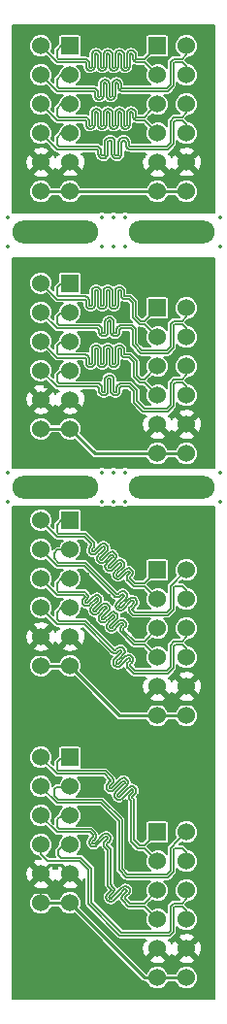
<source format=gtl>
G04 #@! TF.FileFunction,Copper,L1,Top,Signal*
%FSLAX46Y46*%
G04 Gerber Fmt 4.6, Leading zero omitted, Abs format (unit mm)*
G04 Created by KiCad (PCBNEW 4.0.4+e1-6308~48~ubuntu14.04.1-stable) date Sun Nov 27 15:18:37 2016*
%MOMM*%
%LPD*%
G01*
G04 APERTURE LIST*
%ADD10C,0.350000*%
%ADD11R,1.524000X1.524000*%
%ADD12C,1.524000*%
%ADD13C,0.609600*%
%ADD14C,0.254000*%
%ADD15C,0.127000*%
%ADD16C,0.304800*%
%ADD17C,0.350000*%
%ADD18O,7.499999X1.999999*%
G04 APERTURE END LIST*
D10*
D11*
X49530000Y-24130000D03*
D12*
X52070000Y-24130000D03*
X49530000Y-26670000D03*
X52070000Y-26670000D03*
X49530000Y-29210000D03*
X52070000Y-29210000D03*
X49530000Y-31750000D03*
X52070000Y-31750000D03*
X49530000Y-34290000D03*
X52070000Y-34290000D03*
X49530000Y-36830000D03*
X52070000Y-36830000D03*
D11*
X49530000Y-92710000D03*
D12*
X52070000Y-92710000D03*
X49530000Y-95250000D03*
X52070000Y-95250000D03*
X49530000Y-97790000D03*
X52070000Y-97790000D03*
X49530000Y-100330000D03*
X52070000Y-100330000D03*
X49530000Y-102870000D03*
X52070000Y-102870000D03*
X49530000Y-105410000D03*
X52070000Y-105410000D03*
D11*
X49530000Y-46990000D03*
D12*
X52070000Y-46990000D03*
X49530000Y-49530000D03*
X52070000Y-49530000D03*
X49530000Y-52070000D03*
X52070000Y-52070000D03*
X49530000Y-54610000D03*
X52070000Y-54610000D03*
X49530000Y-57150000D03*
X52070000Y-57150000D03*
X49530000Y-59690000D03*
X52070000Y-59690000D03*
D11*
X49530000Y-69850000D03*
D12*
X52070000Y-69850000D03*
X49530000Y-72390000D03*
X52070000Y-72390000D03*
X49530000Y-74930000D03*
X52070000Y-74930000D03*
X49530000Y-77470000D03*
X52070000Y-77470000D03*
X49530000Y-80010000D03*
X52070000Y-80010000D03*
X49530000Y-82550000D03*
X52070000Y-82550000D03*
D11*
X41910000Y-24130000D03*
D12*
X39370000Y-24130000D03*
X41910000Y-26670000D03*
X39370000Y-26670000D03*
X41910000Y-29210000D03*
X39370000Y-29210000D03*
X41910000Y-31750000D03*
X39370000Y-31750000D03*
X41910000Y-34290000D03*
X39370000Y-34290000D03*
X41910000Y-36830000D03*
X39370000Y-36830000D03*
D11*
X41910000Y-44818300D03*
D12*
X39370000Y-44818300D03*
X41910000Y-47358300D03*
X39370000Y-47358300D03*
X41910000Y-49898300D03*
X39370000Y-49898300D03*
X41910000Y-52438300D03*
X39370000Y-52438300D03*
X41910000Y-54978300D03*
X39370000Y-54978300D03*
X41910000Y-57518300D03*
X39370000Y-57518300D03*
D11*
X41910000Y-65506600D03*
D12*
X39370000Y-65506600D03*
X41910000Y-68046600D03*
X39370000Y-68046600D03*
X41910000Y-70586600D03*
X39370000Y-70586600D03*
X41910000Y-73126600D03*
X39370000Y-73126600D03*
X41910000Y-75666600D03*
X39370000Y-75666600D03*
X41910000Y-78206600D03*
X39370000Y-78206600D03*
D11*
X41910000Y-86194900D03*
D12*
X39370000Y-86194900D03*
X41910000Y-88734900D03*
X39370000Y-88734900D03*
X41910000Y-91274900D03*
X39370000Y-91274900D03*
X41910000Y-93814900D03*
X39370000Y-93814900D03*
X41910000Y-96354900D03*
X39370000Y-96354900D03*
X41910000Y-98894900D03*
X39370000Y-98894900D03*
D13*
X45389800Y-34315400D03*
X53340000Y-38100000D03*
X48260000Y-33655000D03*
X43180000Y-28562300D03*
X43180000Y-29845000D03*
X43180000Y-32385000D03*
X43815000Y-33655000D03*
X46990000Y-33655000D03*
X40640000Y-31115000D03*
X40640000Y-28575000D03*
X40640000Y-26035000D03*
X46990000Y-37465000D03*
X44450000Y-37465000D03*
X40640000Y-36195000D03*
X43180000Y-36195000D03*
X45720000Y-36195000D03*
X48260000Y-36195000D03*
X50800000Y-36195000D03*
X53340000Y-35560000D03*
X50800000Y-38100000D03*
X48260000Y-38100000D03*
X45720000Y-38100000D03*
X43180000Y-38100000D03*
X40640000Y-38100000D03*
X38100000Y-38100000D03*
X38100000Y-35560000D03*
X38100000Y-33020000D03*
X38100000Y-30480000D03*
X38100000Y-27940000D03*
X38100000Y-25400000D03*
X38100000Y-22860000D03*
X40640000Y-22860000D03*
X43180000Y-22860000D03*
X45720000Y-22860000D03*
X48260000Y-22860000D03*
X48183800Y-32321500D03*
X48158400Y-31165800D03*
X48183800Y-29768800D03*
X48183800Y-24688800D03*
X48158400Y-26085800D03*
X46888400Y-27228800D03*
X48260000Y-27228800D03*
X48260000Y-28625800D03*
X49022000Y-30480000D03*
X50800000Y-29210000D03*
X49022000Y-25400000D03*
X50800000Y-24638000D03*
X50800000Y-22885400D03*
X53340000Y-22885400D03*
X52324000Y-25400000D03*
X53340000Y-25400000D03*
X51308000Y-27940000D03*
X53340000Y-27940000D03*
X52324000Y-30480000D03*
X53340000Y-30480000D03*
X53340000Y-33020000D03*
X43180000Y-27178000D03*
X47244012Y-31750000D03*
X44196000Y-31750000D03*
X47752000Y-29210000D03*
X43688000Y-29210000D03*
X46736000Y-29210000D03*
X47244000Y-26670000D03*
X44196000Y-26670000D03*
X47752000Y-24130000D03*
X46736000Y-24130000D03*
X45720000Y-24130000D03*
X43688000Y-24130000D03*
X44704000Y-24130000D03*
X46939200Y-54508400D03*
X46939200Y-52908200D03*
X44424600Y-53009800D03*
X43586400Y-54406800D03*
X43154600Y-53035200D03*
X43180000Y-50495200D03*
X43180000Y-47955200D03*
X43916600Y-49326800D03*
X43180000Y-49326800D03*
X49530000Y-45720000D03*
X46736000Y-49276000D03*
X44196000Y-47498000D03*
X44704000Y-44704000D03*
X45720000Y-44704000D03*
X47117000Y-45466000D03*
X46609000Y-46736000D03*
X46228000Y-48006000D03*
X46863000Y-48006000D03*
X43180000Y-45466000D03*
X43815000Y-52705000D03*
X45339000Y-54991000D03*
X46228000Y-53086000D03*
X46609000Y-51816000D03*
X47498000Y-56032400D03*
X48260000Y-54864000D03*
X48260000Y-51435000D03*
X48260000Y-50038000D03*
X48260000Y-47498000D03*
X48260000Y-49022000D03*
X48260000Y-52578000D03*
X48260000Y-54102000D03*
X49022000Y-48260000D03*
X50800000Y-46990000D03*
X52070000Y-45720000D03*
X49022000Y-53340000D03*
X52324000Y-53340000D03*
X52324000Y-48260000D03*
X50800000Y-51562000D03*
X52070000Y-50800000D03*
X40640000Y-44577000D03*
X40640000Y-51943000D03*
X40640000Y-49403000D03*
X40640000Y-46863000D03*
X39878000Y-46101000D03*
X39878000Y-48641000D03*
X39878000Y-53721000D03*
X39878000Y-51181000D03*
X40640000Y-56896000D03*
X43180000Y-56896000D03*
X43180000Y-57912000D03*
X44196000Y-58928000D03*
X46736000Y-58928000D03*
X48260000Y-58928000D03*
X50800000Y-58928000D03*
X53340000Y-60452000D03*
X50800000Y-60452000D03*
X53340000Y-58420000D03*
X48260000Y-60452000D03*
X46736000Y-60452000D03*
X44704000Y-60452000D03*
X43180000Y-59944000D03*
X40640000Y-58928000D03*
X38100000Y-58928000D03*
X38100000Y-56388000D03*
X38100000Y-53848000D03*
X38100000Y-51308000D03*
X38100000Y-48768000D03*
X38100000Y-46228000D03*
X38100000Y-43180000D03*
X40640000Y-43180000D03*
X43180000Y-43180000D03*
X45720000Y-43180000D03*
X48260000Y-43180000D03*
X50800000Y-43180000D03*
X53340000Y-43180000D03*
X53340000Y-45720000D03*
X53340000Y-48260000D03*
X53340000Y-50800000D03*
X53340000Y-53340000D03*
X53340000Y-55880000D03*
X40640000Y-95694500D03*
X47548800Y-88112600D03*
X38633400Y-94894400D03*
X39370000Y-92557600D03*
X39370000Y-89992200D03*
X39370000Y-87477600D03*
X51155600Y-101955600D03*
X48031400Y-102311200D03*
X44246800Y-95529400D03*
X44348400Y-98602800D03*
X46634400Y-100888800D03*
X45161200Y-72212200D03*
X48031400Y-89662000D03*
X46964600Y-94030800D03*
X46939200Y-95681800D03*
X44805600Y-97739200D03*
X46101000Y-99060000D03*
X46075600Y-97129600D03*
X45212000Y-89662000D03*
X45974000Y-87630000D03*
X44704000Y-88265000D03*
X44577000Y-94361000D03*
X44450000Y-92456000D03*
X46736000Y-90170000D03*
X53086000Y-106299000D03*
X53086000Y-104521000D03*
X48133000Y-105918000D03*
X45593000Y-103505000D03*
X48514000Y-104648000D03*
X46355000Y-102489000D03*
X42926000Y-98044000D03*
X42291000Y-100203000D03*
X40640000Y-99568000D03*
X38100000Y-99187000D03*
X38100000Y-98171000D03*
X40640000Y-98298000D03*
X46532802Y-83312000D03*
X44196000Y-81407000D03*
X42291000Y-79502000D03*
X40640000Y-78867000D03*
X38100000Y-78486000D03*
X38100000Y-77470000D03*
X40640000Y-77597000D03*
X43180000Y-77470000D03*
X53340000Y-83312000D03*
X53340000Y-81915000D03*
X48260000Y-81915000D03*
X50800000Y-81915000D03*
X48260000Y-83312000D03*
X50800000Y-83312000D03*
X44831000Y-80137000D03*
X43180000Y-78486000D03*
X46532802Y-81915000D03*
X53975000Y-86360000D03*
X53975000Y-88900000D03*
X37465000Y-102235000D03*
X37465000Y-104775000D03*
X41275000Y-106680000D03*
X43180000Y-106680000D03*
X45085000Y-106680000D03*
X46990000Y-106680000D03*
X48895000Y-106680000D03*
X39370000Y-106680000D03*
X37465000Y-99695000D03*
X37465000Y-64770000D03*
X53975000Y-66675000D03*
X43815000Y-64770000D03*
X45720000Y-64770000D03*
X47625000Y-64770000D03*
X49530000Y-64770000D03*
X51435000Y-64770000D03*
X43510200Y-75742800D03*
X45237402Y-77444600D03*
X46532802Y-78740000D03*
X47904400Y-78028794D03*
X48158396Y-76885800D03*
X48158398Y-74345800D03*
X48209200Y-72974200D03*
X48158400Y-71805792D03*
X48133000Y-70434200D03*
X46532800Y-71145400D03*
X43205402Y-66090800D03*
X44424600Y-67056008D03*
X45770796Y-67691000D03*
X46482006Y-68427600D03*
X47193202Y-69138800D03*
X49580800Y-68402200D03*
X43154600Y-67691000D03*
X43738800Y-68986400D03*
X44500800Y-69723000D03*
X45212000Y-70434200D03*
X43840400Y-71628000D03*
X47218600Y-75006200D03*
X45923200Y-75539600D03*
X44653200Y-74955400D03*
X43916600Y-74269600D03*
X45872400Y-76174600D03*
X47345600Y-76835000D03*
X49021996Y-71120000D03*
X50800000Y-69850000D03*
X53975000Y-68580000D03*
X53975000Y-64770000D03*
X40640000Y-65278000D03*
X43180000Y-73533000D03*
X43053000Y-71247000D03*
X43307000Y-70358000D03*
X43053000Y-68707000D03*
X40640000Y-72517000D03*
X40640000Y-69977000D03*
X40640000Y-67437000D03*
X43053000Y-94488000D03*
X43307000Y-86868000D03*
X43053000Y-88138000D03*
X43053000Y-89408000D03*
X43053000Y-90678000D03*
X43053000Y-91948000D03*
X43053000Y-93218000D03*
X48133000Y-75565000D03*
X48133000Y-100965000D03*
X48133000Y-95885000D03*
X48133000Y-97155000D03*
X48133000Y-99822000D03*
X48133000Y-98298000D03*
X48133000Y-94742000D03*
X48133000Y-93218000D03*
X49022000Y-99060000D03*
X49022000Y-93980000D03*
X49022000Y-76200000D03*
X50800000Y-74930000D03*
X52324000Y-73660000D03*
X52324000Y-71120000D03*
X52324000Y-76200000D03*
X40640000Y-93345000D03*
X40640000Y-85725000D03*
X40640000Y-88265000D03*
X40640000Y-90805000D03*
X50800000Y-106680000D03*
X50800000Y-104394000D03*
X50800000Y-92710000D03*
X53975000Y-101600000D03*
X52324000Y-96520000D03*
X52324000Y-93980000D03*
X52324000Y-99060000D03*
X50800000Y-97790000D03*
X37465000Y-97790000D03*
X37465000Y-79756000D03*
X37465000Y-77216000D03*
X37465000Y-74422000D03*
X37465000Y-71882000D03*
X37465000Y-69342000D03*
X37465000Y-66802000D03*
X37465000Y-84836000D03*
X37465000Y-87376000D03*
X37465000Y-89916000D03*
X37465000Y-92456000D03*
X37465000Y-95250000D03*
X53975000Y-99060000D03*
X53975000Y-96520000D03*
X53975000Y-93980000D03*
X53975000Y-91440000D03*
X53975000Y-84074000D03*
X53975000Y-81534000D03*
X53975000Y-78740000D03*
X53975000Y-76200000D03*
X53975000Y-73660000D03*
X53975000Y-71120000D03*
X53975000Y-106680000D03*
X53975000Y-104394000D03*
X37465000Y-106680000D03*
D14*
X46990000Y-34112200D02*
X46786800Y-34315400D01*
X46786800Y-34315400D02*
X45389800Y-34315400D01*
X46990000Y-33655000D02*
X46990000Y-34112200D01*
X50800000Y-38100000D02*
X53340000Y-38100000D01*
X46990000Y-33655000D02*
X48260000Y-33655000D01*
X43688000Y-29210000D02*
X43688000Y-29337000D01*
X43688000Y-29337000D02*
X43180000Y-29845000D01*
X44196000Y-31750000D02*
X43815000Y-31750000D01*
X43815000Y-31750000D02*
X43180000Y-32385000D01*
X43180000Y-36195000D02*
X43815000Y-35560000D01*
X43815000Y-35560000D02*
X43815000Y-33655000D01*
X48260000Y-36195000D02*
X48260000Y-34925000D01*
X48260000Y-34925000D02*
X46990000Y-33655000D01*
X38100000Y-30480000D02*
X40005000Y-30480000D01*
X40005000Y-30480000D02*
X40640000Y-31115000D01*
X38100000Y-27940000D02*
X40005000Y-27940000D01*
X40005000Y-27940000D02*
X40640000Y-28575000D01*
X38100000Y-25400000D02*
X40005000Y-25400000D01*
X40005000Y-25400000D02*
X40640000Y-26035000D01*
X45720000Y-38100000D02*
X46355000Y-38100000D01*
X46355000Y-38100000D02*
X46990000Y-37465000D01*
X44450000Y-37465000D02*
X43815000Y-38100000D01*
X43815000Y-38100000D02*
X43180000Y-38100000D01*
X53340000Y-35560000D02*
X53975000Y-34925000D01*
X53975000Y-34925000D02*
X53975000Y-33655000D01*
X53975000Y-33655000D02*
X53340000Y-33020000D01*
X38100000Y-33020000D02*
X37465000Y-33655000D01*
X37465000Y-33655000D02*
X37465000Y-34925000D01*
X37465000Y-34925000D02*
X38100000Y-35560000D01*
X42545000Y-35560000D02*
X41275000Y-35560000D01*
X41275000Y-35560000D02*
X40640000Y-36195000D01*
X43180000Y-36195000D02*
X42545000Y-35560000D01*
X48260000Y-36195000D02*
X45720000Y-36195000D01*
X53340000Y-35560000D02*
X51435000Y-35560000D01*
X51435000Y-35560000D02*
X50800000Y-36195000D01*
X48260000Y-38100000D02*
X50800000Y-38100000D01*
X43180000Y-38100000D02*
X45720000Y-38100000D01*
X38100000Y-38100000D02*
X40640000Y-38100000D01*
X38100000Y-27940000D02*
X38100000Y-30480000D01*
X38100000Y-22860000D02*
X38100000Y-25400000D01*
X43180000Y-22860000D02*
X40640000Y-22860000D01*
X50800000Y-22885400D02*
X48285400Y-22885400D01*
X48285400Y-22885400D02*
X48260000Y-22860000D01*
X48158400Y-31165800D02*
X48158400Y-32296100D01*
X48158400Y-32296100D02*
X48183800Y-32321500D01*
X48183800Y-24688800D02*
X47752000Y-24257000D01*
X47752000Y-24257000D02*
X47752000Y-24130000D01*
X48158400Y-26085800D02*
X47828200Y-26085800D01*
X47828200Y-26085800D02*
X47244000Y-26670000D01*
X51308000Y-27940000D02*
X50800000Y-28448000D01*
X50800000Y-28448000D02*
X50800000Y-29210000D01*
X53340000Y-22885400D02*
X50800000Y-22885400D01*
X53340000Y-25400000D02*
X52324000Y-25400000D01*
X53340000Y-27940000D02*
X51308000Y-27940000D01*
X53340000Y-30480000D02*
X52324000Y-30480000D01*
X52070000Y-34290000D02*
X53340000Y-33020000D01*
X46939200Y-54508400D02*
X46456600Y-54991000D01*
X46456600Y-54991000D02*
X45339000Y-54991000D01*
X46939200Y-54508400D02*
X46939200Y-55473600D01*
X46939200Y-55473600D02*
X47498000Y-56032400D01*
X46939200Y-52908200D02*
X46609000Y-52578000D01*
X43154600Y-53035200D02*
X43484800Y-53035200D01*
X43484800Y-53035200D02*
X43815000Y-52705000D01*
X43180000Y-50495200D02*
X43180000Y-49326800D01*
X43916600Y-49326800D02*
X43180000Y-49326800D01*
X49530000Y-45720000D02*
X49276000Y-45466000D01*
X49276000Y-45466000D02*
X47117000Y-45466000D01*
X45720000Y-44704000D02*
X44704000Y-44704000D01*
X48260000Y-47498000D02*
X48260000Y-46101000D01*
X48260000Y-46101000D02*
X47625000Y-45466000D01*
X47625000Y-45466000D02*
X47117000Y-45466000D01*
X46863000Y-48006000D02*
X46228000Y-48006000D01*
X46609000Y-52578000D02*
X46609000Y-52705000D01*
X46609000Y-52705000D02*
X46228000Y-53086000D01*
X46609000Y-52578000D02*
X46609000Y-51816000D01*
X48260000Y-54102000D02*
X48260000Y-54864000D01*
X48260000Y-49022000D02*
X48260000Y-50038000D01*
X51308000Y-45720000D02*
X50800000Y-46228000D01*
X50800000Y-46228000D02*
X50800000Y-46990000D01*
X52070000Y-45720000D02*
X51308000Y-45720000D01*
X50800000Y-52578000D02*
X50038000Y-53340000D01*
X50038000Y-53340000D02*
X49022000Y-53340000D01*
X50800000Y-51562000D02*
X50800000Y-52578000D01*
X53340000Y-48260000D02*
X52324000Y-48260000D01*
X53340000Y-50800000D02*
X52070000Y-50800000D01*
X39878000Y-51181000D02*
X40640000Y-51943000D01*
X39878000Y-46101000D02*
X40640000Y-46863000D01*
X38100000Y-48768000D02*
X38227000Y-48641000D01*
X38227000Y-48641000D02*
X39878000Y-48641000D01*
X38100000Y-51308000D02*
X38227000Y-51181000D01*
X38227000Y-51181000D02*
X39878000Y-51181000D01*
X43180000Y-57912000D02*
X43180000Y-56896000D01*
X44196000Y-58928000D02*
X43180000Y-57912000D01*
X48260000Y-58928000D02*
X46736000Y-58928000D01*
X53340000Y-60452000D02*
X53340000Y-58420000D01*
X44704000Y-60452000D02*
X46736000Y-60452000D01*
X40640000Y-58928000D02*
X42164000Y-58928000D01*
X42164000Y-58928000D02*
X43180000Y-59944000D01*
X38100000Y-56388000D02*
X38100000Y-58928000D01*
X38100000Y-51308000D02*
X38100000Y-53848000D01*
X38100000Y-46228000D02*
X38100000Y-48768000D01*
X40640000Y-43180000D02*
X38100000Y-43180000D01*
X45720000Y-43180000D02*
X43180000Y-43180000D01*
X50800000Y-43180000D02*
X48260000Y-43180000D01*
X53340000Y-45720000D02*
X53340000Y-43180000D01*
X53340000Y-50800000D02*
X53340000Y-48260000D01*
X53340000Y-55880000D02*
X53340000Y-53340000D01*
D15*
X50366396Y-27813000D02*
X50673000Y-27506396D01*
X46402816Y-27785293D02*
X46426896Y-27800424D01*
X46426896Y-27800424D02*
X46453739Y-27809816D01*
X46453739Y-27809816D02*
X46482000Y-27813000D01*
X46482000Y-27813000D02*
X50366396Y-27813000D01*
X50948790Y-25273000D02*
X51689000Y-25273000D01*
X46367576Y-27741104D02*
X46382707Y-27765184D01*
X46382707Y-27765184D02*
X46402816Y-27785293D01*
X46355000Y-27686000D02*
X46358184Y-27714261D01*
X46276680Y-27206305D02*
X46319449Y-27274371D01*
X46319449Y-27274371D02*
X46345999Y-27350246D01*
X46345999Y-27350246D02*
X46355000Y-27430128D01*
X46355000Y-27430128D02*
X46355000Y-27686000D01*
X45951984Y-27071143D02*
X45996015Y-27071143D01*
X45521103Y-28542280D02*
X45545183Y-28527149D01*
X45410896Y-28542280D02*
X45437739Y-28551672D01*
X45366707Y-28507040D02*
X45386816Y-28527149D01*
X45728161Y-27149463D02*
X45796227Y-27106694D01*
X45593000Y-27430128D02*
X45602000Y-27350246D01*
X45565292Y-28507040D02*
X45580423Y-28482960D01*
X45437739Y-28551672D02*
X45466000Y-28554857D01*
X45386816Y-28527149D02*
X45410896Y-28542280D01*
X45351576Y-28482960D02*
X45366707Y-28507040D01*
X45339000Y-28427857D02*
X45342184Y-28456117D01*
X45996015Y-27071143D02*
X46075897Y-27080144D01*
X45339000Y-27430128D02*
X45339000Y-28427857D01*
X50673000Y-25548790D02*
X50948790Y-25273000D01*
X45494260Y-28551672D02*
X45521103Y-28542280D01*
X45342184Y-28456117D02*
X45351576Y-28482960D01*
X45303449Y-27274371D02*
X45329999Y-27350246D01*
X45260680Y-27206305D02*
X45303449Y-27274371D01*
X45059897Y-27080144D02*
X45135772Y-27106694D01*
X44980015Y-27071143D02*
X45059897Y-27080144D01*
X44935984Y-27071143D02*
X44980015Y-27071143D01*
X44856102Y-27080144D02*
X44935984Y-27071143D01*
X50673000Y-27506396D02*
X50673000Y-25548790D01*
X45628550Y-27274371D02*
X45671319Y-27206305D01*
X44564423Y-28482960D02*
X44573815Y-28456117D01*
X46151772Y-27106694D02*
X46219838Y-27149463D01*
X44529183Y-28527149D02*
X44549292Y-28507040D01*
X44505103Y-28542280D02*
X44529183Y-28527149D01*
X44421739Y-28551672D02*
X44450000Y-28554857D01*
X44370816Y-28527149D02*
X44394896Y-28542280D01*
X51689000Y-25273000D02*
X52070000Y-24892000D01*
X44350707Y-28507040D02*
X44370816Y-28527149D01*
X45796227Y-27106694D02*
X45872102Y-27080144D01*
X46075897Y-27080144D02*
X46151772Y-27106694D01*
X44323000Y-28427857D02*
X44326184Y-28456117D01*
X46219838Y-27149463D02*
X46276680Y-27206305D01*
X44323000Y-28171984D02*
X44323000Y-28427857D01*
X45135772Y-27106694D02*
X45203838Y-27149463D01*
X44549292Y-28507040D02*
X44564423Y-28482960D01*
X44577000Y-27430128D02*
X44586000Y-27350246D01*
X45545183Y-28527149D02*
X45565292Y-28507040D01*
X44313999Y-28092102D02*
X44323000Y-28171984D01*
X46358184Y-27714261D02*
X46367576Y-27741104D01*
X44712161Y-27149463D02*
X44780227Y-27106694D01*
X44244680Y-27948161D02*
X44287449Y-28016227D01*
X44450000Y-28554857D02*
X44478260Y-28551672D01*
X44577000Y-28427857D02*
X44577000Y-27430128D01*
X45671319Y-27206305D02*
X45728161Y-27149463D01*
X44780227Y-27106694D02*
X44856102Y-27080144D01*
X44655319Y-27206305D02*
X44712161Y-27149463D01*
X45872102Y-27080144D02*
X45951984Y-27071143D01*
X45580423Y-28482960D02*
X45589815Y-28456117D01*
X44612550Y-27274371D02*
X44655319Y-27206305D01*
X43964015Y-27813000D02*
X44043897Y-27822000D01*
X44043897Y-27822000D02*
X44119772Y-27848550D01*
X40946604Y-27813000D02*
X43964015Y-27813000D01*
X44394896Y-28542280D02*
X44421739Y-28551672D01*
X45466000Y-28554857D02*
X45494260Y-28551672D01*
X40767000Y-27633396D02*
X40946604Y-27813000D01*
X45593000Y-28427857D02*
X45593000Y-27430128D01*
X45203838Y-27149463D02*
X45260680Y-27206305D01*
X44287449Y-28016227D02*
X44313999Y-28092102D01*
X40767000Y-27051000D02*
X40767000Y-27633396D01*
X44326184Y-28456117D02*
X44335576Y-28482960D01*
X44573815Y-28456117D02*
X44577000Y-28427857D01*
X44478260Y-28551672D02*
X44505103Y-28542280D01*
X41148000Y-26670000D02*
X40767000Y-27051000D01*
X45602000Y-27350246D02*
X45628550Y-27274371D01*
X44119772Y-27848550D02*
X44187838Y-27891319D01*
X44586000Y-27350246D02*
X44612550Y-27274371D01*
X52070000Y-24892000D02*
X52070000Y-24130000D01*
X44335576Y-28482960D02*
X44350707Y-28507040D01*
X45589815Y-28456117D02*
X45593000Y-28427857D01*
X45329999Y-27350246D02*
X45339000Y-27430128D01*
X44187838Y-27891319D02*
X44244680Y-27948161D01*
X41910000Y-26670000D02*
X41148000Y-26670000D01*
X41148000Y-24130000D02*
X40767000Y-24511000D01*
X43950161Y-24604053D02*
X44018227Y-24561284D01*
X45819292Y-25972450D02*
X45834423Y-25948370D01*
X41910000Y-24130000D02*
X41148000Y-24130000D01*
X45834423Y-25948370D02*
X45843815Y-25921527D01*
X43482680Y-25408161D02*
X43525449Y-25476227D01*
X45843815Y-25921527D02*
X45847000Y-25893267D01*
X43824000Y-24804836D02*
X43850550Y-24728961D01*
X44018227Y-24561284D02*
X44094102Y-24534734D01*
X40767000Y-24511000D02*
X40767000Y-25146000D01*
X44094102Y-24534734D02*
X44173984Y-24525733D01*
X44173984Y-24525733D02*
X44218015Y-24525733D01*
X43525449Y-25476227D02*
X43551999Y-25552102D01*
X44218015Y-24525733D02*
X44297897Y-24534734D01*
X44297897Y-24534734D02*
X44373772Y-24561284D01*
X44373772Y-24561284D02*
X44441838Y-24604053D01*
X43551999Y-25552102D02*
X43561000Y-25631984D01*
X40767000Y-25146000D02*
X40894000Y-25273000D01*
X44498680Y-24660895D02*
X44541449Y-24728961D01*
X44441838Y-24604053D02*
X44498680Y-24660895D01*
X40894000Y-25273000D02*
X43272897Y-25273000D01*
X45847000Y-25893267D02*
X45847000Y-24884718D01*
X45605576Y-25948370D02*
X45620707Y-25972450D01*
X45847000Y-24884718D02*
X45856000Y-24804836D01*
X45856000Y-24804836D02*
X45882550Y-24728961D01*
X44541449Y-24728961D02*
X44567999Y-24804836D01*
X45799183Y-25992559D02*
X45819292Y-25972450D01*
X44567999Y-24804836D02*
X44577000Y-24884718D01*
X45882550Y-24728961D02*
X45925319Y-24660895D01*
X43272897Y-25273000D02*
X43281897Y-25282000D01*
X43281897Y-25282000D02*
X43357772Y-25308550D01*
X45925319Y-24660895D02*
X45982161Y-24604053D01*
X43561000Y-25631984D02*
X43561000Y-25893267D01*
X44577000Y-24884718D02*
X44577000Y-25893267D01*
X43357772Y-25308550D02*
X43425838Y-25351319D01*
X43425838Y-25351319D02*
X43482680Y-25408161D01*
X44675739Y-26017082D02*
X44704000Y-26020267D01*
X43893319Y-24660895D02*
X43950161Y-24604053D01*
X43561000Y-25893267D02*
X43564184Y-25921527D01*
X45982161Y-24604053D02*
X46050227Y-24561284D01*
X46050227Y-24561284D02*
X46126102Y-24534734D01*
X43564184Y-25921527D02*
X43573576Y-25948370D01*
X44577000Y-25893267D02*
X44580184Y-25921527D01*
X46126102Y-24534734D02*
X46205984Y-24525733D01*
X43573576Y-25948370D02*
X43588707Y-25972450D01*
X46205984Y-24525733D02*
X46250015Y-24525733D01*
X44580184Y-25921527D02*
X44589576Y-25948370D01*
X44589576Y-25948370D02*
X44604707Y-25972450D01*
X43588707Y-25972450D02*
X43608816Y-25992559D01*
X45557449Y-24728961D02*
X45583999Y-24804836D01*
X43608816Y-25992559D02*
X43632896Y-26007690D01*
X46250015Y-24525733D02*
X46329897Y-24534734D01*
X43632896Y-26007690D02*
X43659739Y-26017082D01*
X43659739Y-26017082D02*
X43688000Y-26020267D01*
X44604707Y-25972450D02*
X44624816Y-25992559D01*
X43688000Y-26020267D02*
X43716260Y-26017082D01*
X43716260Y-26017082D02*
X43743103Y-26007690D01*
X44624816Y-25992559D02*
X44648896Y-26007690D01*
X43743103Y-26007690D02*
X43767183Y-25992559D01*
X43767183Y-25992559D02*
X43787292Y-25972450D01*
X43787292Y-25972450D02*
X43802423Y-25948370D01*
X46405772Y-24561284D02*
X46473838Y-24604053D01*
X46329897Y-24534734D02*
X46405772Y-24561284D01*
X43850550Y-24728961D02*
X43893319Y-24660895D01*
X43802423Y-25948370D02*
X43811815Y-25921527D01*
X43811815Y-25921527D02*
X43815000Y-25893267D01*
X43815000Y-25893267D02*
X43815000Y-24884718D01*
X43815000Y-24884718D02*
X43824000Y-24804836D01*
X46473838Y-24604053D02*
X46530680Y-24660895D01*
X44648896Y-26007690D02*
X44675739Y-26017082D01*
X44704000Y-26020267D02*
X44732260Y-26017082D01*
X46530680Y-24660895D02*
X46573449Y-24728961D01*
X45583999Y-24804836D02*
X45593000Y-24884718D01*
X44732260Y-26017082D02*
X44759103Y-26007690D01*
X46599999Y-24804836D02*
X46609000Y-24884718D01*
X46573449Y-24728961D02*
X46599999Y-24804836D01*
X44759103Y-26007690D02*
X44783183Y-25992559D01*
X44783183Y-25992559D02*
X44803292Y-25972450D01*
X44803292Y-25972450D02*
X44818423Y-25948370D01*
X46609000Y-24884718D02*
X46609000Y-25893267D01*
X44818423Y-25948370D02*
X44827815Y-25921527D01*
X46609000Y-25893267D02*
X46612184Y-25921527D01*
X44827815Y-25921527D02*
X44831000Y-25893267D01*
X46612184Y-25921527D02*
X46621576Y-25948370D01*
X44831000Y-25893267D02*
X44831000Y-24884718D01*
X44831000Y-24884718D02*
X44840000Y-24804836D01*
X46621576Y-25948370D02*
X46636707Y-25972450D01*
X44840000Y-24804836D02*
X44866550Y-24728961D01*
X44866550Y-24728961D02*
X44909319Y-24660895D01*
X46636707Y-25972450D02*
X46656816Y-25992559D01*
X44909319Y-24660895D02*
X44966161Y-24604053D01*
X44966161Y-24604053D02*
X45034227Y-24561284D01*
X45034227Y-24561284D02*
X45110102Y-24534734D01*
X45110102Y-24534734D02*
X45189984Y-24525733D01*
X45189984Y-24525733D02*
X45234015Y-24525733D01*
X45234015Y-24525733D02*
X45313897Y-24534734D01*
X45313897Y-24534734D02*
X45389772Y-24561284D01*
X45620707Y-25972450D02*
X45640816Y-25992559D01*
X45389772Y-24561284D02*
X45457838Y-24604053D01*
X45640816Y-25992559D02*
X45664896Y-26007690D01*
X45457838Y-24604053D02*
X45514680Y-24660895D01*
X45514680Y-24660895D02*
X45557449Y-24728961D01*
X46656816Y-25992559D02*
X46680896Y-26007690D01*
X45593000Y-24884718D02*
X45593000Y-25893267D01*
X46815183Y-25992559D02*
X46835292Y-25972450D01*
X45593000Y-25893267D02*
X45596184Y-25921527D01*
X45596184Y-25921527D02*
X45605576Y-25948370D01*
X46863000Y-24884718D02*
X46872000Y-24804836D01*
X46863000Y-25893267D02*
X46863000Y-24884718D01*
X46859815Y-25921527D02*
X46863000Y-25893267D01*
X45664896Y-26007690D02*
X45691739Y-26017082D01*
X45691739Y-26017082D02*
X45720000Y-26020267D01*
X45720000Y-26020267D02*
X45748260Y-26017082D01*
X45748260Y-26017082D02*
X45775103Y-26007690D01*
X47625000Y-24884718D02*
X47625000Y-25146000D01*
X45775103Y-26007690D02*
X45799183Y-25992559D01*
X46680896Y-26007690D02*
X46707739Y-26017082D01*
X46707739Y-26017082D02*
X46736000Y-26020267D01*
X46736000Y-26020267D02*
X46764260Y-26017082D01*
X46764260Y-26017082D02*
X46791103Y-26007690D01*
X46791103Y-26007690D02*
X46815183Y-25992559D01*
X46835292Y-25972450D02*
X46850423Y-25948370D01*
X46850423Y-25948370D02*
X46859815Y-25921527D01*
X46872000Y-24804836D02*
X46898550Y-24728961D01*
X46898550Y-24728961D02*
X46941319Y-24660895D01*
X46941319Y-24660895D02*
X46998161Y-24604053D01*
X47142102Y-24534734D02*
X47221984Y-24525733D01*
X47066227Y-24561284D02*
X47142102Y-24534734D01*
X46998161Y-24604053D02*
X47066227Y-24561284D01*
X47221984Y-24525733D02*
X47266015Y-24525733D01*
X47266015Y-24525733D02*
X47345897Y-24534734D01*
X47345897Y-24534734D02*
X47421772Y-24561284D01*
X47421772Y-24561284D02*
X47489838Y-24604053D01*
X47489838Y-24604053D02*
X47546680Y-24660895D01*
X47546680Y-24660895D02*
X47589449Y-24728961D01*
X47589449Y-24728961D02*
X47615999Y-24804836D01*
X47615999Y-24804836D02*
X47625000Y-24884718D01*
X47625000Y-25146000D02*
X47628184Y-25174261D01*
X47628184Y-25174261D02*
X47637576Y-25201104D01*
X47637576Y-25201104D02*
X47652707Y-25225184D01*
X47652707Y-25225184D02*
X47672816Y-25245293D01*
X47672816Y-25245293D02*
X47696896Y-25260424D01*
X47696896Y-25260424D02*
X47723739Y-25269816D01*
X47723739Y-25269816D02*
X47752000Y-25273000D01*
X47752000Y-25273000D02*
X48387000Y-25273000D01*
X48387000Y-25273000D02*
X49530000Y-24130000D01*
X44041292Y-28114816D02*
X44056423Y-28138896D01*
X44021183Y-28094707D02*
X44041292Y-28114816D01*
X43997103Y-28079576D02*
X44021183Y-28094707D01*
X43970260Y-28070184D02*
X43997103Y-28079576D01*
X43942000Y-28067000D02*
X43970260Y-28070184D01*
X40767000Y-28067000D02*
X43942000Y-28067000D01*
X46097815Y-27423883D02*
X46101000Y-27452143D01*
X45094000Y-28529754D02*
X45120550Y-28605629D01*
X39370000Y-26670000D02*
X40767000Y-28067000D01*
X44056423Y-28138896D02*
X44065815Y-28165739D01*
X44078000Y-28529754D02*
X44104550Y-28605629D01*
X44069000Y-28449872D02*
X44078000Y-28529754D01*
X44069000Y-28194000D02*
X44069000Y-28449872D01*
X44065815Y-28165739D02*
X44069000Y-28194000D01*
X44104550Y-28605629D02*
X44147319Y-28673695D01*
X46101000Y-27452143D02*
X46101000Y-27708016D01*
X44147319Y-28673695D02*
X44204161Y-28730537D01*
X44204161Y-28730537D02*
X44272227Y-28773306D01*
X44272227Y-28773306D02*
X44348102Y-28799856D01*
X44348102Y-28799856D02*
X44427984Y-28808857D01*
X44427984Y-28808857D02*
X44472015Y-28808857D01*
X44472015Y-28808857D02*
X44551897Y-28799856D01*
X44551897Y-28799856D02*
X44627772Y-28773306D01*
X44627772Y-28773306D02*
X44695838Y-28730537D01*
X44695838Y-28730537D02*
X44752680Y-28673695D01*
X45847000Y-28449872D02*
X45847000Y-27452143D01*
X44752680Y-28673695D02*
X44795449Y-28605629D01*
X44795449Y-28605629D02*
X44821999Y-28529754D01*
X44821999Y-28529754D02*
X44831000Y-28449872D01*
X46002260Y-27328328D02*
X46029103Y-27337720D01*
X44831000Y-27452143D02*
X44834184Y-27423883D01*
X45974000Y-27325143D02*
X46002260Y-27328328D01*
X44831000Y-28449872D02*
X44831000Y-27452143D01*
X44834184Y-27423883D02*
X44843576Y-27397040D01*
X44843576Y-27397040D02*
X44858707Y-27372960D01*
X45220161Y-28730537D02*
X45288227Y-28773306D01*
X44858707Y-27372960D02*
X44878816Y-27352851D01*
X46110000Y-27787898D02*
X46136550Y-27863773D01*
X44878816Y-27352851D02*
X44902896Y-27337720D01*
X44902896Y-27337720D02*
X44929739Y-27328328D01*
X44986260Y-27328328D02*
X45013103Y-27337720D01*
X44958000Y-27325143D02*
X44986260Y-27328328D01*
X44929739Y-27328328D02*
X44958000Y-27325143D01*
X45013103Y-27337720D02*
X45037183Y-27352851D01*
X45945739Y-27328328D02*
X45974000Y-27325143D01*
X45057292Y-27372960D02*
X45072423Y-27397040D01*
X45037183Y-27352851D02*
X45057292Y-27372960D01*
X45072423Y-27397040D02*
X45081815Y-27423883D01*
X45081815Y-27423883D02*
X45085000Y-27452143D01*
X45811449Y-28605629D02*
X45837999Y-28529754D01*
X45085000Y-27452143D02*
X45085000Y-28449872D01*
X46136550Y-27863773D02*
X46179319Y-27931839D01*
X45085000Y-28449872D02*
X45094000Y-28529754D01*
X45288227Y-28773306D02*
X45364102Y-28799856D01*
X45120550Y-28605629D02*
X45163319Y-28673695D01*
X45163319Y-28673695D02*
X45220161Y-28730537D01*
X45364102Y-28799856D02*
X45443984Y-28808857D01*
X45443984Y-28808857D02*
X45488015Y-28808857D01*
X45488015Y-28808857D02*
X45567897Y-28799856D01*
X45567897Y-28799856D02*
X45643772Y-28773306D01*
X45643772Y-28773306D02*
X45711838Y-28730537D01*
X45711838Y-28730537D02*
X45768680Y-28673695D01*
X45768680Y-28673695D02*
X45811449Y-28605629D01*
X45837999Y-28529754D02*
X45847000Y-28449872D01*
X45847000Y-27452143D02*
X45850184Y-27423883D01*
X45850184Y-27423883D02*
X45859576Y-27397040D01*
X51054000Y-25527000D02*
X51689000Y-25527000D01*
X45859576Y-27397040D02*
X45874707Y-27372960D01*
X45874707Y-27372960D02*
X45894816Y-27352851D01*
X45894816Y-27352851D02*
X45918896Y-27337720D01*
X45918896Y-27337720D02*
X45945739Y-27328328D01*
X50471604Y-28067000D02*
X50927000Y-27611604D01*
X46029103Y-27337720D02*
X46053183Y-27352851D01*
X46053183Y-27352851D02*
X46073292Y-27372960D01*
X46459984Y-28067000D02*
X50471604Y-28067000D01*
X46073292Y-27372960D02*
X46088423Y-27397040D01*
X46088423Y-27397040D02*
X46097815Y-27423883D01*
X46101000Y-27708016D02*
X46110000Y-27787898D01*
X46179319Y-27931839D02*
X46236161Y-27988681D01*
X46236161Y-27988681D02*
X46304227Y-28031450D01*
X46304227Y-28031450D02*
X46380102Y-28058000D01*
X46380102Y-28058000D02*
X46459984Y-28067000D01*
X50927000Y-27611604D02*
X50927000Y-25654000D01*
X50927000Y-25654000D02*
X51054000Y-25527000D01*
X51689000Y-25527000D02*
X52070000Y-25908000D01*
X52070000Y-25908000D02*
X52070000Y-26670000D01*
X46022680Y-26139105D02*
X46065449Y-26071039D01*
X43710015Y-26274267D02*
X43789897Y-26265266D01*
X43665984Y-26274267D02*
X43710015Y-26274267D01*
X43586102Y-26265266D02*
X43665984Y-26274267D01*
X45097576Y-24851630D02*
X45112707Y-24827550D01*
X43789897Y-26265266D02*
X43865772Y-26238716D01*
X43933838Y-26195947D02*
X43990680Y-26139105D01*
X43865772Y-26238716D02*
X43933838Y-26195947D01*
X39370000Y-24130000D02*
X40767000Y-25527000D01*
X43990680Y-26139105D02*
X44033449Y-26071039D01*
X47371000Y-25168016D02*
X47380000Y-25247898D01*
X43510227Y-26238716D02*
X43586102Y-26265266D01*
X43180000Y-25527000D02*
X43208260Y-25530184D01*
X40767000Y-25527000D02*
X43180000Y-25527000D01*
X45075999Y-25995164D02*
X45085000Y-25915282D01*
X43208260Y-25530184D02*
X43235103Y-25539576D01*
X43235103Y-25539576D02*
X43259183Y-25554707D01*
X47272260Y-24782918D02*
X47299103Y-24792310D01*
X43307000Y-25654000D02*
X43307000Y-25915282D01*
X43307000Y-25915282D02*
X43316000Y-25995164D01*
X46490161Y-26195947D02*
X46558227Y-26238716D01*
X43303815Y-25625739D02*
X43307000Y-25654000D01*
X44275183Y-24807441D02*
X44295292Y-24827550D01*
X45183739Y-24782918D02*
X45212000Y-24779733D01*
X45697984Y-26274267D02*
X45742015Y-26274267D01*
X46283103Y-24792310D02*
X46307183Y-24807441D01*
X43259183Y-25554707D02*
X43279292Y-25574816D01*
X43279292Y-25574816D02*
X43294423Y-25598896D01*
X43294423Y-25598896D02*
X43303815Y-25625739D01*
X43385319Y-26139105D02*
X43442161Y-26195947D01*
X43342550Y-26071039D02*
X43385319Y-26139105D01*
X46355000Y-24906733D02*
X46355000Y-25915282D01*
X43442161Y-26195947D02*
X43510227Y-26238716D01*
X43316000Y-25995164D02*
X43342550Y-26071039D01*
X47367815Y-24878473D02*
X47371000Y-24906733D01*
X44033449Y-26071039D02*
X44059999Y-25995164D01*
X44805897Y-26265266D02*
X44881772Y-26238716D01*
X44881772Y-26238716D02*
X44949838Y-26195947D01*
X46148816Y-24807441D02*
X46172896Y-24792310D01*
X44059999Y-25995164D02*
X44069000Y-25915282D01*
X44726015Y-26274267D02*
X44805897Y-26265266D01*
X44069000Y-25915282D02*
X44069000Y-24906733D01*
X45417319Y-26139105D02*
X45474161Y-26195947D01*
X44069000Y-24906733D02*
X44072184Y-24878473D01*
X47081449Y-26071039D02*
X47107999Y-25995164D01*
X44072184Y-24878473D02*
X44081576Y-24851630D01*
X44081576Y-24851630D02*
X44096707Y-24827550D01*
X44526227Y-26238716D02*
X44602102Y-26265266D01*
X45240260Y-24782918D02*
X45267103Y-24792310D01*
X44096707Y-24827550D02*
X44116816Y-24807441D01*
X44323000Y-24906733D02*
X44323000Y-25915282D01*
X44116816Y-24807441D02*
X44140896Y-24792310D01*
X44401319Y-26139105D02*
X44458161Y-26195947D01*
X45156896Y-24792310D02*
X45183739Y-24782918D01*
X44140896Y-24792310D02*
X44167739Y-24782918D01*
X47129576Y-24851630D02*
X47144707Y-24827550D01*
X44167739Y-24782918D02*
X44196000Y-24779733D01*
X44196000Y-24779733D02*
X44224260Y-24782918D01*
X45212000Y-24779733D02*
X45240260Y-24782918D01*
X44224260Y-24782918D02*
X44251103Y-24792310D01*
X46307183Y-24807441D02*
X46327292Y-24827550D01*
X46342423Y-24851630D02*
X46351815Y-24878473D01*
X44251103Y-24792310D02*
X44275183Y-24807441D01*
X44602102Y-26265266D02*
X44681984Y-26274267D01*
X45618102Y-26265266D02*
X45697984Y-26274267D01*
X44295292Y-24827550D02*
X44310423Y-24851630D01*
X44310423Y-24851630D02*
X44319815Y-24878473D01*
X44319815Y-24878473D02*
X44323000Y-24906733D01*
X44332000Y-25995164D02*
X44358550Y-26071039D01*
X45085000Y-25915282D02*
X45085000Y-24906733D01*
X44323000Y-25915282D02*
X44332000Y-25995164D01*
X44358550Y-26071039D02*
X44401319Y-26139105D01*
X46256260Y-24782918D02*
X46283103Y-24792310D01*
X44458161Y-26195947D02*
X44526227Y-26238716D01*
X44681984Y-26274267D02*
X44726015Y-26274267D01*
X45897772Y-26238716D02*
X45965838Y-26195947D01*
X45085000Y-24906733D02*
X45088184Y-24878473D01*
X44949838Y-26195947D02*
X45006680Y-26139105D01*
X45088184Y-24878473D02*
X45097576Y-24851630D01*
X47117000Y-25915282D02*
X47117000Y-24906733D01*
X47188896Y-24792310D02*
X47215739Y-24782918D01*
X45006680Y-26139105D02*
X45049449Y-26071039D01*
X45049449Y-26071039D02*
X45075999Y-25995164D01*
X45112707Y-24827550D02*
X45132816Y-24807441D01*
X47120184Y-24878473D02*
X47129576Y-24851630D01*
X45132816Y-24807441D02*
X45156896Y-24792310D01*
X45267103Y-24792310D02*
X45291183Y-24807441D01*
X45291183Y-24807441D02*
X45311292Y-24827550D01*
X47343292Y-24827550D02*
X47358423Y-24851630D01*
X45821897Y-26265266D02*
X45897772Y-26238716D01*
X45311292Y-24827550D02*
X45326423Y-24851630D01*
X45326423Y-24851630D02*
X45335815Y-24878473D01*
X45335815Y-24878473D02*
X45339000Y-24906733D01*
X46228000Y-24779733D02*
X46256260Y-24782918D01*
X45339000Y-24906733D02*
X45339000Y-25915282D01*
X45339000Y-25915282D02*
X45348000Y-25995164D01*
X45348000Y-25995164D02*
X45374550Y-26071039D01*
X46433319Y-26139105D02*
X46490161Y-26195947D01*
X45374550Y-26071039D02*
X45417319Y-26139105D01*
X46837897Y-26265266D02*
X46913772Y-26238716D01*
X45474161Y-26195947D02*
X45542227Y-26238716D01*
X45542227Y-26238716D02*
X45618102Y-26265266D01*
X46351815Y-24878473D02*
X46355000Y-24906733D01*
X45742015Y-26274267D02*
X45821897Y-26265266D01*
X47244000Y-24779733D02*
X47272260Y-24782918D01*
X45965838Y-26195947D02*
X46022680Y-26139105D01*
X46065449Y-26071039D02*
X46091999Y-25995164D01*
X46091999Y-25995164D02*
X46101000Y-25915282D01*
X47164816Y-24807441D02*
X47188896Y-24792310D01*
X46101000Y-25915282D02*
X46101000Y-24906733D01*
X46913772Y-26238716D02*
X46981838Y-26195947D01*
X46101000Y-24906733D02*
X46104184Y-24878473D01*
X46981838Y-26195947D02*
X47038680Y-26139105D01*
X46104184Y-24878473D02*
X46113576Y-24851630D01*
X46113576Y-24851630D02*
X46128707Y-24827550D01*
X46128707Y-24827550D02*
X46148816Y-24807441D01*
X46172896Y-24792310D02*
X46199739Y-24782918D01*
X46199739Y-24782918D02*
X46228000Y-24779733D01*
X46558227Y-26238716D02*
X46634102Y-26265266D01*
X46327292Y-24827550D02*
X46342423Y-24851630D01*
X46355000Y-25915282D02*
X46364000Y-25995164D01*
X46364000Y-25995164D02*
X46390550Y-26071039D01*
X46390550Y-26071039D02*
X46433319Y-26139105D01*
X46634102Y-26265266D02*
X46713984Y-26274267D01*
X46713984Y-26274267D02*
X46758015Y-26274267D01*
X46758015Y-26274267D02*
X46837897Y-26265266D01*
X47038680Y-26139105D02*
X47081449Y-26071039D01*
X47107999Y-25995164D02*
X47117000Y-25915282D01*
X47117000Y-24906733D02*
X47120184Y-24878473D01*
X47144707Y-24827550D02*
X47164816Y-24807441D01*
X47215739Y-24782918D02*
X47244000Y-24779733D01*
X47299103Y-24792310D02*
X47323183Y-24807441D01*
X47323183Y-24807441D02*
X47343292Y-24827550D01*
X47358423Y-24851630D02*
X47367815Y-24878473D01*
X47574227Y-25491450D02*
X47650102Y-25518000D01*
X47371000Y-24906733D02*
X47371000Y-25168016D01*
X47380000Y-25247898D02*
X47406550Y-25323773D01*
X47406550Y-25323773D02*
X47449319Y-25391839D01*
X47449319Y-25391839D02*
X47506161Y-25448681D01*
X47506161Y-25448681D02*
X47574227Y-25491450D01*
X47650102Y-25518000D02*
X47729984Y-25527000D01*
X47729984Y-25527000D02*
X48387000Y-25527000D01*
X48387000Y-25527000D02*
X49530000Y-26670000D01*
X41148000Y-31750000D02*
X40767000Y-32131000D01*
X41910000Y-31750000D02*
X41148000Y-31750000D01*
X46103863Y-33636010D02*
X46131256Y-33608617D01*
X40767000Y-32702500D02*
X40957500Y-32893000D01*
X46179087Y-32425047D02*
X46208842Y-32340010D01*
X40767000Y-32131000D02*
X40767000Y-32702500D01*
X44964662Y-33539250D02*
X44969000Y-33500754D01*
X40957500Y-32893000D02*
X44220673Y-32893000D01*
X44969000Y-33500754D02*
X44969000Y-32514573D01*
X50993592Y-30353000D02*
X51689000Y-30353000D01*
X44220673Y-32893000D02*
X44310199Y-32903087D01*
X46571326Y-32112246D02*
X46620673Y-32112246D01*
X46208842Y-32340010D02*
X46256774Y-32263727D01*
X44310199Y-32903087D02*
X44395236Y-32932842D01*
X44395236Y-32932842D02*
X44471519Y-32980774D01*
X44583157Y-33120763D02*
X44612912Y-33205800D01*
X46871519Y-32200021D02*
X46935225Y-32263727D01*
X44471519Y-32980774D02*
X44535225Y-33044480D01*
X44535225Y-33044480D02*
X44583157Y-33120763D01*
X52070000Y-29972000D02*
X52070000Y-29210000D01*
X44969000Y-32514573D02*
X44979087Y-32425047D01*
X44979087Y-32425047D02*
X45008842Y-32340010D01*
X44612912Y-33205800D02*
X44623000Y-33295326D01*
X44623000Y-33295326D02*
X44623000Y-33500754D01*
X44623000Y-33500754D02*
X44627337Y-33539250D01*
X45008842Y-32340010D02*
X45056774Y-32263727D01*
X44627337Y-33539250D02*
X44640132Y-33575815D01*
X46795236Y-32152089D02*
X46871519Y-32200021D01*
X47120938Y-32875868D02*
X47157503Y-32888663D01*
X45056774Y-32263727D02*
X45120480Y-32200021D01*
X46131256Y-33608617D02*
X46151867Y-33575815D01*
X45120480Y-32200021D02*
X45196763Y-32152089D01*
X44640132Y-33575815D02*
X44660743Y-33608617D01*
X47027337Y-32758497D02*
X47040132Y-32795062D01*
X46164662Y-33539250D02*
X46169000Y-33500754D01*
X44660743Y-33608617D02*
X44688136Y-33636010D01*
X46151867Y-33575815D02*
X46164662Y-33539250D01*
X44688136Y-33636010D02*
X44720938Y-33656621D01*
X46256774Y-32263727D02*
X46320480Y-32200021D01*
X44720938Y-33656621D02*
X44757503Y-33669416D01*
X44757503Y-33669416D02*
X44796000Y-33673754D01*
X44796000Y-33673754D02*
X44834496Y-33669416D01*
X50366396Y-32893000D02*
X50673000Y-32586396D01*
X45196763Y-32152089D02*
X45281800Y-32122334D01*
X44834496Y-33669416D02*
X44871061Y-33656621D01*
X44871061Y-33656621D02*
X44903863Y-33636010D01*
X44903863Y-33636010D02*
X44931256Y-33608617D01*
X44931256Y-33608617D02*
X44951867Y-33575815D01*
X44951867Y-33575815D02*
X44964662Y-33539250D01*
X46169000Y-33500754D02*
X46169000Y-32514573D01*
X45281800Y-32122334D02*
X45371326Y-32112246D01*
X45371326Y-32112246D02*
X45420673Y-32112246D01*
X45420673Y-32112246D02*
X45510199Y-32122334D01*
X46320480Y-32200021D02*
X46396763Y-32152089D01*
X45510199Y-32122334D02*
X45595236Y-32152089D01*
X46071061Y-33656621D02*
X46103863Y-33636010D01*
X47157503Y-32888663D02*
X47196000Y-32893000D01*
X45595236Y-32152089D02*
X45671519Y-32200021D01*
X45671519Y-32200021D02*
X45735225Y-32263727D01*
X45735225Y-32263727D02*
X45783157Y-32340010D01*
X45783157Y-32340010D02*
X45812912Y-32425047D01*
X45812912Y-32425047D02*
X45823000Y-32514573D01*
X46396763Y-32152089D02*
X46481800Y-32122334D01*
X45823000Y-32514573D02*
X45823000Y-33500754D01*
X45823000Y-33500754D02*
X45827337Y-33539250D01*
X45827337Y-33539250D02*
X45840132Y-33575815D01*
X45840132Y-33575815D02*
X45860743Y-33608617D01*
X45860743Y-33608617D02*
X45888136Y-33636010D01*
X45920938Y-33656621D02*
X45957503Y-33669416D01*
X46169000Y-32514573D02*
X46179087Y-32425047D01*
X45888136Y-33636010D02*
X45920938Y-33656621D01*
X45957503Y-33669416D02*
X45996000Y-33673754D01*
X45996000Y-33673754D02*
X46034496Y-33669416D01*
X46034496Y-33669416D02*
X46071061Y-33656621D01*
X46481800Y-32122334D02*
X46571326Y-32112246D01*
X46620673Y-32112246D02*
X46710199Y-32122334D01*
X46710199Y-32122334D02*
X46795236Y-32152089D01*
X46935225Y-32263727D02*
X46983157Y-32340010D01*
X46983157Y-32340010D02*
X47012912Y-32425047D01*
X47012912Y-32425047D02*
X47023000Y-32514573D01*
X47023000Y-32514573D02*
X47023000Y-32720000D01*
X47023000Y-32720000D02*
X47027337Y-32758497D01*
X47040132Y-32795062D02*
X47060743Y-32827864D01*
X47060743Y-32827864D02*
X47088136Y-32855257D01*
X47088136Y-32855257D02*
X47120938Y-32875868D01*
X51689000Y-30353000D02*
X52070000Y-29972000D01*
X47196000Y-32893000D02*
X50366396Y-32893000D01*
X50673000Y-30673592D02*
X50993592Y-30353000D01*
X50673000Y-32586396D02*
X50673000Y-30673592D01*
X41910000Y-29210000D02*
X41148000Y-29210000D01*
X43561000Y-30968903D02*
X43564184Y-30997163D01*
X43564184Y-30997163D02*
X43573576Y-31024006D01*
X44577000Y-29969082D02*
X44577000Y-30968903D01*
X43561000Y-30711984D02*
X43561000Y-30968903D01*
X44783183Y-31068195D02*
X44803292Y-31048086D01*
X41148000Y-29210000D02*
X40767000Y-29591000D01*
X44818423Y-31024006D02*
X44827815Y-30997163D01*
X46126102Y-29619098D02*
X46205984Y-29610097D01*
X40767000Y-29591000D02*
X40767000Y-30175200D01*
X40767000Y-30175200D02*
X40944800Y-30353000D01*
X40944800Y-30353000D02*
X43347519Y-30353000D01*
X44759103Y-31083326D02*
X44783183Y-31068195D01*
X43482680Y-30488161D02*
X43525449Y-30556227D01*
X43347519Y-30353000D02*
X43482680Y-30488161D01*
X45593000Y-29969082D02*
X45593000Y-30968903D01*
X45925319Y-29745259D02*
X45982161Y-29688417D01*
X44577000Y-30968903D02*
X44580184Y-30997163D01*
X45605576Y-31024006D02*
X45620707Y-31048086D01*
X43525449Y-30556227D02*
X43551999Y-30632102D01*
X43551999Y-30632102D02*
X43561000Y-30711984D01*
X43573576Y-31024006D02*
X43588707Y-31048086D01*
X43588707Y-31048086D02*
X43608816Y-31068195D01*
X43608816Y-31068195D02*
X43632896Y-31083326D01*
X43716260Y-31092718D02*
X43743103Y-31083326D01*
X45389772Y-29645648D02*
X45457838Y-29688417D01*
X43688000Y-31095903D02*
X43716260Y-31092718D01*
X43659739Y-31092718D02*
X43688000Y-31095903D01*
X47615999Y-29889200D02*
X47625000Y-29969082D01*
X43632896Y-31083326D02*
X43659739Y-31092718D01*
X43767183Y-31068195D02*
X43787292Y-31048086D01*
X43743103Y-31083326D02*
X43767183Y-31068195D01*
X45557449Y-29813325D02*
X45583999Y-29889200D01*
X43787292Y-31048086D02*
X43802423Y-31024006D01*
X43811815Y-30997163D02*
X43815000Y-30968903D01*
X43802423Y-31024006D02*
X43811815Y-30997163D01*
X44580184Y-30997163D02*
X44589576Y-31024006D01*
X44589576Y-31024006D02*
X44604707Y-31048086D01*
X43815000Y-30968903D02*
X43815000Y-29969082D01*
X43815000Y-29969082D02*
X43824000Y-29889200D01*
X43824000Y-29889200D02*
X43850550Y-29813325D01*
X46835292Y-31048086D02*
X46850423Y-31024006D01*
X43850550Y-29813325D02*
X43893319Y-29745259D01*
X45593000Y-30968903D02*
X45596184Y-30997163D01*
X43893319Y-29745259D02*
X43950161Y-29688417D01*
X43950161Y-29688417D02*
X44018227Y-29645648D01*
X44094102Y-29619098D02*
X44173984Y-29610097D01*
X46872000Y-29889200D02*
X46898550Y-29813325D01*
X44018227Y-29645648D02*
X44094102Y-29619098D01*
X47672816Y-30325293D02*
X47696896Y-30340424D01*
X44704000Y-31095903D02*
X44732260Y-31092718D01*
X44218015Y-29610097D02*
X44297897Y-29619098D01*
X44675739Y-31092718D02*
X44704000Y-31095903D01*
X44173984Y-29610097D02*
X44218015Y-29610097D01*
X44297897Y-29619098D02*
X44373772Y-29645648D01*
X44373772Y-29645648D02*
X44441838Y-29688417D01*
X44827815Y-30997163D02*
X44831000Y-30968903D01*
X44441838Y-29688417D02*
X44498680Y-29745259D01*
X44498680Y-29745259D02*
X44541449Y-29813325D01*
X44541449Y-29813325D02*
X44567999Y-29889200D01*
X47589449Y-29813325D02*
X47615999Y-29889200D01*
X45775103Y-31083326D02*
X45799183Y-31068195D01*
X44567999Y-29889200D02*
X44577000Y-29969082D01*
X46863000Y-29969082D02*
X46872000Y-29889200D01*
X44604707Y-31048086D02*
X44624816Y-31068195D01*
X47723739Y-30349816D02*
X47752000Y-30353000D01*
X46707739Y-31092718D02*
X46736000Y-31095903D01*
X44624816Y-31068195D02*
X44648896Y-31083326D01*
X44648896Y-31083326D02*
X44675739Y-31092718D01*
X44732260Y-31092718D02*
X44759103Y-31083326D01*
X44803292Y-31048086D02*
X44818423Y-31024006D01*
X44831000Y-30968903D02*
X44831000Y-29969082D01*
X47345897Y-29619098D02*
X47421772Y-29645648D01*
X44831000Y-29969082D02*
X44840000Y-29889200D01*
X44840000Y-29889200D02*
X44866550Y-29813325D01*
X46599999Y-29889200D02*
X46609000Y-29969082D01*
X45819292Y-31048086D02*
X45834423Y-31024006D01*
X44866550Y-29813325D02*
X44909319Y-29745259D01*
X46609000Y-30968903D02*
X46612184Y-30997163D01*
X44909319Y-29745259D02*
X44966161Y-29688417D01*
X44966161Y-29688417D02*
X45034227Y-29645648D01*
X45034227Y-29645648D02*
X45110102Y-29619098D01*
X45110102Y-29619098D02*
X45189984Y-29610097D01*
X46680896Y-31083326D02*
X46707739Y-31092718D01*
X45583999Y-29889200D02*
X45593000Y-29969082D01*
X46863000Y-30968903D02*
X46863000Y-29969082D01*
X45189984Y-29610097D02*
X45234015Y-29610097D01*
X45234015Y-29610097D02*
X45313897Y-29619098D01*
X47066227Y-29645648D02*
X47142102Y-29619098D01*
X46573449Y-29813325D02*
X46599999Y-29889200D01*
X46898550Y-29813325D02*
X46941319Y-29745259D01*
X45313897Y-29619098D02*
X45389772Y-29645648D01*
X45457838Y-29688417D02*
X45514680Y-29745259D01*
X45514680Y-29745259D02*
X45557449Y-29813325D01*
X45856000Y-29889200D02*
X45882550Y-29813325D01*
X45596184Y-30997163D02*
X45605576Y-31024006D01*
X45620707Y-31048086D02*
X45640816Y-31068195D01*
X48387000Y-30353000D02*
X48956344Y-29783656D01*
X46815183Y-31068195D02*
X46835292Y-31048086D01*
X45847000Y-30968903D02*
X45847000Y-29969082D01*
X45640816Y-31068195D02*
X45664896Y-31083326D01*
X45664896Y-31083326D02*
X45691739Y-31092718D01*
X47625000Y-30226000D02*
X47628184Y-30254261D01*
X45691739Y-31092718D02*
X45720000Y-31095903D01*
X47637576Y-30281104D02*
X47652707Y-30305184D01*
X45720000Y-31095903D02*
X45748260Y-31092718D01*
X45748260Y-31092718D02*
X45775103Y-31083326D01*
X45799183Y-31068195D02*
X45819292Y-31048086D01*
X45834423Y-31024006D02*
X45843815Y-30997163D01*
X45843815Y-30997163D02*
X45847000Y-30968903D01*
X45847000Y-29969082D02*
X45856000Y-29889200D01*
X45882550Y-29813325D02*
X45925319Y-29745259D01*
X45982161Y-29688417D02*
X46050227Y-29645648D01*
X46656816Y-31068195D02*
X46680896Y-31083326D01*
X46050227Y-29645648D02*
X46126102Y-29619098D01*
X46764260Y-31092718D02*
X46791103Y-31083326D01*
X46205984Y-29610097D02*
X46250015Y-29610097D01*
X46850423Y-31024006D02*
X46859815Y-30997163D01*
X46636707Y-31048086D02*
X46656816Y-31068195D01*
X46250015Y-29610097D02*
X46329897Y-29619098D01*
X46329897Y-29619098D02*
X46405772Y-29645648D01*
X46405772Y-29645648D02*
X46473838Y-29688417D01*
X46473838Y-29688417D02*
X46530680Y-29745259D01*
X46530680Y-29745259D02*
X46573449Y-29813325D01*
X46609000Y-29969082D02*
X46609000Y-30968903D01*
X46612184Y-30997163D02*
X46621576Y-31024006D01*
X46621576Y-31024006D02*
X46636707Y-31048086D01*
X46736000Y-31095903D02*
X46764260Y-31092718D01*
X46791103Y-31083326D02*
X46815183Y-31068195D01*
X46859815Y-30997163D02*
X46863000Y-30968903D01*
X47142102Y-29619098D02*
X47221984Y-29610097D01*
X46941319Y-29745259D02*
X46998161Y-29688417D01*
X46998161Y-29688417D02*
X47066227Y-29645648D01*
X47221984Y-29610097D02*
X47266015Y-29610097D01*
X47266015Y-29610097D02*
X47345897Y-29619098D01*
X47421772Y-29645648D02*
X47489838Y-29688417D01*
X47489838Y-29688417D02*
X47546680Y-29745259D01*
X47546680Y-29745259D02*
X47589449Y-29813325D01*
X47625000Y-29969082D02*
X47625000Y-30226000D01*
X47752000Y-30353000D02*
X48387000Y-30353000D01*
X47628184Y-30254261D02*
X47637576Y-30281104D01*
X47652707Y-30305184D02*
X47672816Y-30325293D01*
X47696896Y-30340424D02*
X47723739Y-30349816D01*
X48956344Y-29783656D02*
X49530000Y-29210000D01*
X39370000Y-31750000D02*
X40767000Y-33147000D01*
X40767000Y-33147000D02*
X44196000Y-33147000D01*
X46335225Y-33776273D02*
X46383157Y-33699990D01*
X44196000Y-33147000D02*
X44234496Y-33151337D01*
X44271061Y-33164132D02*
X44303863Y-33184743D01*
X46271519Y-33839979D02*
X46335225Y-33776273D01*
X44234496Y-33151337D02*
X44271061Y-33164132D01*
X46731256Y-32431383D02*
X46751867Y-32464185D01*
X44331256Y-33212136D02*
X44351867Y-33244938D01*
X46779087Y-32834200D02*
X46808842Y-32919237D01*
X44351867Y-33244938D02*
X44364662Y-33281503D01*
X46671061Y-32383379D02*
X46703863Y-32403990D01*
X44303863Y-33184743D02*
X44331256Y-33212136D01*
X46703863Y-32403990D02*
X46731256Y-32431383D01*
X46423000Y-33525427D02*
X46423000Y-32539246D01*
X44369000Y-33320000D02*
X44369000Y-33525427D01*
X44364662Y-33281503D02*
X44369000Y-33320000D01*
X46751867Y-32464185D02*
X46764662Y-32500750D01*
X44369000Y-33525427D02*
X44379087Y-33614953D01*
X45227337Y-32500750D02*
X45240132Y-32464185D01*
X45240132Y-32464185D02*
X45260743Y-32431383D01*
X45260743Y-32431383D02*
X45288136Y-32403990D01*
X44379087Y-33614953D02*
X44408842Y-33699990D01*
X46856774Y-32995520D02*
X46920480Y-33059226D01*
X44408842Y-33699990D02*
X44456774Y-33776273D01*
X46769000Y-32539246D02*
X46769000Y-32744674D01*
X44456774Y-33776273D02*
X44520480Y-33839979D01*
X44596763Y-33887911D02*
X44681800Y-33917666D01*
X46764662Y-32500750D02*
X46769000Y-32539246D01*
X44520480Y-33839979D02*
X44596763Y-33887911D01*
X44771326Y-33927754D02*
X44820673Y-33927754D01*
X44681800Y-33917666D02*
X44771326Y-33927754D01*
X44820673Y-33927754D02*
X44910199Y-33917666D01*
X44910199Y-33917666D02*
X44995236Y-33887911D01*
X44995236Y-33887911D02*
X45071519Y-33839979D01*
X45071519Y-33839979D02*
X45135225Y-33776273D01*
X45135225Y-33776273D02*
X45183157Y-33699990D01*
X45183157Y-33699990D02*
X45212912Y-33614953D01*
X45551867Y-32464185D02*
X45564662Y-32500750D01*
X46634496Y-32370584D02*
X46671061Y-32383379D01*
X45288136Y-32403990D02*
X45320938Y-32383379D01*
X45320938Y-32383379D02*
X45357503Y-32370584D01*
X45564662Y-32500750D02*
X45569000Y-32539246D01*
X45212912Y-33614953D02*
X45223000Y-33525427D01*
X45569000Y-32539246D02*
X45569000Y-33525427D01*
X45223000Y-33525427D02*
X45223000Y-32539246D01*
X45223000Y-32539246D02*
X45227337Y-32500750D01*
X45531256Y-32431383D02*
X45551867Y-32464185D01*
X45357503Y-32370584D02*
X45396000Y-32366246D01*
X45396000Y-32366246D02*
X45434496Y-32370584D01*
X46808842Y-32919237D02*
X46856774Y-32995520D01*
X45434496Y-32370584D02*
X45471061Y-32383379D01*
X47171326Y-33147000D02*
X50471604Y-33147000D01*
X51128396Y-30607000D02*
X51689000Y-30607000D01*
X46427337Y-32500750D02*
X46440132Y-32464185D01*
X45569000Y-33525427D02*
X45579087Y-33614953D01*
X46520938Y-32383379D02*
X46557503Y-32370584D01*
X45471061Y-32383379D02*
X45503863Y-32403990D01*
X45503863Y-32403990D02*
X45531256Y-32431383D01*
X45579087Y-33614953D02*
X45608842Y-33699990D01*
X45608842Y-33699990D02*
X45656774Y-33776273D01*
X45656774Y-33776273D02*
X45720480Y-33839979D01*
X45720480Y-33839979D02*
X45796763Y-33887911D01*
X45796763Y-33887911D02*
X45881800Y-33917666D01*
X46557503Y-32370584D02*
X46596000Y-32366246D01*
X45881800Y-33917666D02*
X45971326Y-33927754D01*
X45971326Y-33927754D02*
X46020673Y-33927754D01*
X46412912Y-33614953D02*
X46423000Y-33525427D01*
X46110199Y-33917666D02*
X46195236Y-33887911D01*
X46020673Y-33927754D02*
X46110199Y-33917666D01*
X52070000Y-30988000D02*
X52070000Y-31750000D01*
X46195236Y-33887911D02*
X46271519Y-33839979D01*
X46460743Y-32431383D02*
X46488136Y-32403990D01*
X46383157Y-33699990D02*
X46412912Y-33614953D01*
X46423000Y-32539246D02*
X46427337Y-32500750D01*
X46488136Y-32403990D02*
X46520938Y-32383379D01*
X46440132Y-32464185D02*
X46460743Y-32431383D01*
X46596000Y-32366246D02*
X46634496Y-32370584D01*
X46769000Y-32744674D02*
X46779087Y-32834200D01*
X46920480Y-33059226D02*
X46996763Y-33107158D01*
X50927000Y-32691604D02*
X50927000Y-30808396D01*
X46996763Y-33107158D02*
X47081800Y-33136913D01*
X47081800Y-33136913D02*
X47171326Y-33147000D01*
X50471604Y-33147000D02*
X50927000Y-32691604D01*
X50927000Y-30808396D02*
X51128396Y-30607000D01*
X51689000Y-30607000D02*
X52070000Y-30988000D01*
X44295292Y-29911914D02*
X44310423Y-29935994D01*
X39370000Y-29210000D02*
X40767000Y-30607000D01*
X46913772Y-31314352D02*
X46981838Y-31271583D01*
X43303815Y-30705739D02*
X43307000Y-30734000D01*
X44310423Y-29935994D02*
X44319815Y-29962837D01*
X40767000Y-30607000D02*
X43180000Y-30607000D01*
X43180000Y-30607000D02*
X43208260Y-30610184D01*
X47272260Y-29867282D02*
X47299103Y-29876674D01*
X47107999Y-31070800D02*
X47117000Y-30990918D01*
X45085000Y-30990918D02*
X45085000Y-29991097D01*
X43316000Y-31070800D02*
X43342550Y-31146675D01*
X43208260Y-30610184D02*
X43235103Y-30619576D01*
X43342550Y-31146675D02*
X43385319Y-31214741D01*
X43235103Y-30619576D02*
X43259183Y-30634707D01*
X43385319Y-31214741D02*
X43442161Y-31271583D01*
X43259183Y-30634707D02*
X43279292Y-30654816D01*
X46104184Y-29962837D02*
X46113576Y-29935994D01*
X43279292Y-30654816D02*
X43294423Y-30678896D01*
X44319815Y-29962837D02*
X44323000Y-29991097D01*
X43294423Y-30678896D02*
X43303815Y-30705739D01*
X43307000Y-30990918D02*
X43316000Y-31070800D01*
X43307000Y-30734000D02*
X43307000Y-30990918D01*
X43442161Y-31271583D02*
X43510227Y-31314352D01*
X46355000Y-29991097D02*
X46355000Y-30990918D01*
X43510227Y-31314352D02*
X43586102Y-31340902D01*
X46981838Y-31271583D02*
X47038680Y-31214741D01*
X46091999Y-31070800D02*
X46101000Y-30990918D01*
X45339000Y-30990918D02*
X45348000Y-31070800D01*
X44323000Y-29991097D02*
X44323000Y-30990918D01*
X43586102Y-31340902D02*
X43665984Y-31349903D01*
X43665984Y-31349903D02*
X43710015Y-31349903D01*
X44323000Y-30990918D02*
X44332000Y-31070800D01*
X43710015Y-31349903D02*
X43789897Y-31340902D01*
X46837897Y-31340902D02*
X46913772Y-31314352D01*
X44116816Y-29891805D02*
X44140896Y-29876674D01*
X43789897Y-31340902D02*
X43865772Y-31314352D01*
X43933838Y-31271583D02*
X43990680Y-31214741D01*
X43865772Y-31314352D02*
X43933838Y-31271583D01*
X44526227Y-31314352D02*
X44602102Y-31340902D01*
X45183739Y-29867282D02*
X45212000Y-29864097D01*
X43990680Y-31214741D02*
X44033449Y-31146675D01*
X47117000Y-30990918D02*
X47117000Y-29991097D01*
X44033449Y-31146675D02*
X44059999Y-31070800D01*
X44059999Y-31070800D02*
X44069000Y-30990918D01*
X47120184Y-29962837D02*
X47129576Y-29935994D01*
X44140896Y-29876674D02*
X44167739Y-29867282D01*
X44332000Y-31070800D02*
X44358550Y-31146675D01*
X44069000Y-30990918D02*
X44069000Y-29991097D01*
X44069000Y-29991097D02*
X44072184Y-29962837D01*
X45326423Y-29935994D02*
X45335815Y-29962837D01*
X44072184Y-29962837D02*
X44081576Y-29935994D01*
X46113576Y-29935994D02*
X46128707Y-29911914D01*
X44096707Y-29911914D02*
X44116816Y-29891805D01*
X44167739Y-29867282D02*
X44196000Y-29864097D01*
X45417319Y-31214741D02*
X45474161Y-31271583D01*
X44081576Y-29935994D02*
X44096707Y-29911914D01*
X46128707Y-29911914D02*
X46148816Y-29891805D01*
X44196000Y-29864097D02*
X44224260Y-29867282D01*
X44224260Y-29867282D02*
X44251103Y-29876674D01*
X47358423Y-29935994D02*
X47367815Y-29962837D01*
X46101000Y-30990918D02*
X46101000Y-29991097D01*
X44251103Y-29876674D02*
X44275183Y-29891805D01*
X44275183Y-29891805D02*
X44295292Y-29911914D01*
X44401319Y-31214741D02*
X44458161Y-31271583D01*
X44358550Y-31146675D02*
X44401319Y-31214741D01*
X47650102Y-30598000D02*
X47729984Y-30607000D01*
X45291183Y-29891805D02*
X45311292Y-29911914D01*
X46433319Y-31214741D02*
X46490161Y-31271583D01*
X44458161Y-31271583D02*
X44526227Y-31314352D01*
X46342423Y-29935994D02*
X46351815Y-29962837D01*
X44602102Y-31340902D02*
X44681984Y-31349903D01*
X47038680Y-31214741D02*
X47081449Y-31146675D01*
X45112707Y-29911914D02*
X45132816Y-29891805D01*
X44681984Y-31349903D02*
X44726015Y-31349903D01*
X45049449Y-31146675D02*
X45075999Y-31070800D01*
X45156896Y-29876674D02*
X45183739Y-29867282D01*
X46351815Y-29962837D02*
X46355000Y-29991097D01*
X44805897Y-31340902D02*
X44881772Y-31314352D01*
X44726015Y-31349903D02*
X44805897Y-31340902D01*
X45088184Y-29962837D02*
X45097576Y-29935994D01*
X44881772Y-31314352D02*
X44949838Y-31271583D01*
X47129576Y-29935994D02*
X47144707Y-29911914D01*
X45132816Y-29891805D02*
X45156896Y-29876674D01*
X46283103Y-29876674D02*
X46307183Y-29891805D01*
X44949838Y-31271583D02*
X45006680Y-31214741D01*
X46327292Y-29911914D02*
X46342423Y-29935994D01*
X46065449Y-31146675D02*
X46091999Y-31070800D01*
X47188896Y-29876674D02*
X47215739Y-29867282D01*
X45006680Y-31214741D02*
X45049449Y-31146675D01*
X45075999Y-31070800D02*
X45085000Y-30990918D01*
X47144707Y-29911914D02*
X47164816Y-29891805D01*
X45085000Y-29991097D02*
X45088184Y-29962837D01*
X45097576Y-29935994D02*
X45112707Y-29911914D01*
X46558227Y-31314352D02*
X46634102Y-31340902D01*
X46490161Y-31271583D02*
X46558227Y-31314352D01*
X47299103Y-29876674D02*
X47323183Y-29891805D01*
X45212000Y-29864097D02*
X45240260Y-29867282D01*
X45374550Y-31146675D02*
X45417319Y-31214741D01*
X45240260Y-29867282D02*
X45267103Y-29876674D01*
X45267103Y-29876674D02*
X45291183Y-29891805D01*
X45311292Y-29911914D02*
X45326423Y-29935994D01*
X45335815Y-29962837D02*
X45339000Y-29991097D01*
X45339000Y-29991097D02*
X45339000Y-30990918D01*
X45697984Y-31349903D02*
X45742015Y-31349903D01*
X45348000Y-31070800D02*
X45374550Y-31146675D01*
X45474161Y-31271583D02*
X45542227Y-31314352D01*
X45542227Y-31314352D02*
X45618102Y-31340902D01*
X46022680Y-31214741D02*
X46065449Y-31146675D01*
X45618102Y-31340902D02*
X45697984Y-31349903D01*
X45965838Y-31271583D02*
X46022680Y-31214741D01*
X49115371Y-31335371D02*
X49530000Y-31750000D01*
X45742015Y-31349903D02*
X45821897Y-31340902D01*
X45821897Y-31340902D02*
X45897772Y-31314352D01*
X45897772Y-31314352D02*
X45965838Y-31271583D01*
X46101000Y-29991097D02*
X46104184Y-29962837D01*
X46148816Y-29891805D02*
X46172896Y-29876674D01*
X46307183Y-29891805D02*
X46327292Y-29911914D01*
X46172896Y-29876674D02*
X46199739Y-29867282D01*
X46199739Y-29867282D02*
X46228000Y-29864097D01*
X46228000Y-29864097D02*
X46256260Y-29867282D01*
X46256260Y-29867282D02*
X46283103Y-29876674D01*
X47244000Y-29864097D02*
X47272260Y-29867282D01*
X46390550Y-31146675D02*
X46433319Y-31214741D01*
X46355000Y-30990918D02*
X46364000Y-31070800D01*
X46364000Y-31070800D02*
X46390550Y-31146675D01*
X46634102Y-31340902D02*
X46713984Y-31349903D01*
X46713984Y-31349903D02*
X46758015Y-31349903D01*
X46758015Y-31349903D02*
X46837897Y-31340902D01*
X47081449Y-31146675D02*
X47107999Y-31070800D01*
X47117000Y-29991097D02*
X47120184Y-29962837D01*
X47164816Y-29891805D02*
X47188896Y-29876674D01*
X47215739Y-29867282D02*
X47244000Y-29864097D01*
X47323183Y-29891805D02*
X47343292Y-29911914D01*
X47574227Y-30571450D02*
X47650102Y-30598000D01*
X47343292Y-29911914D02*
X47358423Y-29935994D01*
X47367815Y-29962837D02*
X47371000Y-29991097D01*
X47371000Y-29991097D02*
X47371000Y-30248016D01*
X47371000Y-30248016D02*
X47380000Y-30327898D01*
X47380000Y-30327898D02*
X47406550Y-30403773D01*
X47406550Y-30403773D02*
X47449319Y-30471839D01*
X47449319Y-30471839D02*
X47506161Y-30528681D01*
X47506161Y-30528681D02*
X47574227Y-30571450D01*
X47729984Y-30607000D02*
X48387000Y-30607000D01*
X48387000Y-30607000D02*
X49115371Y-31335371D01*
X41910000Y-47371000D02*
X41148000Y-47371000D01*
X40767000Y-48334396D02*
X40946604Y-48514000D01*
X41148000Y-47371000D02*
X40767000Y-47752000D01*
X40767000Y-47752000D02*
X40767000Y-48334396D01*
X44707184Y-49096331D02*
X44716576Y-49123174D01*
X45902103Y-49182494D02*
X45926183Y-49167363D01*
X44775896Y-49182494D02*
X44802739Y-49191886D01*
X44802739Y-49191886D02*
X44831000Y-49195071D01*
X40946604Y-48514000D02*
X44345015Y-48514000D01*
X44345015Y-48514000D02*
X44424897Y-48523000D01*
X44424897Y-48523000D02*
X44500772Y-48549550D01*
X48185604Y-50673000D02*
X50366396Y-50673000D01*
X44668449Y-48717227D02*
X44694999Y-48793102D01*
X44694999Y-48793102D02*
X44704000Y-48872984D01*
X44954815Y-49096331D02*
X44958000Y-49068071D01*
X44500772Y-48549550D02*
X44568838Y-48592319D01*
X45093161Y-47911249D02*
X45161227Y-47868480D01*
X44568838Y-48592319D02*
X44625680Y-48649161D01*
X44625680Y-48649161D02*
X44668449Y-48717227D01*
X44731707Y-49147254D02*
X44751816Y-49167363D01*
X44993550Y-48036157D02*
X45036319Y-47968091D01*
X44704000Y-48872984D02*
X44704000Y-49068071D01*
X45641680Y-47968091D02*
X45684449Y-48036157D01*
X44945423Y-49123174D02*
X44954815Y-49096331D01*
X44751816Y-49167363D02*
X44775896Y-49182494D01*
X44704000Y-49068071D02*
X44707184Y-49096331D01*
X44716576Y-49123174D02*
X44731707Y-49147254D01*
X45516772Y-47868480D02*
X45584838Y-47911249D01*
X44831000Y-49195071D02*
X44859260Y-49191886D01*
X44859260Y-49191886D02*
X44886103Y-49182494D01*
X44886103Y-49182494D02*
X44910183Y-49167363D01*
X44910183Y-49167363D02*
X44930292Y-49147254D01*
X44930292Y-49147254D02*
X44945423Y-49123174D01*
X44958000Y-49068071D02*
X44958000Y-48191914D01*
X44958000Y-48191914D02*
X44967000Y-48112032D01*
X45720000Y-48191914D02*
X45720000Y-49068071D01*
X45723184Y-49096331D02*
X45732576Y-49123174D01*
X46009550Y-48717227D02*
X46052319Y-48649161D01*
X44967000Y-48112032D02*
X44993550Y-48036157D01*
X45974000Y-48872984D02*
X45983000Y-48793102D01*
X45036319Y-47968091D02*
X45093161Y-47911249D01*
X45161227Y-47868480D02*
X45237102Y-47841930D01*
X45237102Y-47841930D02*
X45316984Y-47832929D01*
X45316984Y-47832929D02*
X45361015Y-47832929D01*
X45720000Y-49068071D02*
X45723184Y-49096331D01*
X45361015Y-47832929D02*
X45440897Y-47841930D01*
X45440897Y-47841930D02*
X45516772Y-47868480D01*
X45584838Y-47911249D02*
X45641680Y-47968091D01*
X45684449Y-48036157D02*
X45710999Y-48112032D01*
X45710999Y-48112032D02*
X45720000Y-48191914D01*
X45732576Y-49123174D02*
X45747707Y-49147254D01*
X45747707Y-49147254D02*
X45767816Y-49167363D01*
X45875260Y-49191886D02*
X45902103Y-49182494D01*
X45767816Y-49167363D02*
X45791896Y-49182494D01*
X46052319Y-48649161D02*
X46109161Y-48592319D01*
X45791896Y-49182494D02*
X45818739Y-49191886D01*
X45818739Y-49191886D02*
X45847000Y-49195071D01*
X45926183Y-49167363D02*
X45946292Y-49147254D01*
X45847000Y-49195071D02*
X45875260Y-49191886D01*
X45946292Y-49147254D02*
X45961423Y-49123174D01*
X45961423Y-49123174D02*
X45970815Y-49096331D01*
X45970815Y-49096331D02*
X45974000Y-49068071D01*
X45974000Y-49068071D02*
X45974000Y-48872984D01*
X45983000Y-48793102D02*
X46009550Y-48717227D01*
X46109161Y-48592319D02*
X46177227Y-48549550D01*
X46177227Y-48549550D02*
X46253102Y-48523000D01*
X46253102Y-48523000D02*
X46332984Y-48514000D01*
X46332984Y-48514000D02*
X47296604Y-48514000D01*
X47296604Y-48514000D02*
X47625000Y-48842396D01*
X47625000Y-48842396D02*
X47625000Y-50112396D01*
X47625000Y-50112396D02*
X48185604Y-50673000D01*
X50366396Y-50673000D02*
X50673000Y-50366396D01*
X50673000Y-50366396D02*
X50673000Y-48408790D01*
X50673000Y-48408790D02*
X50948790Y-48133000D01*
X50948790Y-48133000D02*
X51689000Y-48133000D01*
X51689000Y-48133000D02*
X52070000Y-47752000D01*
X52070000Y-47752000D02*
X52070000Y-46990000D01*
X44831000Y-45508181D02*
X44840000Y-45428299D01*
X43551999Y-46253102D02*
X43561000Y-46332984D01*
X46405772Y-45184747D02*
X46473838Y-45227516D01*
X40903000Y-45983000D02*
X43281897Y-45983000D01*
X44624816Y-46771096D02*
X44648896Y-46786227D01*
X43893319Y-45284358D02*
X43950161Y-45227516D01*
X45110102Y-45158197D02*
X45189984Y-45149196D01*
X43561000Y-46671804D02*
X43564184Y-46700064D01*
X45775103Y-46786227D02*
X45799183Y-46771096D01*
X45819292Y-46750987D02*
X45834423Y-46726907D01*
X43425838Y-46052319D02*
X43482680Y-46109161D01*
X44567999Y-45428299D02*
X44577000Y-45508181D01*
X43281897Y-45983000D02*
X43357772Y-46009550D01*
X46636707Y-45926184D02*
X46656816Y-45946293D01*
X43564184Y-46700064D02*
X43573576Y-46726907D01*
X45457838Y-45227516D02*
X45514680Y-45284358D01*
X43357772Y-46009550D02*
X43425838Y-46052319D01*
X46250015Y-45149196D02*
X46329897Y-45158197D01*
X43482680Y-46109161D02*
X43525449Y-46177227D01*
X44966161Y-45227516D02*
X45034227Y-45184747D01*
X45925319Y-45284358D02*
X45982161Y-45227516D01*
X43588707Y-46750987D02*
X43608816Y-46771096D01*
X45720000Y-46798804D02*
X45748260Y-46795619D01*
X44909319Y-45284358D02*
X44966161Y-45227516D01*
X43815000Y-46671804D02*
X43815000Y-45508181D01*
X46736000Y-45974000D02*
X47169604Y-45974000D01*
X43525449Y-46177227D02*
X43551999Y-46253102D01*
X46126102Y-45158197D02*
X46205984Y-45149196D01*
X44732260Y-46795619D02*
X44759103Y-46786227D01*
X43561000Y-46332984D02*
X43561000Y-46671804D01*
X43573576Y-46726907D02*
X43588707Y-46750987D01*
X43608816Y-46771096D02*
X43632896Y-46786227D01*
X44018227Y-45184747D02*
X44094102Y-45158197D01*
X44218015Y-45149196D02*
X44297897Y-45158197D01*
X47625000Y-46429396D02*
X47625000Y-47699396D01*
X44589576Y-46726907D02*
X44604707Y-46750987D01*
X43659739Y-46795619D02*
X43688000Y-46798804D01*
X43632896Y-46786227D02*
X43659739Y-46795619D01*
X47625000Y-47699396D02*
X48058604Y-48133000D01*
X43716260Y-46795619D02*
X43743103Y-46786227D01*
X45557449Y-45352424D02*
X45583999Y-45428299D01*
X43688000Y-46798804D02*
X43716260Y-46795619D01*
X43824000Y-45428299D02*
X43850550Y-45352424D01*
X45596184Y-46700064D02*
X45605576Y-46726907D01*
X44803292Y-46750987D02*
X44818423Y-46726907D01*
X43743103Y-46786227D02*
X43767183Y-46771096D01*
X43767183Y-46771096D02*
X43787292Y-46750987D01*
X46656816Y-45946293D02*
X46680896Y-45961424D01*
X43787292Y-46750987D02*
X43802423Y-46726907D01*
X46530680Y-45284358D02*
X46573449Y-45352424D01*
X43802423Y-46726907D02*
X43811815Y-46700064D01*
X43811815Y-46700064D02*
X43815000Y-46671804D01*
X44094102Y-45158197D02*
X44173984Y-45149196D01*
X43815000Y-45508181D02*
X43824000Y-45428299D01*
X43850550Y-45352424D02*
X43893319Y-45284358D01*
X45234015Y-45149196D02*
X45313897Y-45158197D01*
X44541449Y-45352424D02*
X44567999Y-45428299D01*
X43950161Y-45227516D02*
X44018227Y-45184747D01*
X44173984Y-45149196D02*
X44218015Y-45149196D01*
X44297897Y-45158197D02*
X44373772Y-45184747D01*
X44373772Y-45184747D02*
X44441838Y-45227516D01*
X45389772Y-45184747D02*
X45457838Y-45227516D01*
X44441838Y-45227516D02*
X44498680Y-45284358D01*
X44498680Y-45284358D02*
X44541449Y-45352424D01*
X44831000Y-46671804D02*
X44831000Y-45508181D01*
X44577000Y-45508181D02*
X44577000Y-46671804D01*
X45856000Y-45428299D02*
X45882550Y-45352424D01*
X44577000Y-46671804D02*
X44580184Y-46700064D01*
X45982161Y-45227516D02*
X46050227Y-45184747D01*
X44704000Y-46798804D02*
X44732260Y-46795619D01*
X45799183Y-46771096D02*
X45819292Y-46750987D01*
X44580184Y-46700064D02*
X44589576Y-46726907D01*
X45847000Y-45508181D02*
X45856000Y-45428299D01*
X44818423Y-46726907D02*
X44827815Y-46700064D01*
X44604707Y-46750987D02*
X44624816Y-46771096D01*
X44648896Y-46786227D02*
X44675739Y-46795619D01*
X44675739Y-46795619D02*
X44704000Y-46798804D01*
X44759103Y-46786227D02*
X44783183Y-46771096D01*
X44783183Y-46771096D02*
X44803292Y-46750987D01*
X44827815Y-46700064D02*
X44831000Y-46671804D01*
X45664896Y-46786227D02*
X45691739Y-46795619D01*
X45834423Y-46726907D02*
X45843815Y-46700064D01*
X44840000Y-45428299D02*
X44866550Y-45352424D01*
X44866550Y-45352424D02*
X44909319Y-45284358D01*
X45034227Y-45184747D02*
X45110102Y-45158197D01*
X45189984Y-45149196D02*
X45234015Y-45149196D01*
X45313897Y-45158197D02*
X45389772Y-45184747D01*
X45514680Y-45284358D02*
X45557449Y-45352424D01*
X46573449Y-45352424D02*
X46599999Y-45428299D01*
X45583999Y-45428299D02*
X45593000Y-45508181D01*
X45593000Y-45508181D02*
X45593000Y-46671804D01*
X46680896Y-45961424D02*
X46707739Y-45970816D01*
X45593000Y-46671804D02*
X45596184Y-46700064D01*
X45620707Y-46750987D02*
X45640816Y-46771096D01*
X45605576Y-46726907D02*
X45620707Y-46750987D01*
X47169604Y-45974000D02*
X47625000Y-46429396D01*
X45640816Y-46771096D02*
X45664896Y-46786227D01*
X46707739Y-45970816D02*
X46736000Y-45974000D01*
X45691739Y-46795619D02*
X45720000Y-46798804D01*
X45882550Y-45352424D02*
X45925319Y-45284358D01*
X45748260Y-46795619D02*
X45775103Y-46786227D01*
X45843815Y-46700064D02*
X45847000Y-46671804D01*
X45847000Y-46671804D02*
X45847000Y-45508181D01*
X46050227Y-45184747D02*
X46126102Y-45158197D01*
X46205984Y-45149196D02*
X46250015Y-45149196D01*
X46612184Y-45875261D02*
X46621576Y-45902104D01*
X46329897Y-45158197D02*
X46405772Y-45184747D01*
X46473838Y-45227516D02*
X46530680Y-45284358D01*
X46599999Y-45428299D02*
X46609000Y-45508181D01*
X46609000Y-45508181D02*
X46609000Y-45847000D01*
X46609000Y-45847000D02*
X46612184Y-45875261D01*
X46621576Y-45902104D02*
X46636707Y-45926184D01*
X48058604Y-48133000D02*
X48387000Y-48133000D01*
X48387000Y-48133000D02*
X49530000Y-46990000D01*
X41910000Y-44831000D02*
X41148000Y-44831000D01*
X40767000Y-45212000D02*
X40767000Y-45847000D01*
X40767000Y-45847000D02*
X40903000Y-45983000D01*
X41148000Y-44831000D02*
X40767000Y-45212000D01*
X40767000Y-48768000D02*
X44323000Y-48768000D01*
X48080396Y-50927000D02*
X50471604Y-50927000D01*
X44323000Y-48768000D02*
X44351260Y-48771184D01*
X44351260Y-48771184D02*
X44378103Y-48780576D01*
X46299896Y-48780576D02*
X46326739Y-48771184D01*
X45202999Y-49169968D02*
X45212000Y-49090086D01*
X44378103Y-48780576D02*
X44402183Y-48795707D01*
X44402183Y-48795707D02*
X44422292Y-48815816D01*
X44932897Y-49440070D02*
X45008772Y-49413520D01*
X44422292Y-48815816D02*
X44437423Y-48839896D01*
X44437423Y-48839896D02*
X44446815Y-48866739D01*
X45501550Y-49245843D02*
X45544319Y-49313909D01*
X45176449Y-49245843D02*
X45202999Y-49169968D01*
X45076838Y-49370751D02*
X45133680Y-49313909D01*
X44446815Y-48866739D02*
X44450000Y-48895000D01*
X44450000Y-49090086D02*
X44459000Y-49169968D01*
X44450000Y-48895000D02*
X44450000Y-49090086D01*
X44459000Y-49169968D02*
X44485550Y-49245843D01*
X45212000Y-49090086D02*
X45212000Y-48213929D01*
X46275816Y-48795707D02*
X46299896Y-48780576D01*
X44485550Y-49245843D02*
X44528319Y-49313909D01*
X44528319Y-49313909D02*
X44585161Y-49370751D01*
X44585161Y-49370751D02*
X44653227Y-49413520D01*
X44653227Y-49413520D02*
X44729102Y-49440070D01*
X46024772Y-49413520D02*
X46092838Y-49370751D01*
X45466000Y-48213929D02*
X45466000Y-49090086D01*
X46192449Y-49245843D02*
X46218999Y-49169968D01*
X45239707Y-48134746D02*
X45259816Y-48114637D01*
X45669227Y-49413520D02*
X45745102Y-49440070D01*
X44729102Y-49440070D02*
X44808984Y-49449071D01*
X45367260Y-48090114D02*
X45394103Y-48099506D01*
X44808984Y-49449071D02*
X44853015Y-49449071D01*
X45259816Y-48114637D02*
X45283896Y-48099506D01*
X45824984Y-49449071D02*
X45869015Y-49449071D01*
X45601161Y-49370751D02*
X45669227Y-49413520D01*
X44853015Y-49449071D02*
X44932897Y-49440070D01*
X45869015Y-49449071D02*
X45948897Y-49440070D01*
X45008772Y-49413520D02*
X45076838Y-49370751D01*
X51689000Y-48387000D02*
X52070000Y-48768000D01*
X46355000Y-48768000D02*
X47191396Y-48768000D01*
X45224576Y-48158826D02*
X45239707Y-48134746D01*
X45475000Y-49169968D02*
X45501550Y-49245843D01*
X45133680Y-49313909D02*
X45176449Y-49245843D01*
X45339000Y-48086929D02*
X45367260Y-48090114D01*
X45212000Y-48213929D02*
X45215184Y-48185669D01*
X45215184Y-48185669D02*
X45224576Y-48158826D01*
X46228000Y-49090086D02*
X46228000Y-48895000D01*
X45283896Y-48099506D02*
X45310739Y-48090114D01*
X50471604Y-50927000D02*
X50927000Y-50471604D01*
X45310739Y-48090114D02*
X45339000Y-48086929D01*
X45462815Y-48185669D02*
X45466000Y-48213929D01*
X45394103Y-48099506D02*
X45418183Y-48114637D01*
X46228000Y-48895000D02*
X46231184Y-48866739D01*
X45418183Y-48114637D02*
X45438292Y-48134746D01*
X45745102Y-49440070D02*
X45824984Y-49449071D01*
X45438292Y-48134746D02*
X45453423Y-48158826D01*
X46255707Y-48815816D02*
X46275816Y-48795707D01*
X45453423Y-48158826D02*
X45462815Y-48185669D01*
X45466000Y-49090086D02*
X45475000Y-49169968D01*
X46231184Y-48866739D02*
X46240576Y-48839896D01*
X45544319Y-49313909D02*
X45601161Y-49370751D01*
X45948897Y-49440070D02*
X46024772Y-49413520D01*
X46092838Y-49370751D02*
X46149680Y-49313909D01*
X46149680Y-49313909D02*
X46192449Y-49245843D01*
X46218999Y-49169968D02*
X46228000Y-49090086D01*
X46240576Y-48839896D02*
X46255707Y-48815816D01*
X46326739Y-48771184D02*
X46355000Y-48768000D01*
X47191396Y-48768000D02*
X47371000Y-48947604D01*
X47371000Y-48947604D02*
X47371000Y-50217604D01*
X47371000Y-50217604D02*
X48080396Y-50927000D01*
X50927000Y-50471604D02*
X50927000Y-48514000D01*
X50927000Y-48514000D02*
X51054000Y-48387000D01*
X51054000Y-48387000D02*
X51689000Y-48387000D01*
X52070000Y-48768000D02*
X52070000Y-49530000D01*
X39370000Y-47371000D02*
X40767000Y-48768000D01*
X49530000Y-49530000D02*
X48387000Y-48387000D01*
X45097576Y-45475093D02*
X45088184Y-45501936D01*
X45085000Y-46693819D02*
X45075999Y-46773701D01*
X45240260Y-45406381D02*
X45212000Y-45403196D01*
X46490161Y-46149681D02*
X46433319Y-46092839D01*
X45326423Y-45475093D02*
X45311292Y-45451013D01*
X47953396Y-48387000D02*
X47371000Y-47804604D01*
X48387000Y-48387000D02*
X47953396Y-48387000D01*
X46433319Y-46092839D02*
X46390550Y-46024773D01*
X46351815Y-45501936D02*
X46342423Y-45475093D01*
X44458161Y-46974484D02*
X44401319Y-46917642D01*
X46327292Y-45451013D02*
X46307183Y-45430904D01*
X47371000Y-47804604D02*
X47371000Y-46534604D01*
X46342423Y-45475093D02*
X46327292Y-45451013D01*
X45088184Y-45501936D02*
X45085000Y-45530196D01*
X45339000Y-45530196D02*
X45335815Y-45501936D01*
X47371000Y-46534604D02*
X47064396Y-46228000D01*
X46713984Y-46228000D02*
X46634102Y-46219000D01*
X45085000Y-45530196D02*
X45085000Y-46693819D01*
X44251103Y-45415773D02*
X44224260Y-45406381D01*
X47064396Y-46228000D02*
X46713984Y-46228000D01*
X45335815Y-45501936D02*
X45326423Y-45475093D01*
X46634102Y-46219000D02*
X46558227Y-46192450D01*
X46199739Y-45406381D02*
X46172896Y-45415773D01*
X43342550Y-46849576D02*
X43316000Y-46773701D01*
X43235103Y-46240576D02*
X40792276Y-46240576D01*
X46390550Y-46024773D02*
X46364000Y-45948898D01*
X46172896Y-45415773D02*
X46148816Y-45430904D01*
X46148816Y-45430904D02*
X46128707Y-45451013D01*
X46128707Y-45451013D02*
X46113576Y-45475093D01*
X46113576Y-45475093D02*
X46104184Y-45501936D01*
X45112707Y-45451013D02*
X45097576Y-45475093D01*
X46558227Y-46192450D02*
X46490161Y-46149681D01*
X46364000Y-45948898D02*
X46355000Y-45869016D01*
X44033449Y-46849576D02*
X43990680Y-46917642D01*
X46104184Y-45501936D02*
X46101000Y-45530196D01*
X44332000Y-46773701D02*
X44323000Y-46693819D01*
X46355000Y-45869016D02*
X46355000Y-45530196D01*
X43307000Y-46693819D02*
X43307000Y-46355000D01*
X46355000Y-45530196D02*
X46351815Y-45501936D01*
X46283103Y-45415773D02*
X46256260Y-45406381D01*
X46307183Y-45430904D02*
X46283103Y-45415773D01*
X46256260Y-45406381D02*
X46228000Y-45403196D01*
X44401319Y-46917642D02*
X44358550Y-46849576D01*
X46228000Y-45403196D02*
X46199739Y-45406381D01*
X44358550Y-46849576D02*
X44332000Y-46773701D01*
X46101000Y-45530196D02*
X46101000Y-46693819D01*
X46101000Y-46693819D02*
X46091999Y-46773701D01*
X46091999Y-46773701D02*
X46065449Y-46849576D01*
X44323000Y-46693819D02*
X44323000Y-45530196D01*
X45049449Y-46849576D02*
X45006680Y-46917642D01*
X46065449Y-46849576D02*
X46022680Y-46917642D01*
X46022680Y-46917642D02*
X45965838Y-46974484D01*
X45897772Y-47017253D02*
X45821897Y-47043803D01*
X44323000Y-45530196D02*
X44319815Y-45501936D01*
X45132816Y-45430904D02*
X45112707Y-45451013D01*
X45965838Y-46974484D02*
X45897772Y-47017253D01*
X45267103Y-45415773D02*
X45240260Y-45406381D01*
X45821897Y-47043803D02*
X45742015Y-47052804D01*
X44319815Y-45501936D02*
X44310423Y-45475093D01*
X45742015Y-47052804D02*
X45697984Y-47052804D01*
X44681984Y-47052804D02*
X44602102Y-47043803D01*
X45697984Y-47052804D02*
X45618102Y-47043803D01*
X45618102Y-47043803D02*
X45542227Y-47017253D01*
X45542227Y-47017253D02*
X45474161Y-46974484D01*
X45474161Y-46974484D02*
X45417319Y-46917642D01*
X45417319Y-46917642D02*
X45374550Y-46849576D01*
X45374550Y-46849576D02*
X45348000Y-46773701D01*
X44526227Y-47017253D02*
X44458161Y-46974484D01*
X45348000Y-46773701D02*
X45339000Y-46693819D01*
X44805897Y-47043803D02*
X44726015Y-47052804D01*
X45339000Y-46693819D02*
X45339000Y-45530196D01*
X45311292Y-45451013D02*
X45291183Y-45430904D01*
X45291183Y-45430904D02*
X45267103Y-45415773D01*
X45212000Y-45403196D02*
X45183739Y-45406381D01*
X45183739Y-45406381D02*
X45156896Y-45415773D01*
X44196000Y-45403196D02*
X44167739Y-45406381D01*
X45156896Y-45415773D02*
X45132816Y-45430904D01*
X43442161Y-46974484D02*
X43385319Y-46917642D01*
X45075999Y-46773701D02*
X45049449Y-46849576D01*
X43933838Y-46974484D02*
X43865772Y-47017253D01*
X43865772Y-47017253D02*
X43789897Y-47043803D01*
X45006680Y-46917642D02*
X44949838Y-46974484D01*
X44949838Y-46974484D02*
X44881772Y-47017253D01*
X44224260Y-45406381D02*
X44196000Y-45403196D01*
X44881772Y-47017253D02*
X44805897Y-47043803D01*
X44726015Y-47052804D02*
X44681984Y-47052804D01*
X43789897Y-47043803D02*
X43710015Y-47052804D01*
X44602102Y-47043803D02*
X44526227Y-47017253D01*
X44069000Y-45530196D02*
X44069000Y-46693819D01*
X44310423Y-45475093D02*
X44295292Y-45451013D01*
X44295292Y-45451013D02*
X44275183Y-45430904D01*
X44275183Y-45430904D02*
X44251103Y-45415773D01*
X44167739Y-45406381D02*
X44140896Y-45415773D01*
X44140896Y-45415773D02*
X44116816Y-45430904D01*
X43294423Y-46299896D02*
X43279292Y-46275816D01*
X44116816Y-45430904D02*
X44096707Y-45451013D01*
X44096707Y-45451013D02*
X44081576Y-45475093D01*
X43316000Y-46773701D02*
X43307000Y-46693819D01*
X44081576Y-45475093D02*
X44072184Y-45501936D01*
X44072184Y-45501936D02*
X44069000Y-45530196D01*
X44069000Y-46693819D02*
X44059999Y-46773701D01*
X44059999Y-46773701D02*
X44033449Y-46849576D01*
X43990680Y-46917642D02*
X43933838Y-46974484D01*
X43710015Y-47052804D02*
X43665984Y-47052804D01*
X43665984Y-47052804D02*
X43586102Y-47043803D01*
X43586102Y-47043803D02*
X43510227Y-47017253D01*
X43510227Y-47017253D02*
X43442161Y-46974484D01*
X43385319Y-46917642D02*
X43342550Y-46849576D01*
X43307000Y-46355000D02*
X43303815Y-46326739D01*
X43303815Y-46326739D02*
X43294423Y-46299896D01*
X43279292Y-46275816D02*
X43259183Y-46255707D01*
X43259183Y-46255707D02*
X43235103Y-46240576D01*
X40792276Y-46240576D02*
X39370000Y-44818300D01*
X44967000Y-53140308D02*
X44993550Y-53064433D01*
X44568838Y-53672319D02*
X44625680Y-53729161D01*
X40957500Y-53594000D02*
X44345015Y-53594000D01*
X44668449Y-53797227D02*
X44694999Y-53873102D01*
X44625680Y-53729161D02*
X44668449Y-53797227D01*
X44993550Y-53064433D02*
X45036319Y-52996367D01*
X44345015Y-53594000D02*
X44424897Y-53603000D01*
X44930292Y-54278978D02*
X44945423Y-54254898D01*
X44424897Y-53603000D02*
X44500772Y-53629550D01*
X51689000Y-53213000D02*
X52070000Y-52832000D01*
X44831000Y-54326795D02*
X44859260Y-54323610D01*
X44500772Y-53629550D02*
X44568838Y-53672319D01*
X44694999Y-53873102D02*
X44704000Y-53952984D01*
X44859260Y-54323610D02*
X44886103Y-54314218D01*
X44802739Y-54323610D02*
X44831000Y-54326795D01*
X45036319Y-52996367D02*
X45093161Y-52939525D01*
X45093161Y-52939525D02*
X45161227Y-52896756D01*
X46052319Y-53729161D02*
X46109161Y-53672319D01*
X44704000Y-53952984D02*
X44704000Y-54199795D01*
X44704000Y-54199795D02*
X44707184Y-54228055D01*
X44707184Y-54228055D02*
X44716576Y-54254898D01*
X45902103Y-54314218D02*
X45926183Y-54299087D01*
X44945423Y-54254898D02*
X44954815Y-54228055D01*
X45946292Y-54278978D02*
X45961423Y-54254898D01*
X44775896Y-54314218D02*
X44802739Y-54323610D01*
X44716576Y-54254898D02*
X44731707Y-54278978D01*
X44954815Y-54228055D02*
X44958000Y-54199795D01*
X44731707Y-54278978D02*
X44751816Y-54299087D01*
X44751816Y-54299087D02*
X44775896Y-54314218D01*
X44886103Y-54314218D02*
X44910183Y-54299087D01*
X45161227Y-52896756D02*
X45237102Y-52870206D01*
X45237102Y-52870206D02*
X45316984Y-52861205D01*
X45641680Y-52996367D02*
X45684449Y-53064433D01*
X52070000Y-52832000D02*
X52070000Y-52070000D01*
X44910183Y-54299087D02*
X44930292Y-54278978D01*
X44958000Y-54199795D02*
X44958000Y-53220190D01*
X44958000Y-53220190D02*
X44967000Y-53140308D01*
X45316984Y-52861205D02*
X45361015Y-52861205D01*
X46009550Y-53797227D02*
X46052319Y-53729161D01*
X45361015Y-52861205D02*
X45440897Y-52870206D01*
X46253102Y-53603000D02*
X46332984Y-53594000D01*
X45974000Y-54199795D02*
X45974000Y-53952984D01*
X45440897Y-52870206D02*
X45516772Y-52896756D01*
X45516772Y-52896756D02*
X45584838Y-52939525D01*
X45584838Y-52939525D02*
X45641680Y-52996367D01*
X45684449Y-53064433D02*
X45710999Y-53140308D01*
X45710999Y-53140308D02*
X45720000Y-53220190D01*
X45720000Y-53220190D02*
X45720000Y-54199795D01*
X45961423Y-54254898D02*
X45970815Y-54228055D01*
X45720000Y-54199795D02*
X45723184Y-54228055D01*
X45723184Y-54228055D02*
X45732576Y-54254898D01*
X45732576Y-54254898D02*
X45747707Y-54278978D01*
X45847000Y-54326795D02*
X45875260Y-54323610D01*
X46332984Y-53594000D02*
X47169604Y-53594000D01*
X45747707Y-54278978D02*
X45767816Y-54299087D01*
X45767816Y-54299087D02*
X45791896Y-54314218D01*
X45791896Y-54314218D02*
X45818739Y-54323610D01*
X50366396Y-55753000D02*
X50673000Y-55446396D01*
X50673000Y-55446396D02*
X50673000Y-53533592D01*
X45818739Y-54323610D02*
X45847000Y-54326795D01*
X45926183Y-54299087D02*
X45946292Y-54278978D01*
X45875260Y-54323610D02*
X45902103Y-54314218D01*
X45970815Y-54228055D02*
X45974000Y-54199795D01*
X50673000Y-53533592D02*
X50993592Y-53213000D01*
X45974000Y-53952984D02*
X45983000Y-53873102D01*
X45983000Y-53873102D02*
X46009550Y-53797227D01*
X46109161Y-53672319D02*
X46177227Y-53629550D01*
X46177227Y-53629550D02*
X46253102Y-53603000D01*
X47752000Y-55118000D02*
X48387000Y-55753000D01*
X47169604Y-53594000D02*
X47752000Y-54176396D01*
X47752000Y-54176396D02*
X47752000Y-55118000D01*
X48387000Y-55753000D02*
X50366396Y-55753000D01*
X50993592Y-53213000D02*
X51689000Y-53213000D01*
X41148000Y-52451000D02*
X40767000Y-52832000D01*
X41910000Y-52451000D02*
X41148000Y-52451000D01*
X40767000Y-52832000D02*
X40767000Y-53403500D01*
X40767000Y-53403500D02*
X40957500Y-53594000D01*
X40767000Y-50927000D02*
X40903000Y-51063000D01*
X43688000Y-51872986D02*
X43716260Y-51869801D01*
X43815000Y-51745986D02*
X43815000Y-50593999D01*
X43815000Y-50593999D02*
X43824000Y-50514117D01*
X45514680Y-50370176D02*
X45557449Y-50438242D01*
X45110102Y-50244015D02*
X45189984Y-50235014D01*
X40903000Y-51063000D02*
X43281897Y-51063000D01*
X43281897Y-51063000D02*
X43357772Y-51089550D01*
X46609000Y-50593999D02*
X46609000Y-50927000D01*
X44840000Y-50514117D02*
X44866550Y-50438242D01*
X45313897Y-50244015D02*
X45389772Y-50270565D01*
X45593000Y-51745986D02*
X45596184Y-51774246D01*
X45843815Y-51774246D02*
X45847000Y-51745986D01*
X45982161Y-50313334D02*
X46050227Y-50270565D01*
X43357772Y-51089550D02*
X43425838Y-51132319D01*
X44909319Y-50370176D02*
X44966161Y-50313334D01*
X44866550Y-50438242D02*
X44909319Y-50370176D01*
X43425838Y-51132319D02*
X43482680Y-51189161D01*
X44966161Y-50313334D02*
X45034227Y-50270565D01*
X46680896Y-51041424D02*
X46707739Y-51050816D01*
X43824000Y-50514117D02*
X43850550Y-50438242D01*
X45620707Y-51825169D02*
X45640816Y-51845278D01*
X43525449Y-51257227D02*
X43551999Y-51333102D01*
X43482680Y-51189161D02*
X43525449Y-51257227D01*
X45664896Y-51860409D02*
X45691739Y-51869801D01*
X45882550Y-50438242D02*
X45925319Y-50370176D01*
X46473838Y-50313334D02*
X46530680Y-50370176D01*
X43850550Y-50438242D02*
X43893319Y-50370176D01*
X46621576Y-50982104D02*
X46636707Y-51006184D01*
X45234015Y-50235014D02*
X45313897Y-50244015D01*
X43551999Y-51333102D02*
X43561000Y-51412984D01*
X45189984Y-50235014D02*
X45234015Y-50235014D01*
X43561000Y-51412984D02*
X43561000Y-51745986D01*
X45847000Y-50593999D02*
X45856000Y-50514117D01*
X43893319Y-50370176D02*
X43950161Y-50313334D01*
X43561000Y-51745986D02*
X43564184Y-51774246D01*
X43950161Y-50313334D02*
X44018227Y-50270565D01*
X43564184Y-51774246D02*
X43573576Y-51801089D01*
X44018227Y-50270565D02*
X44094102Y-50244015D01*
X43573576Y-51801089D02*
X43588707Y-51825169D01*
X44648896Y-51860409D02*
X44675739Y-51869801D01*
X44704000Y-51872986D02*
X44732260Y-51869801D01*
X43588707Y-51825169D02*
X43608816Y-51845278D01*
X44094102Y-50244015D02*
X44173984Y-50235014D01*
X44675739Y-51869801D02*
X44704000Y-51872986D01*
X43608816Y-51845278D02*
X43632896Y-51860409D01*
X46405772Y-50270565D02*
X46473838Y-50313334D01*
X44173984Y-50235014D02*
X44218015Y-50235014D01*
X44803292Y-51825169D02*
X44818423Y-51801089D01*
X43632896Y-51860409D02*
X43659739Y-51869801D01*
X44732260Y-51869801D02*
X44759103Y-51860409D01*
X47169604Y-51054000D02*
X47752000Y-51636396D01*
X43743103Y-51860409D02*
X43767183Y-51845278D01*
X43659739Y-51869801D02*
X43688000Y-51872986D01*
X43802423Y-51801089D02*
X43811815Y-51774246D01*
X43716260Y-51869801D02*
X43743103Y-51860409D01*
X44818423Y-51801089D02*
X44827815Y-51774246D01*
X43767183Y-51845278D02*
X43787292Y-51825169D01*
X46612184Y-50955261D02*
X46621576Y-50982104D01*
X46656816Y-51026293D02*
X46680896Y-51041424D01*
X44580184Y-51774246D02*
X44589576Y-51801089D01*
X44297897Y-50244015D02*
X44373772Y-50270565D01*
X43787292Y-51825169D02*
X43802423Y-51801089D01*
X43811815Y-51774246D02*
X43815000Y-51745986D01*
X44218015Y-50235014D02*
X44297897Y-50244015D01*
X45583999Y-50514117D02*
X45593000Y-50593999D01*
X44759103Y-51860409D02*
X44783183Y-51845278D01*
X44589576Y-51801089D02*
X44604707Y-51825169D01*
X44373772Y-50270565D02*
X44441838Y-50313334D01*
X44783183Y-51845278D02*
X44803292Y-51825169D01*
X44441838Y-50313334D02*
X44498680Y-50370176D01*
X46050227Y-50270565D02*
X46126102Y-50244015D01*
X44498680Y-50370176D02*
X44541449Y-50438242D01*
X44541449Y-50438242D02*
X44567999Y-50514117D01*
X44567999Y-50514117D02*
X44577000Y-50593999D01*
X44577000Y-50593999D02*
X44577000Y-51745986D01*
X44577000Y-51745986D02*
X44580184Y-51774246D01*
X44604707Y-51825169D02*
X44624816Y-51845278D01*
X45775103Y-51860409D02*
X45799183Y-51845278D01*
X44624816Y-51845278D02*
X44648896Y-51860409D01*
X44827815Y-51774246D02*
X44831000Y-51745986D01*
X45720000Y-51872986D02*
X45748260Y-51869801D01*
X46126102Y-50244015D02*
X46205984Y-50235014D01*
X44831000Y-51745986D02*
X44831000Y-50593999D01*
X44831000Y-50593999D02*
X44840000Y-50514117D01*
X45034227Y-50270565D02*
X45110102Y-50244015D01*
X45389772Y-50270565D02*
X45457838Y-50313334D01*
X45457838Y-50313334D02*
X45514680Y-50370176D01*
X45557449Y-50438242D02*
X45583999Y-50514117D01*
X45593000Y-50593999D02*
X45593000Y-51745986D01*
X45596184Y-51774246D02*
X45605576Y-51801089D01*
X45691739Y-51869801D02*
X45720000Y-51872986D01*
X45605576Y-51801089D02*
X45620707Y-51825169D01*
X45640816Y-51845278D02*
X45664896Y-51860409D01*
X45834423Y-51801089D02*
X45843815Y-51774246D01*
X47752000Y-52906396D02*
X48058605Y-53213001D01*
X45748260Y-51869801D02*
X45775103Y-51860409D01*
X45799183Y-51845278D02*
X45819292Y-51825169D01*
X45819292Y-51825169D02*
X45834423Y-51801089D01*
X45847000Y-51745986D02*
X45847000Y-50593999D01*
X45856000Y-50514117D02*
X45882550Y-50438242D01*
X45925319Y-50370176D02*
X45982161Y-50313334D01*
X46530680Y-50370176D02*
X46573449Y-50438242D01*
X46205984Y-50235014D02*
X46250015Y-50235014D01*
X46250015Y-50235014D02*
X46329897Y-50244015D01*
X46329897Y-50244015D02*
X46405772Y-50270565D01*
X46573449Y-50438242D02*
X46599999Y-50514117D01*
X46599999Y-50514117D02*
X46609000Y-50593999D01*
X46609000Y-50927000D02*
X46612184Y-50955261D01*
X46636707Y-51006184D02*
X46656816Y-51026293D01*
X46707739Y-51050816D02*
X46736000Y-51054000D01*
X46736000Y-51054000D02*
X47169604Y-51054000D01*
X47752000Y-51636396D02*
X47752000Y-52906396D01*
X48058605Y-53213001D02*
X48386999Y-53213001D01*
X48386999Y-53213001D02*
X49530000Y-52070000D01*
X41910000Y-49911000D02*
X41148000Y-49911000D01*
X40767000Y-50292000D02*
X40767000Y-50927000D01*
X41148000Y-49911000D02*
X40767000Y-50292000D01*
X40767000Y-53848000D02*
X44323000Y-53848000D01*
X44323000Y-53848000D02*
X44351260Y-53851184D01*
X44351260Y-53851184D02*
X44378103Y-53860576D01*
X44378103Y-53860576D02*
X44402183Y-53875707D01*
X44585161Y-54502475D02*
X44653227Y-54545244D01*
X44459000Y-54301692D02*
X44485550Y-54377567D01*
X47064396Y-53848000D02*
X47498000Y-54281604D01*
X44402183Y-53875707D02*
X44422292Y-53895816D01*
X52070000Y-53848000D02*
X52070000Y-54610000D01*
X44653227Y-54545244D02*
X44729102Y-54571794D01*
X45418183Y-53142913D02*
X45438292Y-53163022D01*
X44729102Y-54571794D02*
X44808984Y-54580795D01*
X45601161Y-54502475D02*
X45669227Y-54545244D01*
X44422292Y-53895816D02*
X44437423Y-53919896D01*
X44437423Y-53919896D02*
X44446815Y-53946739D01*
X46355000Y-53848000D02*
X47064396Y-53848000D01*
X44808984Y-54580795D02*
X44853015Y-54580795D01*
X44853015Y-54580795D02*
X44932897Y-54571794D01*
X44446815Y-53946739D02*
X44450000Y-53975000D01*
X44932897Y-54571794D02*
X45008772Y-54545244D01*
X44450000Y-53975000D02*
X44450000Y-54221810D01*
X44450000Y-54221810D02*
X44459000Y-54301692D01*
X44485550Y-54377567D02*
X44528319Y-54445633D01*
X46326739Y-53851184D02*
X46355000Y-53848000D01*
X45501550Y-54377567D02*
X45544319Y-54445633D01*
X45310739Y-53118390D02*
X45339000Y-53115205D01*
X45466000Y-53242205D02*
X45466000Y-54221810D01*
X44528319Y-54445633D02*
X44585161Y-54502475D01*
X45076838Y-54502475D02*
X45133680Y-54445633D01*
X45008772Y-54545244D02*
X45076838Y-54502475D01*
X45133680Y-54445633D02*
X45176449Y-54377567D01*
X45176449Y-54377567D02*
X45202999Y-54301692D01*
X46024772Y-54545244D02*
X46092838Y-54502475D01*
X45202999Y-54301692D02*
X45212000Y-54221810D01*
X45212000Y-54221810D02*
X45212000Y-53242205D01*
X45394103Y-53127782D02*
X45418183Y-53142913D01*
X45466000Y-54221810D02*
X45475000Y-54301692D01*
X45212000Y-53242205D02*
X45215184Y-53213945D01*
X47498000Y-54281604D02*
X47498000Y-55223210D01*
X45215184Y-53213945D02*
X45224576Y-53187102D01*
X46192449Y-54377567D02*
X46218999Y-54301692D01*
X46228000Y-54221810D02*
X46228000Y-53975000D01*
X45224576Y-53187102D02*
X45239707Y-53163022D01*
X45239707Y-53163022D02*
X45259816Y-53142913D01*
X45259816Y-53142913D02*
X45283896Y-53127782D01*
X45283896Y-53127782D02*
X45310739Y-53118390D01*
X45339000Y-53115205D02*
X45367260Y-53118390D01*
X45367260Y-53118390D02*
X45394103Y-53127782D01*
X46240576Y-53919896D02*
X46255707Y-53895816D01*
X45438292Y-53163022D02*
X45453423Y-53187102D01*
X45948897Y-54571794D02*
X46024772Y-54545244D01*
X46299896Y-53860576D02*
X46326739Y-53851184D01*
X46275816Y-53875707D02*
X46299896Y-53860576D01*
X45453423Y-53187102D02*
X45462815Y-53213945D01*
X45462815Y-53213945D02*
X45466000Y-53242205D01*
X46231184Y-53946739D02*
X46240576Y-53919896D01*
X45475000Y-54301692D02*
X45501550Y-54377567D01*
X45544319Y-54445633D02*
X45601161Y-54502475D01*
X45669227Y-54545244D02*
X45745102Y-54571794D01*
X45745102Y-54571794D02*
X45824984Y-54580795D01*
X46218999Y-54301692D02*
X46228000Y-54221810D01*
X45824984Y-54580795D02*
X45869015Y-54580795D01*
X45869015Y-54580795D02*
X45948897Y-54571794D01*
X47498000Y-55223210D02*
X48281790Y-56007000D01*
X46092838Y-54502475D02*
X46149680Y-54445633D01*
X46149680Y-54445633D02*
X46192449Y-54377567D01*
X46228000Y-53975000D02*
X46231184Y-53946739D01*
X46255707Y-53895816D02*
X46275816Y-53875707D01*
X48281790Y-56007000D02*
X50471604Y-56007000D01*
X50471604Y-56007000D02*
X50927000Y-55551604D01*
X50927000Y-55551604D02*
X50927000Y-53668396D01*
X50927000Y-53668396D02*
X51128396Y-53467000D01*
X51128396Y-53467000D02*
X51689000Y-53467000D01*
X51689000Y-53467000D02*
X52070000Y-53848000D01*
X39370000Y-52451000D02*
X40767000Y-53848000D01*
X47953395Y-53466999D02*
X47498000Y-53011604D01*
X49530000Y-54610000D02*
X48386999Y-53466999D01*
X45965838Y-52048666D02*
X45897772Y-52091435D01*
X48386999Y-53466999D02*
X47953395Y-53466999D01*
X47498000Y-53011604D02*
X47498000Y-51741604D01*
X45821897Y-52117985D02*
X45742015Y-52126986D01*
X43586102Y-52117985D02*
X43510227Y-52091435D01*
X47498000Y-51741604D02*
X47064396Y-51308000D01*
X45697984Y-52126986D02*
X45618102Y-52117985D01*
X46283103Y-50501591D02*
X46256260Y-50492199D01*
X47064396Y-51308000D02*
X46713984Y-51308000D01*
X46101000Y-51768001D02*
X46091999Y-51847883D01*
X44358550Y-51923758D02*
X44332000Y-51847883D01*
X44167739Y-50492199D02*
X44140896Y-50501591D01*
X43442161Y-52048666D02*
X43385319Y-51991824D01*
X46713984Y-51308000D02*
X46634102Y-51299000D01*
X45006680Y-51991824D02*
X44949838Y-52048666D01*
X45618102Y-52117985D02*
X45542227Y-52091435D01*
X46634102Y-51299000D02*
X46558227Y-51272450D01*
X46490161Y-51229681D02*
X46433319Y-51172839D01*
X46558227Y-51272450D02*
X46490161Y-51229681D01*
X45542227Y-52091435D02*
X45474161Y-52048666D01*
X46433319Y-51172839D02*
X46390550Y-51104773D01*
X46390550Y-51104773D02*
X46364000Y-51028898D01*
X46364000Y-51028898D02*
X46355000Y-50949016D01*
X43303815Y-51406739D02*
X43294423Y-51379896D01*
X46355000Y-50949016D02*
X46355000Y-50616014D01*
X43342550Y-51923758D02*
X43316000Y-51847883D01*
X46355000Y-50616014D02*
X46351815Y-50587754D01*
X43990680Y-51991824D02*
X43933838Y-52048666D01*
X46351815Y-50587754D02*
X46342423Y-50560911D01*
X46342423Y-50560911D02*
X46327292Y-50536831D01*
X46065449Y-51923758D02*
X46022680Y-51991824D01*
X44116816Y-50516722D02*
X44096707Y-50536831D01*
X46128707Y-50536831D02*
X46113576Y-50560911D01*
X45742015Y-52126986D02*
X45697984Y-52126986D01*
X46104184Y-50587754D02*
X46101000Y-50616014D01*
X45085000Y-51768001D02*
X45075999Y-51847883D01*
X46327292Y-50536831D02*
X46307183Y-50516722D01*
X46307183Y-50516722D02*
X46283103Y-50501591D01*
X46256260Y-50492199D02*
X46228000Y-50489014D01*
X46228000Y-50489014D02*
X46199739Y-50492199D01*
X45132816Y-50516722D02*
X45112707Y-50536831D01*
X45212000Y-50489014D02*
X45183739Y-50492199D01*
X45183739Y-50492199D02*
X45156896Y-50501591D01*
X46199739Y-50492199D02*
X46172896Y-50501591D01*
X46113576Y-50560911D02*
X46104184Y-50587754D01*
X45417319Y-51991824D02*
X45374550Y-51923758D01*
X46172896Y-50501591D02*
X46148816Y-50516722D01*
X44458161Y-52048666D02*
X44401319Y-51991824D01*
X46148816Y-50516722D02*
X46128707Y-50536831D01*
X46101000Y-50616014D02*
X46101000Y-51768001D01*
X45085000Y-50616014D02*
X45085000Y-51768001D01*
X46091999Y-51847883D02*
X46065449Y-51923758D01*
X46022680Y-51991824D02*
X45965838Y-52048666D01*
X43316000Y-51847883D02*
X43307000Y-51768001D01*
X45049449Y-51923758D02*
X45006680Y-51991824D01*
X45897772Y-52091435D02*
X45821897Y-52117985D01*
X45474161Y-52048666D02*
X45417319Y-51991824D01*
X45374550Y-51923758D02*
X45348000Y-51847883D01*
X45348000Y-51847883D02*
X45339000Y-51768001D01*
X45339000Y-50616014D02*
X45335815Y-50587754D01*
X45339000Y-51768001D02*
X45339000Y-50616014D01*
X45335815Y-50587754D02*
X45326423Y-50560911D01*
X45311292Y-50536831D02*
X45291183Y-50516722D01*
X45326423Y-50560911D02*
X45311292Y-50536831D01*
X45291183Y-50516722D02*
X45267103Y-50501591D01*
X45267103Y-50501591D02*
X45240260Y-50492199D01*
X43307000Y-51768001D02*
X43307000Y-51435000D01*
X45240260Y-50492199D02*
X45212000Y-50489014D01*
X45156896Y-50501591D02*
X45132816Y-50516722D01*
X45112707Y-50536831D02*
X45097576Y-50560911D01*
X45097576Y-50560911D02*
X45088184Y-50587754D01*
X45088184Y-50587754D02*
X45085000Y-50616014D01*
X45075999Y-51847883D02*
X45049449Y-51923758D01*
X44949838Y-52048666D02*
X44881772Y-52091435D01*
X44059999Y-51847883D02*
X44033449Y-51923758D01*
X44881772Y-52091435D02*
X44805897Y-52117985D01*
X43294423Y-51379896D02*
X43279292Y-51355816D01*
X44805897Y-52117985D02*
X44726015Y-52126986D01*
X44726015Y-52126986D02*
X44681984Y-52126986D01*
X44096707Y-50536831D02*
X44081576Y-50560911D01*
X44681984Y-52126986D02*
X44602102Y-52117985D01*
X44602102Y-52117985D02*
X44526227Y-52091435D01*
X44275183Y-50516722D02*
X44251103Y-50501591D01*
X44081576Y-50560911D02*
X44072184Y-50587754D01*
X44526227Y-52091435D02*
X44458161Y-52048666D01*
X44401319Y-51991824D02*
X44358550Y-51923758D01*
X44332000Y-51847883D02*
X44323000Y-51768001D01*
X44323000Y-51768001D02*
X44323000Y-50616014D01*
X44323000Y-50616014D02*
X44319815Y-50587754D01*
X44319815Y-50587754D02*
X44310423Y-50560911D01*
X43385319Y-51991824D02*
X43342550Y-51923758D01*
X44310423Y-50560911D02*
X44295292Y-50536831D01*
X44295292Y-50536831D02*
X44275183Y-50516722D01*
X44251103Y-50501591D02*
X44224260Y-50492199D01*
X44224260Y-50492199D02*
X44196000Y-50489014D01*
X44196000Y-50489014D02*
X44167739Y-50492199D01*
X44140896Y-50501591D02*
X44116816Y-50516722D01*
X44072184Y-50587754D02*
X44069000Y-50616014D01*
X44069000Y-50616014D02*
X44069000Y-51768001D01*
X44069000Y-51768001D02*
X44059999Y-51847883D01*
X43710015Y-52126986D02*
X43665984Y-52126986D01*
X43307000Y-51435000D02*
X43303815Y-51406739D01*
X44033449Y-51923758D02*
X43990680Y-51991824D01*
X43933838Y-52048666D02*
X43865772Y-52091435D01*
X43865772Y-52091435D02*
X43789897Y-52117985D01*
X43789897Y-52117985D02*
X43710015Y-52126986D01*
X43665984Y-52126986D02*
X43586102Y-52117985D01*
X43510227Y-52091435D02*
X43442161Y-52048666D01*
X43279292Y-51355816D02*
X43259183Y-51335707D01*
X43259183Y-51335707D02*
X43235103Y-51320576D01*
X43235103Y-51320576D02*
X40792276Y-51320576D01*
X40792276Y-51320576D02*
X39370000Y-49898300D01*
X52070000Y-69850000D02*
X50673000Y-71247000D01*
X50673000Y-71247000D02*
X50673000Y-73226396D01*
X47537918Y-73520314D02*
X47370998Y-73353396D01*
X46889049Y-72108141D02*
X46889049Y-72027755D01*
X46172187Y-73000699D02*
X46172187Y-72973391D01*
X45934161Y-71916558D02*
X43232604Y-69215000D01*
X46190113Y-72922163D02*
X46207138Y-72900811D01*
X47334599Y-73249374D02*
X47340928Y-73221648D01*
X46460996Y-71680088D02*
X46382625Y-71697976D01*
X50673000Y-73226396D02*
X50379082Y-73520314D01*
X47748889Y-72604753D02*
X47731002Y-72526382D01*
X46009744Y-71952957D02*
X45982018Y-71946629D01*
X50379082Y-73520314D02*
X47537918Y-73520314D01*
X46755028Y-71782974D02*
X46692180Y-71732854D01*
X47748889Y-72685139D02*
X47748889Y-72604753D01*
X46314166Y-73115370D02*
X46286858Y-73115370D01*
X46871161Y-72186512D02*
X46889049Y-72108141D01*
X47353267Y-73196025D02*
X47370998Y-73173791D01*
X47242465Y-72274974D02*
X47170039Y-72309852D01*
X40817800Y-68072000D02*
X41910000Y-68072000D01*
X47370998Y-73353396D02*
X47353267Y-73331161D01*
X46619754Y-71697976D02*
X46541383Y-71680088D01*
X47353267Y-73331161D02*
X47340928Y-73305539D01*
X46231783Y-71798542D02*
X46113766Y-71916558D01*
X47320836Y-72257086D02*
X47242465Y-72274974D01*
X46207138Y-72900811D02*
X46786163Y-72321787D01*
X47340928Y-73305539D02*
X47334599Y-73277813D01*
X47646003Y-72391107D02*
X47614868Y-72359972D01*
X47401223Y-72257086D02*
X47320836Y-72257086D01*
X47646003Y-72898785D02*
X47696123Y-72835936D01*
X47370998Y-73173791D02*
X47646003Y-72898785D01*
X47334599Y-73277813D02*
X47334599Y-73249374D01*
X47340928Y-73221648D02*
X47353267Y-73196025D01*
X47479594Y-72274974D02*
X47401223Y-72257086D01*
X46260233Y-73109292D02*
X46235630Y-73097444D01*
X47696123Y-72835936D02*
X47731002Y-72763511D01*
X47731002Y-72763511D02*
X47748889Y-72685139D01*
X46235630Y-73097444D02*
X46214280Y-73080418D01*
X47731002Y-72526382D02*
X47696123Y-72453956D01*
X47696123Y-72453956D02*
X47646003Y-72391107D01*
X45982018Y-71946629D02*
X45956395Y-71934290D01*
X47614868Y-72359972D02*
X47552020Y-72309852D01*
X46382625Y-71697976D02*
X46310199Y-71732854D01*
X47552020Y-72309852D02*
X47479594Y-72274974D01*
X46786163Y-72321787D02*
X46836283Y-72258938D01*
X47170039Y-72309852D02*
X47107190Y-72359972D01*
X47107190Y-72359972D02*
X47091623Y-72375540D01*
X47091623Y-72375540D02*
X46386744Y-73080417D01*
X46386744Y-73080417D02*
X46365394Y-73097444D01*
X46786163Y-71814109D02*
X46755028Y-71782974D01*
X46871161Y-71949383D02*
X46836283Y-71876958D01*
X46365394Y-73097444D02*
X46340789Y-73109292D01*
X46310199Y-71732854D02*
X46247350Y-71782974D01*
X46340789Y-73109292D02*
X46314166Y-73115370D01*
X46286858Y-73115370D02*
X46260233Y-73109292D01*
X46214280Y-73080418D02*
X46207139Y-73073277D01*
X46207139Y-73073277D02*
X46190113Y-73051927D01*
X46190113Y-73051927D02*
X46178263Y-73027322D01*
X46178263Y-73027322D02*
X46172187Y-73000699D01*
X46172187Y-72973391D02*
X46178263Y-72946766D01*
X46178263Y-72946766D02*
X46190113Y-72922163D01*
X46692180Y-71732854D02*
X46619754Y-71697976D01*
X46836283Y-72258938D02*
X46871161Y-72186512D01*
X46889049Y-72027755D02*
X46871161Y-71949383D01*
X46836283Y-71876958D02*
X46786163Y-71814109D01*
X46541383Y-71680088D02*
X46460996Y-71680088D01*
X46247350Y-71782974D02*
X46231783Y-71798542D01*
X46113766Y-71916558D02*
X46091531Y-71934290D01*
X46091531Y-71934290D02*
X46065909Y-71946629D01*
X46038183Y-71952957D02*
X46009744Y-71952957D01*
X46065909Y-71946629D02*
X46038183Y-71952957D01*
X45956395Y-71934290D02*
X45934161Y-71916558D01*
X43232604Y-69215000D02*
X40894000Y-69215000D01*
X40894000Y-69215000D02*
X40513000Y-68834000D01*
X40513000Y-68834000D02*
X40513000Y-68376800D01*
X40513000Y-68376800D02*
X40817800Y-68072000D01*
X41910000Y-65532000D02*
X41148000Y-65532000D01*
X40767000Y-66548000D02*
X40894000Y-66675000D01*
X46018082Y-69069450D02*
X46080931Y-69019330D01*
X44564993Y-68726489D02*
X44547262Y-68748725D01*
X46556895Y-69100585D02*
X46607015Y-69163434D01*
X46390486Y-68984452D02*
X46462912Y-69019330D01*
X45415161Y-69654586D02*
X45440784Y-69642247D01*
X41148000Y-65532000D02*
X40767000Y-65913000D01*
X45984100Y-70320699D02*
X46001831Y-70342933D01*
X40767000Y-65913000D02*
X40767000Y-66548000D01*
X46153357Y-68984452D02*
X46231728Y-68966564D01*
X44716519Y-67547614D02*
X44794890Y-67529726D01*
X45984100Y-70185563D02*
X45971760Y-70211184D01*
X44002405Y-67457529D02*
X44037283Y-67529955D01*
X46736501Y-69787870D02*
X46799350Y-69737750D01*
X45283412Y-69444908D02*
X45265681Y-69467144D01*
X45672067Y-68266033D02*
X45744493Y-68300911D01*
X40894000Y-66675000D02*
X43232605Y-66675000D01*
X43232605Y-66675000D02*
X43952286Y-67394681D01*
X43978323Y-68217748D02*
X44003946Y-68205409D01*
X45026074Y-67582492D02*
X45088922Y-67632612D01*
X43952286Y-67902359D02*
X43846574Y-68008070D01*
X44037283Y-67529955D02*
X44055172Y-67608327D01*
X45299663Y-68351031D02*
X45362512Y-68300911D01*
X46159203Y-70360666D02*
X46181437Y-70342934D01*
X44875277Y-67529726D02*
X44953648Y-67547614D01*
X46525760Y-69069450D02*
X46556895Y-69100585D01*
X44055172Y-67608327D02*
X44055172Y-67688713D01*
X46659781Y-69394618D02*
X46641894Y-69472989D01*
X44055172Y-67688713D02*
X44037284Y-67767085D01*
X43952286Y-67394681D02*
X44002405Y-67457529D01*
X43828843Y-68030306D02*
X43816503Y-68055927D01*
X44547262Y-68748725D02*
X44534922Y-68774346D01*
X44564993Y-68906095D02*
X44587229Y-68923828D01*
X44037284Y-67767085D02*
X44002405Y-67839509D01*
X44002405Y-67839509D02*
X43952286Y-67902359D01*
X45222943Y-67957780D02*
X45205056Y-68036151D01*
X44669016Y-68942495D02*
X44696742Y-68936167D01*
X45923475Y-68754570D02*
X45888596Y-68826996D01*
X44528594Y-68802072D02*
X44528595Y-68830512D01*
X43846574Y-68008070D02*
X43828843Y-68030306D01*
X44612850Y-68936166D02*
X44640576Y-68942494D01*
X43816503Y-68055927D02*
X43810175Y-68083653D01*
X46659781Y-69314231D02*
X46659781Y-69394618D01*
X43810175Y-68083653D02*
X43810176Y-68112093D01*
X44644093Y-67582492D02*
X44716519Y-67547614D01*
X43810176Y-68112093D02*
X43816504Y-68139819D01*
X44696742Y-68936167D02*
X44722365Y-68923828D01*
X43816504Y-68139819D02*
X43828843Y-68165442D01*
X46024067Y-70360666D02*
X46049688Y-70373004D01*
X43828843Y-68165442D02*
X43846574Y-68187676D01*
X43846574Y-68187676D02*
X43868810Y-68205409D01*
X44003946Y-68205409D02*
X44026180Y-68187677D01*
X43868810Y-68205409D02*
X43894431Y-68217747D01*
X45941362Y-68595812D02*
X45941362Y-68676199D01*
X44587229Y-68923828D02*
X44612850Y-68936166D01*
X43894431Y-68217747D02*
X43922157Y-68224075D01*
X43922157Y-68224075D02*
X43950597Y-68224076D01*
X46462912Y-69019330D02*
X46525760Y-69069450D01*
X43950597Y-68224076D02*
X43978323Y-68217748D01*
X44026180Y-68187677D02*
X44581244Y-67632612D01*
X44581244Y-67632612D02*
X44644093Y-67582492D01*
X46556895Y-69608264D02*
X46001831Y-70163327D01*
X45120057Y-67663747D02*
X45170177Y-67726596D01*
X45971761Y-70295076D02*
X45984100Y-70320699D01*
X44794890Y-67529726D02*
X44875277Y-67529726D01*
X45170177Y-68108577D02*
X45120057Y-68171426D01*
X44953648Y-67547614D02*
X45026074Y-67582492D01*
X46607015Y-69545415D02*
X46556895Y-69608264D01*
X45088922Y-67632612D02*
X45120057Y-67663747D01*
X45170177Y-67726596D02*
X45205056Y-67799022D01*
X45205056Y-67799022D02*
X45222943Y-67877393D01*
X47325434Y-69881854D02*
X47360312Y-69954280D01*
X45265681Y-69602280D02*
X45283412Y-69624514D01*
X45888596Y-68445015D02*
X45923475Y-68517441D01*
X45222943Y-67877393D02*
X45222943Y-67957780D01*
X45205056Y-68036151D02*
X45170177Y-68108577D01*
X45971760Y-70211184D02*
X45965432Y-70238910D01*
X45283412Y-69624514D02*
X45305648Y-69642247D01*
X45120057Y-68171426D02*
X44564993Y-68726489D01*
X44534922Y-68774346D02*
X44528594Y-68802072D01*
X44640576Y-68942494D02*
X44669016Y-68942495D01*
X44528595Y-68830512D02*
X44534923Y-68858238D01*
X44534923Y-68858238D02*
X44547262Y-68883861D01*
X46312115Y-68966564D02*
X46390486Y-68984452D01*
X44547262Y-68883861D02*
X44564993Y-68906095D01*
X44722365Y-68923828D02*
X44744599Y-68906096D01*
X46950147Y-69684984D02*
X47030534Y-69684984D01*
X44744599Y-68906096D02*
X45299663Y-68351031D01*
X47108905Y-69702872D02*
X47181331Y-69737750D01*
X45362512Y-68300911D02*
X45434938Y-68266033D01*
X45513309Y-68248145D02*
X45593696Y-68248145D01*
X47139533Y-70480252D02*
X47133204Y-70507978D01*
X45265681Y-69467144D02*
X45253341Y-69492765D01*
X45434938Y-68266033D02*
X45513309Y-68248145D01*
X46133580Y-70373005D02*
X46159203Y-70360666D01*
X45593696Y-68248145D02*
X45672067Y-68266033D01*
X45744493Y-68300911D02*
X45807341Y-68351031D01*
X45247013Y-69520491D02*
X45247014Y-69548931D01*
X45807341Y-68351031D02*
X45838476Y-68382166D01*
X45838476Y-68382166D02*
X45888596Y-68445015D01*
X45923475Y-68517441D02*
X45941362Y-68595812D01*
X46181437Y-70342934D02*
X46736501Y-69787870D01*
X45941362Y-68676199D02*
X45923475Y-68754570D01*
X47139533Y-70564143D02*
X47151872Y-70589765D01*
X45888596Y-68826996D02*
X45838476Y-68889845D01*
X45838476Y-68889845D02*
X45283412Y-69444908D01*
X45253341Y-69492765D02*
X45247013Y-69520491D01*
X46607015Y-69163434D02*
X46641894Y-69235860D01*
X45247014Y-69548931D02*
X45253342Y-69576657D01*
X45253342Y-69576657D02*
X45265681Y-69602280D01*
X45305648Y-69642247D02*
X45331269Y-69654585D01*
X45331269Y-69654585D02*
X45358995Y-69660913D01*
X45358995Y-69660913D02*
X45387435Y-69660914D01*
X45387435Y-69660914D02*
X45415161Y-69654586D01*
X45440784Y-69642247D02*
X45463018Y-69624515D01*
X45463018Y-69624515D02*
X46018082Y-69069450D01*
X46080931Y-69019330D02*
X46153357Y-68984452D01*
X46231728Y-68966564D02*
X46312115Y-68966564D01*
X46641894Y-69235860D02*
X46659781Y-69314231D01*
X46641894Y-69472989D02*
X46607015Y-69545415D01*
X46001831Y-70163327D02*
X45984100Y-70185563D01*
X45965432Y-70238910D02*
X45965433Y-70267350D01*
X45965433Y-70267350D02*
X45971761Y-70295076D01*
X47325434Y-70263834D02*
X47275314Y-70326683D01*
X46001831Y-70342933D02*
X46024067Y-70360666D01*
X46049688Y-70373004D02*
X46077414Y-70379332D01*
X46077414Y-70379332D02*
X46105854Y-70379333D01*
X46105854Y-70379333D02*
X46133580Y-70373005D01*
X46799350Y-69737750D02*
X46871776Y-69702872D01*
X46871776Y-69702872D02*
X46950147Y-69684984D01*
X47030534Y-69684984D02*
X47108905Y-69702872D01*
X47181331Y-69737750D02*
X47244179Y-69787870D01*
X47244179Y-69787870D02*
X47275314Y-69819005D01*
X47275314Y-69819005D02*
X47325434Y-69881854D01*
X47360312Y-69954280D02*
X47378200Y-70032651D01*
X47378200Y-70032651D02*
X47378200Y-70113037D01*
X47378200Y-70113037D02*
X47360312Y-70191409D01*
X47360312Y-70191409D02*
X47325434Y-70263834D01*
X47275314Y-70326683D02*
X47169603Y-70432395D01*
X47169603Y-70432395D02*
X47151872Y-70454629D01*
X47151872Y-70454629D02*
X47139533Y-70480252D01*
X47133204Y-70507978D02*
X47133204Y-70536417D01*
X47133204Y-70536417D02*
X47139533Y-70564143D01*
X47151872Y-70589765D02*
X47169603Y-70612000D01*
X47169603Y-70612000D02*
X47550604Y-70993000D01*
X47550604Y-70993000D02*
X48386999Y-70993001D01*
X48386999Y-70993001D02*
X49530000Y-69850000D01*
X52070000Y-71628000D02*
X51689000Y-71247000D01*
X47480903Y-72686891D02*
X47487232Y-72659165D01*
X47487232Y-72630726D02*
X47480903Y-72603000D01*
X45983769Y-72214615D02*
X45905398Y-72196727D01*
X46417503Y-73359253D02*
X46340171Y-73376903D01*
X45962717Y-73175502D02*
X45928301Y-73104036D01*
X52070000Y-72390000D02*
X52070000Y-71628000D01*
X46142527Y-72196727D02*
X46064156Y-72214615D01*
X47090829Y-73145029D02*
X47125707Y-73072603D01*
X46515408Y-71941746D02*
X46486969Y-71941746D01*
X46064156Y-72214615D02*
X45983769Y-72214615D01*
X46050036Y-73275381D02*
X46012173Y-73237518D01*
X47480903Y-72603000D02*
X47468564Y-72577378D01*
X47319084Y-72525072D02*
X47293462Y-72537411D01*
X47432694Y-73774299D02*
X47175827Y-73517432D01*
X46543134Y-71948074D02*
X46515408Y-71941746D01*
X47450833Y-72555143D02*
X47428598Y-72537411D01*
X46590992Y-72157750D02*
X46608723Y-72135516D01*
X46411386Y-71978145D02*
X46277801Y-72111729D01*
X50927000Y-73331604D02*
X50484305Y-73774299D01*
X47428598Y-72537411D02*
X47402975Y-72525072D01*
X45928301Y-73104036D02*
X45910651Y-73026705D01*
X46012173Y-73237518D02*
X45962717Y-73175502D01*
X46621063Y-72109893D02*
X46627391Y-72082167D01*
X47487232Y-72659165D02*
X47487232Y-72630726D01*
X46488970Y-73324837D02*
X46417503Y-73359253D01*
X51689000Y-71247000D02*
X51054000Y-71247000D01*
X43127395Y-69469000D02*
X40767000Y-69469000D01*
X51054000Y-71247000D02*
X50927000Y-71374000D01*
X50927000Y-71374000D02*
X50927000Y-73331604D01*
X50484305Y-73774299D02*
X47432694Y-73774299D01*
X47125707Y-73454583D02*
X47090829Y-73382158D01*
X45905398Y-72196727D02*
X45832972Y-72161849D01*
X47175827Y-73517432D02*
X47125707Y-73454583D01*
X47090829Y-73382158D02*
X47072941Y-73303786D01*
X47072941Y-73303786D02*
X47072941Y-73223400D01*
X47375249Y-72518744D02*
X47346810Y-72518744D01*
X47072941Y-73223400D02*
X47090829Y-73145029D01*
X47125707Y-73072603D02*
X47175827Y-73009754D01*
X47468564Y-72712514D02*
X47480903Y-72686891D01*
X47450833Y-72734748D02*
X47468564Y-72712514D01*
X47175827Y-73009754D02*
X47191395Y-72994187D01*
X47191395Y-72994187D02*
X47450833Y-72734748D01*
X47468564Y-72577378D02*
X47450833Y-72555143D01*
X47402975Y-72525072D02*
X47375249Y-72518744D01*
X40767000Y-69469000D02*
X39370000Y-68072000D01*
X47346810Y-72518744D02*
X47319084Y-72525072D01*
X47293462Y-72537411D02*
X47271227Y-72555143D01*
X45962717Y-72798584D02*
X46012173Y-72736568D01*
X47271227Y-72555143D02*
X46550986Y-73275381D01*
X46550986Y-73275381D02*
X46488970Y-73324837D01*
X46012173Y-72736568D02*
X46590992Y-72157750D01*
X46340171Y-73376903D02*
X46260851Y-73376904D01*
X46260851Y-73376904D02*
X46183519Y-73359255D01*
X46608723Y-72135516D02*
X46621063Y-72109893D01*
X46183519Y-73359255D02*
X46112052Y-73324837D01*
X46112052Y-73324837D02*
X46050036Y-73275381D01*
X45910651Y-73026705D02*
X45910651Y-72947383D01*
X45910651Y-72947383D02*
X45928301Y-72870050D01*
X45928301Y-72870050D02*
X45962717Y-72798584D01*
X46627391Y-72082167D02*
X46627391Y-72053728D01*
X46627391Y-72053728D02*
X46621063Y-72026002D01*
X46621063Y-72026002D02*
X46608723Y-72000380D01*
X46608723Y-72000380D02*
X46590992Y-71978145D01*
X46590992Y-71978145D02*
X46568757Y-71960413D01*
X46568757Y-71960413D02*
X46543134Y-71948074D01*
X46486969Y-71941746D02*
X46459243Y-71948074D01*
X45832972Y-72161849D02*
X45770123Y-72111729D01*
X46459243Y-71948074D02*
X46433621Y-71960413D01*
X46433621Y-71960413D02*
X46411386Y-71978145D01*
X46277801Y-72111729D02*
X46214953Y-72161849D01*
X46214953Y-72161849D02*
X46142527Y-72196727D01*
X45770123Y-72111729D02*
X45754556Y-72096161D01*
X45754556Y-72096161D02*
X43127395Y-69469000D01*
X49530000Y-72390000D02*
X48386999Y-71246999D01*
X48386999Y-71246999D02*
X47445396Y-71247000D01*
X47445396Y-71247000D02*
X46974432Y-70776036D01*
X43566404Y-68216438D02*
X43548517Y-68138068D01*
X46924312Y-70713187D02*
X46889434Y-70640762D01*
X46345472Y-70538103D02*
X46282624Y-70588224D01*
X44924886Y-67827784D02*
X44902651Y-67810052D01*
X47004560Y-69946642D02*
X46976121Y-69946642D01*
X46974432Y-70776036D02*
X46924312Y-70713187D01*
X46889434Y-70640762D02*
X46871546Y-70562390D01*
X46871546Y-70482004D02*
X46889434Y-70403633D01*
X46871546Y-70562390D02*
X46871546Y-70482004D01*
X46889434Y-70403633D02*
X46924312Y-70331207D01*
X45822228Y-69983725D02*
X46091976Y-69713976D01*
X46924312Y-70331207D02*
X46974432Y-70268358D01*
X44942618Y-67850019D02*
X44924886Y-67827784D01*
X45703773Y-70212937D02*
X45721662Y-70134567D01*
X45661037Y-68703574D02*
X45673376Y-68677951D01*
X45703774Y-70293325D02*
X45703773Y-70212937D01*
X44877028Y-67797713D02*
X44849302Y-67791385D01*
X44536231Y-69186265D02*
X44463806Y-69151387D01*
X47032286Y-69952970D02*
X47004560Y-69946642D01*
X46361724Y-69264622D02*
X46339489Y-69246890D01*
X46974432Y-70268358D02*
X46990000Y-70252791D01*
X46091976Y-69713976D02*
X46361724Y-69444227D01*
X45491778Y-69904683D02*
X45413407Y-69922570D01*
X47097875Y-70140412D02*
X47110214Y-70114789D01*
X47110214Y-70030898D02*
X47097875Y-70005276D01*
X46990000Y-70252791D02*
X47080144Y-70162646D01*
X44985354Y-69494518D02*
X45003243Y-69416148D01*
X47080144Y-70162646D02*
X47097875Y-70140412D01*
X46339489Y-69246890D02*
X46313866Y-69234551D01*
X44849302Y-67791385D02*
X44820863Y-67791385D01*
X44908634Y-69101265D02*
X44845786Y-69151386D01*
X47116542Y-70058624D02*
X47110214Y-70030898D01*
X46948395Y-69952970D02*
X46922773Y-69965309D01*
X46398123Y-69368644D02*
X46398123Y-69340205D01*
X45182225Y-69869806D02*
X45119375Y-69819685D01*
X47110214Y-70114789D02*
X47116542Y-70087063D01*
X46210197Y-70623102D02*
X46131826Y-70640989D01*
X47116542Y-70087063D02*
X47116542Y-70058624D01*
X47097875Y-70005276D02*
X47080144Y-69983041D01*
X47080144Y-69983041D02*
X47057909Y-69965309D01*
X45621070Y-68528471D02*
X45595447Y-68516132D01*
X47057909Y-69965309D02*
X47032286Y-69952970D01*
X46257701Y-69228223D02*
X46229975Y-69234551D01*
X46976121Y-69946642D02*
X46948395Y-69952970D01*
X46922773Y-69965309D02*
X46900538Y-69983041D01*
X46900538Y-69983041D02*
X46345472Y-70538103D01*
X46282624Y-70588224D02*
X46210197Y-70623102D01*
X44902651Y-67810052D02*
X44877028Y-67797713D01*
X45756540Y-70062141D02*
X45806659Y-69999291D01*
X43651402Y-68351712D02*
X43601282Y-68288864D01*
X46131826Y-70640989D02*
X46051440Y-70640990D01*
X46051440Y-70640990D02*
X45973069Y-70623103D01*
X45973069Y-70623103D02*
X45900644Y-70588225D01*
X45463699Y-68546203D02*
X44908634Y-69101265D01*
X45643305Y-68546203D02*
X45621070Y-68528471D01*
X45900644Y-70588225D02*
X45837794Y-70538104D01*
X45806659Y-70506969D02*
X45756539Y-70444121D01*
X44127367Y-68432967D02*
X44054940Y-68467845D01*
X45837794Y-70538104D02*
X45806659Y-70506969D01*
X45103809Y-69265306D02*
X45373557Y-68995557D01*
X45756539Y-70444121D02*
X45721661Y-70371695D01*
X45721661Y-70371695D02*
X45703774Y-70293325D01*
X44369821Y-69070131D02*
X44319701Y-69007283D01*
X44385390Y-68546887D02*
X44655138Y-68277138D01*
X45721662Y-70134567D02*
X45756540Y-70062141D01*
X45413407Y-69922570D02*
X45333021Y-69922571D01*
X43566405Y-67979310D02*
X43601283Y-67906884D01*
X45806659Y-69999291D02*
X45822228Y-69983725D01*
X43601283Y-67906884D02*
X43651402Y-67844034D01*
X44820863Y-67791385D02*
X44793137Y-67797713D01*
X46361724Y-69444227D02*
X46379456Y-69421993D01*
X43548516Y-68057680D02*
X43566405Y-67979310D01*
X46379456Y-69421993D02*
X46391795Y-69396370D01*
X44954957Y-67959532D02*
X44961285Y-67931806D01*
X46391795Y-69396370D02*
X46398123Y-69368644D01*
X46398123Y-69340205D02*
X46391795Y-69312479D01*
X43651402Y-67844034D02*
X43666971Y-67828468D01*
X46391795Y-69312479D02*
X46379456Y-69286857D01*
X45088240Y-69280872D02*
X45103809Y-69265306D01*
X44845786Y-69151386D02*
X44773359Y-69186264D01*
X46379456Y-69286857D02*
X46361724Y-69264622D01*
X45119375Y-69819685D02*
X45088240Y-69788550D01*
X46313866Y-69234551D02*
X46286140Y-69228223D01*
X45038121Y-69343722D02*
X45088240Y-69280872D01*
X46286140Y-69228223D02*
X46257701Y-69228223D01*
X44924886Y-68007389D02*
X44942618Y-67985155D01*
X46229975Y-69234551D02*
X46204353Y-69246890D01*
X46204353Y-69246890D02*
X46182118Y-69264622D01*
X46182118Y-69264622D02*
X45627053Y-69819684D01*
X44319701Y-69007283D02*
X44284823Y-68934857D01*
X45627053Y-69819684D02*
X45564205Y-69869805D01*
X45254650Y-69904684D02*
X45182225Y-69869806D01*
X45564205Y-69869805D02*
X45491778Y-69904683D01*
X44793137Y-67797713D02*
X44767515Y-67810052D01*
X45333021Y-69922571D02*
X45254650Y-69904684D01*
X45088240Y-69788550D02*
X45038120Y-69725702D01*
X45038120Y-69725702D02*
X45003242Y-69653276D01*
X44961285Y-67903367D02*
X44954957Y-67875641D01*
X45003242Y-69653276D02*
X44985355Y-69574906D01*
X44985355Y-69574906D02*
X44985354Y-69494518D01*
X45003243Y-69416148D02*
X45038121Y-69343722D01*
X45595447Y-68516132D02*
X45567721Y-68509804D01*
X45373557Y-68995557D02*
X45643305Y-68725808D01*
X45643305Y-68725808D02*
X45661037Y-68703574D01*
X45673376Y-68677951D02*
X45679704Y-68650225D01*
X45679704Y-68650225D02*
X45679704Y-68621786D01*
X45679704Y-68621786D02*
X45673376Y-68594060D01*
X45673376Y-68594060D02*
X45661037Y-68568438D01*
X43774846Y-67716089D02*
X43787185Y-67690466D01*
X45661037Y-68568438D02*
X45643305Y-68546203D01*
X45567721Y-68509804D02*
X45539282Y-68509804D01*
X43548517Y-68138068D02*
X43548516Y-68057680D01*
X45539282Y-68509804D02*
X45511556Y-68516132D01*
X45511556Y-68516132D02*
X45485934Y-68528471D01*
X45485934Y-68528471D02*
X45463699Y-68546203D01*
X44773359Y-69186264D02*
X44694988Y-69204151D01*
X44284823Y-68934857D02*
X44266936Y-68856487D01*
X44694988Y-69204151D02*
X44614602Y-69204152D01*
X44614602Y-69204152D02*
X44536231Y-69186265D01*
X44463806Y-69151387D02*
X44400956Y-69101266D01*
X43793512Y-67634300D02*
X43787184Y-67606574D01*
X44400956Y-69101266D02*
X44369821Y-69070131D01*
X44319702Y-68625303D02*
X44369821Y-68562453D01*
X44266936Y-68856487D02*
X44266935Y-68776099D01*
X44266935Y-68776099D02*
X44284824Y-68697729D01*
X44284824Y-68697729D02*
X44319702Y-68625303D01*
X44369821Y-68562453D02*
X44385390Y-68546887D01*
X44655138Y-68277138D02*
X44924886Y-68007389D01*
X44942618Y-67985155D02*
X44954957Y-67959532D01*
X44961285Y-67931806D02*
X44961285Y-67903367D01*
X44954957Y-67875641D02*
X44942618Y-67850019D01*
X44767515Y-67810052D02*
X44745280Y-67827784D01*
X44745280Y-67827784D02*
X44190215Y-68382846D01*
X44190215Y-68382846D02*
X44127367Y-68432967D01*
X44054940Y-68467845D02*
X43976569Y-68485732D01*
X43976569Y-68485732D02*
X43896183Y-68485733D01*
X43896183Y-68485733D02*
X43817812Y-68467846D01*
X43817812Y-68467846D02*
X43745387Y-68432968D01*
X43745387Y-68432968D02*
X43682537Y-68382847D01*
X43682537Y-68382847D02*
X43651402Y-68351712D01*
X43601282Y-68288864D02*
X43566404Y-68216438D01*
X43666971Y-67828468D02*
X43757114Y-67738322D01*
X43757114Y-67738322D02*
X43774846Y-67716089D01*
X43787185Y-67690466D02*
X43793513Y-67662740D01*
X43793513Y-67662740D02*
X43793512Y-67634300D01*
X43787184Y-67606574D02*
X43774846Y-67580953D01*
X43774846Y-67580953D02*
X43757115Y-67558718D01*
X43757115Y-67558718D02*
X43127397Y-66929000D01*
X43127397Y-66929000D02*
X40767000Y-66929000D01*
X39370000Y-65532000D02*
X40767000Y-66929000D01*
X52070000Y-74930000D02*
X52070000Y-75692000D01*
X52070000Y-75692000D02*
X51689000Y-76073000D01*
X45973408Y-77991356D02*
X45955677Y-77969122D01*
X46130779Y-78009087D02*
X46105157Y-78021428D01*
X51689000Y-76073000D02*
X50993592Y-76073000D01*
X47209753Y-77329327D02*
X47137327Y-77294449D01*
X50993592Y-76073000D02*
X50673000Y-76393592D01*
X50673000Y-76393592D02*
X50673000Y-78306396D01*
X50673000Y-78306396D02*
X50366396Y-78613000D01*
X50366396Y-78613000D02*
X47550604Y-78613000D01*
X47137327Y-77294449D02*
X47058956Y-77276561D01*
X46153014Y-77991357D02*
X46130779Y-78009087D01*
X47058956Y-77276561D02*
X46978569Y-77276561D01*
X46491334Y-76610906D02*
X46418908Y-76576028D01*
X47353857Y-77855412D02*
X47388735Y-77782986D01*
X47388735Y-77545857D02*
X47353857Y-77473431D01*
X47550604Y-78613000D02*
X47169603Y-78232000D01*
X47151872Y-78209765D02*
X47139533Y-78184143D01*
X47169603Y-78232000D02*
X47151872Y-78209765D01*
X46978569Y-77276561D02*
X46900198Y-77294449D01*
X47139533Y-78184143D02*
X47133204Y-78156417D01*
X46688203Y-76986194D02*
X46688203Y-76905807D01*
X47133204Y-78156417D02*
X47133204Y-78127978D01*
X47133204Y-78127978D02*
X47139533Y-78100252D01*
X47388735Y-77782986D02*
X47406623Y-77704615D01*
X46585317Y-77199840D02*
X46635437Y-77136991D01*
X47139533Y-78100252D02*
X47151872Y-78074629D01*
X46827772Y-77329327D02*
X46764923Y-77379447D01*
X47151872Y-78074629D02*
X47169603Y-78052395D01*
X47169603Y-78052395D02*
X47303737Y-77918260D01*
X45943337Y-77859607D02*
X45955677Y-77833986D01*
X47353857Y-77473431D02*
X47303737Y-77410582D01*
X46181779Y-76576028D02*
X46109353Y-76610906D01*
X47303737Y-77918260D02*
X47353857Y-77855412D01*
X46900198Y-77294449D02*
X46827772Y-77329327D01*
X47406623Y-77704615D02*
X47406623Y-77624228D01*
X45912370Y-76795160D02*
X45890135Y-76812892D01*
X46635437Y-76755010D02*
X46585317Y-76692162D01*
X47406623Y-77624228D02*
X47388735Y-77545857D01*
X47272601Y-77379447D02*
X47209753Y-77329327D01*
X45955677Y-77969122D02*
X45943338Y-77943499D01*
X47303737Y-77410582D02*
X47272601Y-77379447D01*
X46764923Y-77379447D02*
X46749356Y-77395015D01*
X46260150Y-76558140D02*
X46181779Y-76576028D01*
X46749356Y-77395015D02*
X46153014Y-77991357D01*
X45937010Y-77915773D02*
X45937009Y-77887333D01*
X45943338Y-77943499D02*
X45937010Y-77915773D01*
X46105157Y-78021428D02*
X46077431Y-78027756D01*
X46077431Y-78027756D02*
X46048991Y-78027755D01*
X46030937Y-76676594D02*
X45912370Y-76795160D01*
X46418908Y-76576028D02*
X46340537Y-76558140D01*
X45937009Y-77887333D02*
X45943337Y-77859607D01*
X45890135Y-76812892D02*
X45864512Y-76825231D01*
X46048991Y-78027755D02*
X46021265Y-78021427D01*
X46021265Y-78021427D02*
X45995643Y-78009087D01*
X45995643Y-78009087D02*
X45973408Y-77991356D01*
X46670316Y-77064565D02*
X46688203Y-76986194D01*
X45955677Y-77833986D02*
X45973408Y-77811750D01*
X45973408Y-77811750D02*
X46271580Y-77513579D01*
X46271580Y-77513579D02*
X46271578Y-77513578D01*
X46271578Y-77513578D02*
X46585317Y-77199840D01*
X46635437Y-77136991D02*
X46670316Y-77064565D01*
X46688203Y-76905807D02*
X46670316Y-76827436D01*
X46670316Y-76827436D02*
X46635437Y-76755010D01*
X46585317Y-76692162D02*
X46554182Y-76661026D01*
X46554182Y-76661026D02*
X46491334Y-76610906D01*
X46340537Y-76558140D02*
X46260150Y-76558140D01*
X46109353Y-76610906D02*
X46046504Y-76661026D01*
X46046504Y-76661026D02*
X46030937Y-76676594D01*
X45864512Y-76825231D02*
X45836786Y-76831559D01*
X45836786Y-76831559D02*
X45808347Y-76831559D01*
X45808347Y-76831559D02*
X45780622Y-76825231D01*
X45780622Y-76825231D02*
X45754999Y-76812892D01*
X45754999Y-76812892D02*
X45732764Y-76795160D01*
X45732764Y-76795160D02*
X43232604Y-74295000D01*
X43232604Y-74295000D02*
X40957500Y-74295000D01*
X40767000Y-73533000D02*
X40767000Y-74104500D01*
X40767000Y-74104500D02*
X40957500Y-74295000D01*
X41910000Y-73152000D02*
X41148000Y-73152000D01*
X41148000Y-73152000D02*
X40767000Y-73533000D01*
X41910000Y-70612000D02*
X41148000Y-70612000D01*
X41148000Y-70612000D02*
X40767000Y-70993000D01*
X40767000Y-70993000D02*
X40767000Y-71628000D01*
X40767000Y-71628000D02*
X40894000Y-71755000D01*
X43268269Y-72691750D02*
X43290503Y-72709481D01*
X44705097Y-74128578D02*
X44727331Y-74146309D01*
X44118431Y-73440234D02*
X44144053Y-73427895D01*
X40894000Y-71755000D02*
X43232604Y-71755000D01*
X46041197Y-74002582D02*
X46008509Y-74070463D01*
X44218961Y-72031419D02*
X44299347Y-72031418D01*
X44544128Y-72673118D02*
X44528561Y-72688685D01*
X44299347Y-72031418D02*
X44377719Y-72049307D01*
X43238198Y-72643893D02*
X43250538Y-72669516D01*
X43968952Y-73387930D02*
X43986683Y-73410164D01*
X43447874Y-72691750D02*
X44005316Y-72134306D01*
X45387113Y-74771409D02*
X45393441Y-74799135D01*
X46057962Y-73929131D02*
X46041197Y-74002582D01*
X43372291Y-72728148D02*
X43400017Y-72721820D01*
X43232604Y-71755000D02*
X43375171Y-71897567D01*
X43238198Y-72560002D02*
X43231870Y-72587728D01*
X43375171Y-71897567D02*
X43425291Y-71960416D01*
X45347540Y-73019128D02*
X45365427Y-73097498D01*
X44594247Y-72610268D02*
X44544128Y-72673118D01*
X43250538Y-72534379D02*
X43238198Y-72560002D01*
X43268269Y-72512145D02*
X43250538Y-72534379D01*
X43425291Y-71960416D02*
X43460169Y-72032841D01*
X44884702Y-74128578D02*
X45422724Y-73590555D01*
X43478057Y-72111213D02*
X43478057Y-72191599D01*
X44450145Y-72084185D02*
X44512994Y-72134306D01*
X43316126Y-72721820D02*
X43343852Y-72728148D01*
X43231870Y-72616167D02*
X43238198Y-72643893D01*
X43460169Y-72032841D02*
X43478057Y-72111213D01*
X45262542Y-72883854D02*
X45312662Y-72946702D01*
X45445745Y-74864723D02*
X45471368Y-74877062D01*
X43460169Y-72269970D02*
X43425291Y-72342396D01*
X43231870Y-72587728D02*
X43231870Y-72616167D01*
X46784367Y-74693084D02*
X46749489Y-74765510D01*
X43359603Y-72420812D02*
X43268269Y-72512145D01*
X44528561Y-72688685D02*
X44167820Y-73049423D01*
X44786579Y-72802600D02*
X44859005Y-72767722D01*
X43478057Y-72191599D02*
X43460169Y-72269970D01*
X43950285Y-73334581D02*
X43956613Y-73362307D01*
X43425291Y-72342396D02*
X43375171Y-72405245D01*
X43375171Y-72405245D02*
X43359603Y-72420812D01*
X43425639Y-72709481D02*
X43447874Y-72691750D01*
X46683803Y-74843927D02*
X46592468Y-74935259D01*
X45499094Y-74883390D02*
X45527533Y-74883390D01*
X43250538Y-72669516D02*
X43268269Y-72691750D01*
X44068165Y-72084186D02*
X44140591Y-72049308D01*
X44166288Y-73410164D02*
X44723730Y-72852720D01*
X43956613Y-73362307D02*
X43968952Y-73387930D01*
X43290503Y-72709481D02*
X43316126Y-72721820D01*
X43343852Y-72728148D02*
X43372291Y-72728148D01*
X43400017Y-72721820D02*
X43425639Y-72709481D01*
X44377719Y-72049307D02*
X44450145Y-72084185D01*
X44140591Y-72049308D02*
X44218961Y-72031419D01*
X45839628Y-73543580D02*
X45898532Y-73590554D01*
X44005316Y-72134306D02*
X44068165Y-72084186D01*
X44512994Y-72134306D02*
X44544128Y-72165440D01*
X46223407Y-74239428D02*
X46295833Y-74204550D01*
X46295833Y-74204550D02*
X46374203Y-74186661D01*
X44144053Y-73427895D02*
X44166288Y-73410164D01*
X44544128Y-72165440D02*
X44594248Y-72228288D01*
X44594248Y-72228288D02*
X44629126Y-72300714D01*
X44629126Y-72300714D02*
X44647013Y-72379084D01*
X44723730Y-72852720D02*
X44786579Y-72802600D01*
X44780680Y-74164976D02*
X44809119Y-74164976D01*
X44647013Y-72379084D02*
X44647014Y-72459472D01*
X44675027Y-73996830D02*
X44668699Y-74024556D01*
X44647014Y-72459472D02*
X44629125Y-72537842D01*
X44629125Y-72537842D02*
X44594247Y-72610268D01*
X44937375Y-72749833D02*
X45017761Y-72749832D01*
X44668699Y-74052995D02*
X44675027Y-74080721D01*
X44167820Y-73049423D02*
X43986683Y-73230559D01*
X46574737Y-75092630D02*
X46592469Y-75114865D01*
X43986683Y-73230559D02*
X43968952Y-73252794D01*
X43968952Y-73252794D02*
X43956613Y-73278416D01*
X43956613Y-73278416D02*
X43950285Y-73306142D01*
X45168559Y-72802599D02*
X45231408Y-72852720D01*
X43986683Y-73410164D02*
X44008917Y-73427895D01*
X43950285Y-73306142D02*
X43950285Y-73334581D01*
X44008917Y-73427895D02*
X44034540Y-73440234D01*
X44034540Y-73440234D02*
X44062266Y-73446562D01*
X44062266Y-73446562D02*
X44090705Y-73446562D01*
X45898532Y-73590554D02*
X45961535Y-73653557D01*
X44090705Y-73446562D02*
X44118431Y-73440234D01*
X44859005Y-72767722D02*
X44937375Y-72749833D01*
X45471368Y-74877062D02*
X45499094Y-74883390D01*
X45017761Y-72749832D02*
X45096133Y-72767721D01*
X46605387Y-74239427D02*
X46668236Y-74289548D01*
X45262542Y-73391532D02*
X45246975Y-73407099D01*
X45096133Y-72767721D02*
X45168559Y-72802599D01*
X44862467Y-74146309D02*
X44884702Y-74128578D01*
X44687366Y-74106344D02*
X44705097Y-74128578D01*
X45231408Y-72852720D02*
X45262542Y-72883854D01*
X45365427Y-73097498D02*
X45365428Y-73177886D01*
X45312662Y-72946702D02*
X45347540Y-73019128D01*
X45405780Y-74824758D02*
X45423511Y-74846992D01*
X46592468Y-74935259D02*
X46574738Y-74957494D01*
X46562398Y-75067008D02*
X46574737Y-75092630D01*
X45365428Y-73177886D02*
X45347539Y-73256256D01*
X46160558Y-74289548D02*
X46223407Y-74239428D01*
X46802256Y-74614714D02*
X46784367Y-74693084D01*
X45347539Y-73256256D02*
X45312661Y-73328682D01*
X45312661Y-73328682D02*
X45262542Y-73391532D01*
X45246975Y-73407099D02*
X44886234Y-73767837D01*
X46374203Y-74186661D02*
X46454589Y-74186660D01*
X44687366Y-73971208D02*
X44675027Y-73996830D01*
X44886234Y-73767837D02*
X44705097Y-73948973D01*
X44705097Y-73948973D02*
X44687366Y-73971208D01*
X44668699Y-74024556D02*
X44668699Y-74052995D01*
X45423511Y-74846992D02*
X45445745Y-74864723D01*
X44675027Y-74080721D02*
X44687366Y-74106344D01*
X44727331Y-74146309D02*
X44752954Y-74158648D01*
X44836845Y-74158648D02*
X44862467Y-74146309D01*
X45961534Y-74129365D02*
X45423511Y-74667387D01*
X44752954Y-74158648D02*
X44780680Y-74164976D01*
X46749490Y-74383530D02*
X46784368Y-74455956D01*
X44809119Y-74164976D02*
X44836845Y-74158648D01*
X45422724Y-73590555D02*
X45481626Y-73543580D01*
X45481626Y-73543580D02*
X45549507Y-73510892D01*
X45549507Y-73510892D02*
X45622957Y-73494127D01*
X45961535Y-73653557D02*
X46008509Y-73712461D01*
X45622957Y-73494127D02*
X45698299Y-73494128D01*
X45698299Y-73494128D02*
X45771749Y-73510891D01*
X45771749Y-73510891D02*
X45839628Y-73543580D01*
X46041198Y-73780340D02*
X46057963Y-73853791D01*
X46008509Y-73712461D02*
X46041198Y-73780340D01*
X46057963Y-73853791D02*
X46057962Y-73929131D01*
X46008509Y-74070463D02*
X45961534Y-74129365D01*
X45423511Y-74667387D02*
X45405780Y-74689622D01*
X45405780Y-74689622D02*
X45393441Y-74715244D01*
X45393441Y-74715244D02*
X45387113Y-74742970D01*
X46699370Y-74828360D02*
X46683803Y-74843927D01*
X45387113Y-74742970D02*
X45387113Y-74771409D01*
X46454589Y-74186660D02*
X46532961Y-74204549D01*
X45393441Y-74799135D02*
X45405780Y-74824758D01*
X45527533Y-74883390D02*
X45555259Y-74877062D01*
X45555259Y-74877062D02*
X45580881Y-74864723D01*
X45580881Y-74864723D02*
X45603116Y-74846992D01*
X45603116Y-74846992D02*
X46160558Y-74289548D01*
X46532961Y-74204549D02*
X46605387Y-74239427D01*
X46668236Y-74289548D02*
X46699370Y-74320682D01*
X46699370Y-74320682D02*
X46749490Y-74383530D01*
X46784368Y-74455956D02*
X46802255Y-74534326D01*
X46556069Y-75010842D02*
X46556070Y-75039282D01*
X46802255Y-74534326D02*
X46802256Y-74614714D01*
X46749489Y-74765510D02*
X46699370Y-74828360D01*
X46574738Y-74957494D02*
X46562397Y-74983116D01*
X46562397Y-74983116D02*
X46556069Y-75010842D01*
X46556070Y-75039282D02*
X46562398Y-75067008D01*
X46592469Y-75114865D02*
X47550605Y-76073001D01*
X47550605Y-76073001D02*
X48386999Y-76073001D01*
X48386999Y-76073001D02*
X49530000Y-74930000D01*
X52070000Y-77470000D02*
X52070000Y-76708000D01*
X46924312Y-78333187D02*
X46889434Y-78260762D01*
X52070000Y-76708000D02*
X51689000Y-76327000D01*
X46871546Y-78182390D02*
X46871546Y-78102004D01*
X47144965Y-77650201D02*
X47138637Y-77622476D01*
X46990000Y-77872791D02*
X47108566Y-77754224D01*
X45944646Y-78271526D02*
X45872221Y-78236648D01*
X47138637Y-77622476D02*
X47126298Y-77596853D01*
X51689000Y-76327000D02*
X51128396Y-76327000D01*
X46420217Y-76987946D02*
X46426545Y-76960220D01*
X45693239Y-77782990D02*
X45728117Y-77710564D01*
X51128396Y-76327000D02*
X50927000Y-76528396D01*
X46951195Y-77556886D02*
X46928960Y-77574618D01*
X46210540Y-76856198D02*
X46076405Y-76990332D01*
X50927000Y-76528396D02*
X50927000Y-78411604D01*
X46928960Y-77574618D02*
X46317049Y-78186526D01*
X46420217Y-76904055D02*
X46407877Y-76878433D01*
X50927000Y-78411604D02*
X50471604Y-78867000D01*
X50471604Y-78867000D02*
X47445396Y-78867000D01*
X47144965Y-77678640D02*
X47144965Y-77650201D01*
X46023017Y-78289413D02*
X45944646Y-78271526D01*
X46103403Y-78289412D02*
X46023017Y-78289413D01*
X46426545Y-76960220D02*
X46426545Y-76931781D01*
X46976817Y-77544547D02*
X46951195Y-77556886D01*
X46232775Y-76838466D02*
X46210540Y-76856198D01*
X47445396Y-78867000D02*
X46974432Y-78396036D01*
X47126298Y-77731989D02*
X47138637Y-77706366D01*
X46974432Y-78396036D02*
X46924312Y-78333187D01*
X46889434Y-78260762D02*
X46871546Y-78182390D01*
X46871546Y-78102004D02*
X46889434Y-78023633D01*
X47086331Y-77556886D02*
X47060708Y-77544547D01*
X46889434Y-78023633D02*
X46924312Y-77951207D01*
X46924312Y-77951207D02*
X46974432Y-77888358D01*
X47126298Y-77596853D02*
X47108566Y-77574618D01*
X46407877Y-76878433D02*
X46390146Y-76856198D01*
X47108566Y-77574618D02*
X47086331Y-77556886D01*
X46317049Y-78186526D02*
X46254201Y-78236647D01*
X46974432Y-77888358D02*
X46990000Y-77872791D01*
X47108566Y-77754224D02*
X47126298Y-77731989D01*
X47138637Y-77706366D02*
X47144965Y-77678640D01*
X47060708Y-77544547D02*
X47032982Y-77538219D01*
X46314562Y-76819799D02*
X46286123Y-76819799D01*
X47032982Y-77538219D02*
X47004543Y-77538219D01*
X47004543Y-77538219D02*
X46976817Y-77544547D01*
X46407877Y-77013569D02*
X46420217Y-76987946D01*
X46254201Y-78236647D02*
X46181774Y-78271525D01*
X46181774Y-78271525D02*
X46103403Y-78289412D01*
X46426545Y-76931781D02*
X46420217Y-76904055D01*
X45872221Y-78236648D02*
X45809373Y-78186528D01*
X43127396Y-74549000D02*
X40767000Y-74549000D01*
X45809373Y-78186528D02*
X45778236Y-78155392D01*
X45778236Y-78155392D02*
X45728116Y-78092544D01*
X46258397Y-76826127D02*
X46232775Y-76838466D01*
X45728116Y-78092544D02*
X45693238Y-78020118D01*
X45693238Y-78020118D02*
X45675351Y-77941748D01*
X45553160Y-76974764D02*
X43127396Y-74549000D01*
X45675351Y-77941748D02*
X45675350Y-77861360D01*
X45675350Y-77861360D02*
X45693239Y-77782990D01*
X45778236Y-77647714D02*
X45793805Y-77632148D01*
X45793805Y-77632148D02*
X46390146Y-77035803D01*
X45728117Y-77710564D02*
X45778236Y-77647714D01*
X46390146Y-77035803D02*
X46407877Y-77013569D01*
X46390146Y-76856198D02*
X46367911Y-76838466D01*
X46367911Y-76838466D02*
X46342288Y-76826127D01*
X45631576Y-77040452D02*
X45568727Y-76990332D01*
X46342288Y-76826127D02*
X46314562Y-76819799D01*
X46286123Y-76819799D02*
X46258397Y-76826127D01*
X46076405Y-76990332D02*
X46013557Y-77040452D01*
X46013557Y-77040452D02*
X45941131Y-77075330D01*
X45941131Y-77075330D02*
X45862760Y-77093218D01*
X45862760Y-77093218D02*
X45782373Y-77093218D01*
X45782373Y-77093218D02*
X45704002Y-77075330D01*
X45704002Y-77075330D02*
X45631576Y-77040452D01*
X45568727Y-76990332D02*
X45553160Y-76974764D01*
X39370000Y-73152000D02*
X40767000Y-74549000D01*
X43073099Y-72348108D02*
X43022979Y-72410957D01*
X40767000Y-72009000D02*
X43127397Y-72009000D01*
X45704304Y-75092283D02*
X45767153Y-75042163D01*
X43197731Y-72218974D02*
X43180000Y-72241208D01*
X44217208Y-72299405D02*
X44244934Y-72293077D01*
X43127397Y-72009000D02*
X43180000Y-72061603D01*
X46504198Y-74484717D02*
X46521930Y-74506952D01*
X43957921Y-73690333D02*
X44036292Y-73708221D01*
X43210070Y-72109460D02*
X43216399Y-72137186D01*
X44910001Y-73030159D02*
X44935622Y-73017819D01*
X43180000Y-72061603D02*
X43197731Y-72083838D01*
X44963348Y-73011491D02*
X44991788Y-73011492D01*
X45019514Y-73017820D02*
X45045137Y-73030159D01*
X44935622Y-73017819D02*
X44963348Y-73011491D01*
X43197731Y-72083838D02*
X43210070Y-72109460D01*
X43022979Y-72792938D02*
X43073099Y-72855786D01*
X42970212Y-72642141D02*
X42988100Y-72720512D01*
X43216399Y-72137186D02*
X43216399Y-72165625D01*
X45067370Y-73047889D02*
X45085102Y-73070124D01*
X44301100Y-72299406D02*
X44326723Y-72311745D01*
X45125454Y-74716996D02*
X45125454Y-74797383D01*
X43822647Y-73605335D02*
X43885495Y-73655455D01*
X43216399Y-72165625D02*
X43210070Y-72193351D01*
X44191587Y-72311745D02*
X44217208Y-72299405D01*
X43210070Y-72193351D02*
X43197731Y-72218974D01*
X44195050Y-73690333D02*
X44267476Y-73655455D01*
X45048739Y-74323749D02*
X45335243Y-74037244D01*
X42988100Y-72720512D02*
X43022979Y-72792938D01*
X43180000Y-72241208D02*
X43073099Y-72348108D01*
X43022979Y-72410957D02*
X42988100Y-72483383D01*
X43167081Y-72937040D02*
X43239507Y-72971918D01*
X42988100Y-72483383D02*
X42970212Y-72561754D01*
X45605784Y-73770356D02*
X45626580Y-73760339D01*
X44459806Y-73847785D02*
X44424928Y-73920211D01*
X42970212Y-72561754D02*
X42970212Y-72642141D01*
X43073099Y-72855786D02*
X43104233Y-72886920D01*
X44273374Y-72293078D02*
X44301100Y-72299406D01*
X45097440Y-73179637D02*
X45085102Y-73205260D01*
X44348956Y-72329475D02*
X44366688Y-72351710D01*
X44616828Y-73318828D02*
X44706629Y-73229026D01*
X43104233Y-72886920D02*
X43167081Y-72937040D01*
X43688626Y-73360555D02*
X43706514Y-73438926D01*
X45649086Y-73755204D02*
X45672168Y-73755203D01*
X44407040Y-74078969D02*
X44424928Y-74157340D01*
X43239507Y-72971918D02*
X43317878Y-72989806D01*
X44385354Y-72433497D02*
X44379026Y-72461223D01*
X43317878Y-72989806D02*
X43398265Y-72989806D01*
X45733518Y-73784748D02*
X45767341Y-73818571D01*
X45103769Y-73123473D02*
X45103768Y-73151911D01*
X44244934Y-72293077D02*
X44273374Y-72293078D01*
X43398265Y-72989806D02*
X43476636Y-72971918D01*
X43476636Y-72971918D02*
X43549062Y-72937040D01*
X43885495Y-73655455D02*
X43957921Y-73690333D01*
X44267476Y-73655455D02*
X44330325Y-73605335D01*
X46504199Y-74664323D02*
X46397297Y-74771222D01*
X43549062Y-72937040D02*
X43611911Y-72886920D01*
X43791513Y-73574201D02*
X43822647Y-73605335D01*
X43611911Y-72886920D02*
X44169352Y-72329476D01*
X44169352Y-72329476D02*
X44191587Y-72311745D01*
X44326723Y-72311745D02*
X44348956Y-72329475D01*
X44366688Y-72351710D02*
X44379027Y-72377333D01*
X44379027Y-72377333D02*
X44385355Y-72405059D01*
X45335243Y-74037244D02*
X45335242Y-74037242D01*
X44385355Y-72405059D02*
X44385354Y-72433497D01*
X46294410Y-75065255D02*
X46312299Y-75143627D01*
X45626580Y-73760339D02*
X45649086Y-73755204D01*
X45694674Y-73760340D02*
X45715470Y-73770355D01*
X44887766Y-73047890D02*
X44910001Y-73030159D01*
X46540596Y-74588739D02*
X46534268Y-74616465D01*
X45143342Y-74875754D02*
X45178220Y-74948180D01*
X44379026Y-72461223D02*
X44366688Y-72486846D01*
X45715470Y-73770355D02*
X45733518Y-73784748D01*
X44348957Y-72509081D02*
X43791513Y-73066523D01*
X45767341Y-73964353D02*
X45228341Y-74503351D01*
X45796884Y-73903003D02*
X45791748Y-73925507D01*
X44366688Y-72486846D02*
X44348957Y-72509081D01*
X46312298Y-74906497D02*
X46294411Y-74984869D01*
X43791513Y-73066523D02*
X43741392Y-73129371D01*
X43741392Y-73129371D02*
X43706514Y-73201797D01*
X45781733Y-73946305D02*
X45767341Y-73964353D01*
X43706514Y-73201797D02*
X43688626Y-73280168D01*
X44913464Y-74408747D02*
X44985890Y-74373869D01*
X43688626Y-73280168D02*
X43688626Y-73360555D01*
X43706514Y-73438926D02*
X43741392Y-73511352D01*
X43741392Y-73511352D02*
X43791513Y-73574201D01*
X46534268Y-74616465D02*
X46521930Y-74642088D01*
X44706629Y-73229026D02*
X44887766Y-73047890D01*
X44036292Y-73708221D02*
X44116679Y-73708221D01*
X44116679Y-73708221D02*
X44195050Y-73690333D01*
X44424928Y-74157340D02*
X44459806Y-74229766D01*
X44330325Y-73605335D02*
X44616829Y-73318830D01*
X45767341Y-73818571D02*
X45781732Y-73836617D01*
X45228341Y-74503351D02*
X45178220Y-74566199D01*
X44616829Y-73318830D02*
X44616828Y-73318828D01*
X45335242Y-74037242D02*
X45587736Y-73784747D01*
X44991788Y-73011492D02*
X45019514Y-73017820D01*
X45322323Y-75092283D02*
X45394749Y-75127161D01*
X45045137Y-73030159D02*
X45067370Y-73047889D01*
X45085102Y-73070124D02*
X45097441Y-73095747D01*
X45097441Y-73095747D02*
X45103769Y-73123473D01*
X45587736Y-73784747D02*
X45605784Y-73770356D01*
X45103768Y-73151911D02*
X45097440Y-73179637D01*
X47445395Y-76326999D02*
X48386999Y-76326999D01*
X45085102Y-73205260D02*
X45067371Y-73227495D01*
X45067371Y-73227495D02*
X44509927Y-73784937D01*
X44509927Y-73784937D02*
X44459806Y-73847785D01*
X44424928Y-73920211D02*
X44407040Y-73998582D01*
X44407040Y-73998582D02*
X44407040Y-74078969D01*
X44835093Y-74426635D02*
X44913464Y-74408747D01*
X44459806Y-74229766D02*
X44509927Y-74292615D01*
X44509927Y-74292615D02*
X44541061Y-74323749D01*
X44541061Y-74323749D02*
X44603909Y-74373869D01*
X44676335Y-74408747D02*
X44754706Y-74426635D01*
X45553507Y-75145049D02*
X45631878Y-75127161D01*
X44603909Y-74373869D02*
X44676335Y-74408747D01*
X46481965Y-74466987D02*
X46504198Y-74484717D01*
X44754706Y-74426635D02*
X44835093Y-74426635D01*
X46053657Y-74755658D02*
X46053656Y-74755656D01*
X44985890Y-74373869D02*
X45048739Y-74323749D01*
X45672168Y-73755203D02*
X45694674Y-73760340D01*
X45781732Y-73836617D02*
X45791748Y-73857415D01*
X45631878Y-75127161D02*
X45704304Y-75092283D01*
X45791748Y-73857415D02*
X45796884Y-73879919D01*
X45796884Y-73879919D02*
X45796884Y-73903003D01*
X45259475Y-75042163D02*
X45322323Y-75092283D01*
X45791748Y-73925507D02*
X45781733Y-73946305D01*
X45178220Y-74566199D02*
X45143342Y-74638625D01*
X45143342Y-74638625D02*
X45125454Y-74716996D01*
X46400176Y-74448319D02*
X46428616Y-74448320D01*
X45125454Y-74797383D02*
X45143342Y-74875754D01*
X45178220Y-74948180D02*
X45228341Y-75011029D01*
X45228341Y-75011029D02*
X45259475Y-75042163D01*
X45394749Y-75127161D02*
X45473120Y-75145049D01*
X46397297Y-75278900D02*
X47445395Y-76326999D01*
X45473120Y-75145049D02*
X45553507Y-75145049D01*
X45767153Y-75042163D02*
X46053657Y-74755658D01*
X46053656Y-74755656D02*
X46324594Y-74484718D01*
X46324594Y-74484718D02*
X46346829Y-74466987D01*
X46346829Y-74466987D02*
X46372450Y-74454647D01*
X46372450Y-74454647D02*
X46400176Y-74448319D01*
X46428616Y-74448320D02*
X46456342Y-74454648D01*
X46456342Y-74454648D02*
X46481965Y-74466987D01*
X46521930Y-74506952D02*
X46534269Y-74532575D01*
X46534269Y-74532575D02*
X46540597Y-74560301D01*
X46540597Y-74560301D02*
X46540596Y-74588739D01*
X46521930Y-74642088D02*
X46504199Y-74664323D01*
X46397297Y-74771222D02*
X46347178Y-74834072D01*
X46347178Y-74834072D02*
X46312298Y-74906497D01*
X46294411Y-74984869D02*
X46294410Y-75065255D01*
X46312299Y-75143627D02*
X46347177Y-75216052D01*
X46347177Y-75216052D02*
X46397297Y-75278900D01*
X48386999Y-76326999D02*
X49530000Y-77470000D01*
X39370000Y-70612000D02*
X40767000Y-72009000D01*
D14*
X40640000Y-95567500D02*
X40157400Y-95567500D01*
X41148000Y-95567500D02*
X40640000Y-95567500D01*
X40640000Y-95567500D02*
X40640000Y-95694500D01*
X40157400Y-95567500D02*
X39370000Y-96354900D01*
X41910000Y-96329500D02*
X41148000Y-95567500D01*
X41910000Y-96354900D02*
X41910000Y-96329500D01*
X48564800Y-88442800D02*
X48234600Y-88112600D01*
X48234600Y-88112600D02*
X47548800Y-88112600D01*
X48564800Y-89128600D02*
X48564800Y-88442800D01*
X48031400Y-89662000D02*
X48564800Y-89128600D01*
X37465000Y-95250000D02*
X38277800Y-95250000D01*
X38277800Y-95250000D02*
X38633400Y-94894400D01*
X52070000Y-102870000D02*
X51155600Y-101955600D01*
X46355000Y-102489000D02*
X47853600Y-102489000D01*
X47853600Y-102489000D02*
X48031400Y-102311200D01*
X44577000Y-94361000D02*
X44577000Y-95199200D01*
X44577000Y-95199200D02*
X44246800Y-95529400D01*
X48133000Y-100965000D02*
X46710600Y-100965000D01*
X46710600Y-100965000D02*
X46634400Y-100888800D01*
X53975000Y-78740000D02*
X53340000Y-78740000D01*
X53340000Y-78740000D02*
X52070000Y-80010000D01*
X48133000Y-93218000D02*
X48133000Y-89763600D01*
X48133000Y-89763600D02*
X48031400Y-89662000D01*
X43053000Y-88138000D02*
X44577000Y-88138000D01*
X44577000Y-88138000D02*
X44704000Y-88265000D01*
X53975000Y-104394000D02*
X53213000Y-104394000D01*
X53213000Y-104394000D02*
X53086000Y-104521000D01*
X45593000Y-103505000D02*
X48006000Y-105918000D01*
X48006000Y-105918000D02*
X48133000Y-105918000D01*
X46355000Y-102489000D02*
X48514000Y-104648000D01*
X40284399Y-99923601D02*
X40640000Y-99568000D01*
X38836601Y-99923601D02*
X40284399Y-99923601D01*
X38100000Y-99187000D02*
X38836601Y-99923601D01*
X38379401Y-97891599D02*
X38100000Y-98171000D01*
X40233599Y-97891599D02*
X38379401Y-97891599D01*
X40640000Y-98298000D02*
X40233599Y-97891599D01*
X42291000Y-79502000D02*
X44196000Y-81407000D01*
X38100000Y-78486000D02*
X38836601Y-79222601D01*
X38836601Y-79222601D02*
X40284399Y-79222601D01*
X40284399Y-79222601D02*
X40640000Y-78867000D01*
X40640000Y-77597000D02*
X40233599Y-77190599D01*
X40233599Y-77190599D02*
X38379401Y-77190599D01*
X38379401Y-77190599D02*
X38100000Y-77470000D01*
X43180000Y-78486000D02*
X43180000Y-77470000D01*
X50800000Y-81915000D02*
X51181001Y-81533999D01*
X51181001Y-81533999D02*
X52958999Y-81533999D01*
X52958999Y-81533999D02*
X53340000Y-81915000D01*
X50800000Y-81915000D02*
X50418999Y-81533999D01*
X50418999Y-81533999D02*
X48641001Y-81533999D01*
X48641001Y-81533999D02*
X48260000Y-81915000D01*
X50038000Y-84074000D02*
X49022000Y-84074000D01*
X49022000Y-84074000D02*
X48260000Y-83312000D01*
X50495201Y-83616799D02*
X50038000Y-84074000D01*
X50800000Y-83312000D02*
X50495201Y-83616799D01*
X53975000Y-84074000D02*
X51562000Y-84074000D01*
X51562000Y-84074000D02*
X50800000Y-83312000D01*
X44831000Y-80213198D02*
X44831000Y-80137000D01*
X46532802Y-81915000D02*
X44831000Y-80213198D01*
X49530000Y-80010000D02*
X47625000Y-81915000D01*
X47625000Y-81915000D02*
X46532802Y-81915000D01*
X53975000Y-88900000D02*
X53975000Y-86360000D01*
X53975000Y-91440000D02*
X53975000Y-88900000D01*
X37465000Y-104775000D02*
X37465000Y-102235000D01*
X37465000Y-99695000D02*
X37465000Y-102235000D01*
X37465000Y-106680000D02*
X37465000Y-104775000D01*
X43180000Y-106680000D02*
X41275000Y-106680000D01*
X39370000Y-106680000D02*
X41275000Y-106680000D01*
X45085000Y-106680000D02*
X43180000Y-106680000D01*
X46990000Y-106680000D02*
X45085000Y-106680000D01*
X48895000Y-106680000D02*
X46990000Y-106680000D01*
X37465000Y-106680000D02*
X39370000Y-106680000D01*
X37465000Y-66802000D02*
X37465000Y-64770000D01*
X53975000Y-68580000D02*
X53975000Y-66675000D01*
X47625000Y-64770000D02*
X45720000Y-64770000D01*
X49530000Y-64770000D02*
X47625000Y-64770000D01*
X53975000Y-64770000D02*
X51435000Y-64770000D01*
D15*
X41910000Y-88773000D02*
X40741600Y-88773000D01*
X40741600Y-88773000D02*
X40563800Y-88950800D01*
X40894000Y-89916000D02*
X44732990Y-89916000D01*
X40563800Y-88950800D02*
X40563800Y-89585800D01*
X46431200Y-91614210D02*
X46431200Y-95910400D01*
X40563800Y-89585800D02*
X40894000Y-89916000D01*
X46913800Y-96393000D02*
X50366396Y-96393000D01*
X44732990Y-89916000D02*
X46431200Y-91614210D01*
X46431200Y-95910400D02*
X46913800Y-96393000D01*
X50366396Y-96393000D02*
X50673000Y-96086396D01*
X50673000Y-96086396D02*
X50673000Y-94107000D01*
X50673000Y-94107000D02*
X51308001Y-93471999D01*
X51308001Y-93471999D02*
X52070000Y-92710000D01*
X46954761Y-88485912D02*
X46919882Y-88558338D01*
X41910000Y-86233000D02*
X41148000Y-86233000D01*
X45343265Y-88812524D02*
X45355604Y-88838147D01*
X41148000Y-86233000D02*
X40767000Y-86614000D01*
X45355604Y-88703011D02*
X45343264Y-88728632D01*
X45395570Y-88878112D02*
X45421192Y-88890452D01*
X40767000Y-86614000D02*
X40767000Y-87249000D01*
X40767000Y-87249000D02*
X40894000Y-87376000D01*
X40894000Y-87376000D02*
X45010604Y-87376000D01*
X45373335Y-88860381D02*
X45395570Y-88878112D01*
X45010604Y-87376000D02*
X45590519Y-87955914D01*
X45590519Y-87955914D02*
X45640638Y-88018762D01*
X45640638Y-88018762D02*
X45675516Y-88091188D01*
X45675516Y-88091188D02*
X45693405Y-88169560D01*
X45693404Y-88249946D02*
X45675517Y-88328318D01*
X45693405Y-88169560D02*
X45693404Y-88249946D01*
X46838627Y-88082373D02*
X46869762Y-88113509D01*
X45640639Y-88400744D02*
X45590519Y-88463592D01*
X45675517Y-88328318D02*
X45640639Y-88400744D01*
X45590519Y-88463592D02*
X45373335Y-88680775D01*
X45373335Y-88680775D02*
X45355604Y-88703011D01*
X45343264Y-88728632D02*
X45336936Y-88756358D01*
X46113990Y-89596532D02*
X46139612Y-89608872D01*
X45336936Y-88756358D02*
X45336937Y-88784798D01*
X45336937Y-88784798D02*
X45343265Y-88812524D01*
X45448918Y-88896780D02*
X45477358Y-88896781D01*
X45355604Y-88838147D02*
X45373335Y-88860381D01*
X45421192Y-88890452D02*
X45448918Y-88896780D01*
X46954761Y-88248783D02*
X46972648Y-88327154D01*
X45477358Y-88896781D02*
X45505084Y-88890453D01*
X46624982Y-87979487D02*
X46703353Y-87997375D01*
X47112217Y-88750674D02*
X47184643Y-88715796D01*
X45505084Y-88890453D02*
X45530706Y-88878112D01*
X45530706Y-88878112D02*
X45552941Y-88860382D01*
X46271361Y-89578802D02*
X47049368Y-88800794D01*
X46393798Y-88032253D02*
X46466224Y-87997375D01*
X47557046Y-88800794D02*
X47588182Y-88831929D01*
X45552941Y-88860382D02*
X46330949Y-88082373D01*
X46330949Y-88082373D02*
X46393798Y-88032253D01*
X46466224Y-87997375D02*
X46544595Y-87979487D01*
X46703353Y-87997375D02*
X46775779Y-88032253D01*
X46544595Y-87979487D02*
X46624982Y-87979487D01*
X46223504Y-89608873D02*
X46249126Y-89596532D01*
X46775779Y-88032253D02*
X46838627Y-88082373D01*
X46869762Y-88113509D02*
X46919882Y-88176357D01*
X47498000Y-93397606D02*
X47953394Y-93853000D01*
X46919882Y-88176357D02*
X46954761Y-88248783D01*
X47340929Y-89604648D02*
X47334600Y-89632374D01*
X46972648Y-88327154D02*
X46972648Y-88407541D01*
X46869762Y-88621187D02*
X46091755Y-89399195D01*
X46074024Y-89556567D02*
X46091755Y-89578801D01*
X46972648Y-88407541D02*
X46954761Y-88485912D01*
X46919882Y-88558338D02*
X46869762Y-88621187D01*
X46091755Y-89399195D02*
X46074024Y-89421431D01*
X47638302Y-89276759D02*
X47588182Y-89339607D01*
X46074024Y-89421431D02*
X46061684Y-89447052D01*
X47049368Y-88800794D02*
X47112217Y-88750674D01*
X46061684Y-89447052D02*
X46055356Y-89474778D01*
X46055356Y-89474778D02*
X46055357Y-89503218D01*
X47184643Y-88715796D02*
X47263014Y-88697908D01*
X46139612Y-89608872D02*
X46167338Y-89615200D01*
X46055357Y-89503218D02*
X46061685Y-89530944D01*
X46061685Y-89530944D02*
X46074024Y-89556567D01*
X47673180Y-88967204D02*
X47691068Y-89045575D01*
X46091755Y-89578801D02*
X46113990Y-89596532D01*
X46167338Y-89615200D02*
X46195778Y-89615201D01*
X46195778Y-89615201D02*
X46223504Y-89608873D01*
X47343401Y-88697908D02*
X47421772Y-88715796D01*
X46249126Y-89596532D02*
X46271361Y-89578802D01*
X48386999Y-93853001D02*
X49530000Y-92710000D01*
X47263014Y-88697908D02*
X47343401Y-88697908D01*
X47421772Y-88715796D02*
X47494198Y-88750674D01*
X47494198Y-88750674D02*
X47557046Y-88800794D01*
X47588182Y-88831929D02*
X47638302Y-88894778D01*
X47638302Y-88894778D02*
X47673180Y-88967204D01*
X47691068Y-89045575D02*
X47691068Y-89125962D01*
X47691068Y-89125962D02*
X47673180Y-89204333D01*
X47673180Y-89204333D02*
X47638302Y-89276759D01*
X47588182Y-89339607D02*
X47370999Y-89556791D01*
X47370999Y-89556791D02*
X47353268Y-89579025D01*
X47353268Y-89579025D02*
X47340929Y-89604648D01*
X47334600Y-89632374D02*
X47334600Y-89660813D01*
X47334600Y-89660813D02*
X47340929Y-89688539D01*
X47340929Y-89688539D02*
X47353268Y-89714161D01*
X47353268Y-89714161D02*
X47370999Y-89736396D01*
X47370999Y-89736396D02*
X47498000Y-89863396D01*
X47498000Y-89863396D02*
X47498000Y-93397606D01*
X47953394Y-93853000D02*
X48386999Y-93853001D01*
X50471604Y-96647000D02*
X46808610Y-96647000D01*
X40767000Y-90170000D02*
X39370000Y-88773000D01*
X46808610Y-96647000D02*
X46177214Y-96015604D01*
X46177214Y-96015604D02*
X46177214Y-91719414D01*
X52070000Y-94488000D02*
X51689000Y-94107000D01*
X50927000Y-96191604D02*
X50471604Y-96647000D01*
X52070000Y-95250000D02*
X52070000Y-94488000D01*
X51054000Y-94107000D02*
X50927000Y-94234000D01*
X50927000Y-94234000D02*
X50927000Y-96191604D01*
X44627800Y-90170000D02*
X40767000Y-90170000D01*
X46177214Y-91719414D02*
X44627800Y-90170000D01*
X51689000Y-94107000D02*
X51054000Y-94107000D01*
X49530000Y-95250000D02*
X48386999Y-94106999D01*
X45927720Y-89773973D02*
X45896583Y-89742837D01*
X47090830Y-89528029D02*
X47125708Y-89455603D01*
X45075277Y-88730385D02*
X45093166Y-88652015D01*
X48386999Y-94106999D02*
X47818590Y-94107000D01*
X47125708Y-89455603D02*
X47175828Y-89392754D01*
X46674591Y-88277545D02*
X46652356Y-88259813D01*
X47818590Y-94107000D02*
X47244000Y-93532410D01*
X47244000Y-93532410D02*
X47244000Y-89968604D01*
X45811586Y-89370435D02*
X45846464Y-89298009D01*
X47393011Y-89175571D02*
X47410743Y-89153336D01*
X47345153Y-88965894D02*
X47317427Y-88959566D01*
X47244000Y-89968604D02*
X47175828Y-89900432D01*
X47175828Y-89900432D02*
X47125708Y-89837583D01*
X45793698Y-89529193D02*
X45793697Y-89448805D01*
X45128044Y-88579589D02*
X45178163Y-88516739D01*
X46692322Y-88299780D02*
X46674591Y-88277545D01*
X47072942Y-89686786D02*
X47072942Y-89606400D01*
X47125708Y-89837583D02*
X47090830Y-89765158D01*
X46300121Y-89858970D02*
X46221750Y-89876857D01*
X45912152Y-89219593D02*
X46674591Y-88457150D01*
X45793697Y-89448805D02*
X45811586Y-89370435D01*
X47175828Y-89392754D02*
X47191396Y-89377187D01*
X45178163Y-88516739D02*
X45193732Y-88501173D01*
X47429410Y-89099987D02*
X47429410Y-89071549D01*
X46372548Y-89824092D02*
X46300121Y-89858970D01*
X47090830Y-89765158D02*
X47072942Y-89686786D01*
X47410743Y-89153336D02*
X47423082Y-89127713D01*
X45896583Y-89235159D02*
X45912152Y-89219593D01*
X46599007Y-88241146D02*
X46570568Y-88241146D01*
X47072942Y-89606400D02*
X47090830Y-89528029D01*
X47393011Y-88995965D02*
X47370776Y-88978233D01*
X47288988Y-88959566D02*
X47261262Y-88965894D01*
X46704662Y-88325402D02*
X46692322Y-88299780D01*
X47191396Y-89377187D02*
X47393011Y-89175571D01*
X45846463Y-89679989D02*
X45811585Y-89607563D01*
X47423082Y-89127713D02*
X47429410Y-89099987D01*
X47429410Y-89071549D02*
X47423082Y-89043823D01*
X47423082Y-89043823D02*
X47410743Y-89018200D01*
X45811585Y-89607563D02*
X45793698Y-89529193D01*
X47410743Y-89018200D02*
X47393011Y-88995965D01*
X47370776Y-88978233D02*
X47345153Y-88965894D01*
X47317427Y-88959566D02*
X47288988Y-88959566D01*
X46542842Y-88247474D02*
X46517220Y-88259813D01*
X47261262Y-88965894D02*
X47235640Y-88978233D01*
X47235640Y-88978233D02*
X47213405Y-88995965D01*
X47213405Y-88995965D02*
X46435396Y-89773971D01*
X46435396Y-89773971D02*
X46372548Y-89824092D01*
X46221750Y-89876857D02*
X46141364Y-89876858D01*
X46710990Y-88353128D02*
X46704662Y-88325402D01*
X46141364Y-89876858D02*
X46062993Y-89858971D01*
X45990568Y-89824093D02*
X45927720Y-89773973D01*
X46517220Y-88259813D02*
X46494985Y-88277545D01*
X46062993Y-89858971D02*
X45990568Y-89824093D01*
X45896583Y-89742837D02*
X45846463Y-89679989D01*
X45846464Y-89298009D02*
X45896583Y-89235159D01*
X46674591Y-88457150D02*
X46692322Y-88434916D01*
X46692322Y-88434916D02*
X46704662Y-88409293D01*
X46704662Y-88409293D02*
X46710990Y-88381567D01*
X46710990Y-88381567D02*
X46710990Y-88353128D01*
X45716976Y-89055551D02*
X45654128Y-89105672D01*
X46652356Y-88259813D02*
X46626733Y-88247474D01*
X45413079Y-88142186D02*
X45395346Y-88119950D01*
X46626733Y-88247474D02*
X46599007Y-88241146D01*
X46570568Y-88241146D02*
X46542842Y-88247474D01*
X46494985Y-88277545D02*
X45716976Y-89055551D01*
X45654128Y-89105672D02*
X45581701Y-89140550D01*
X45581701Y-89140550D02*
X45503330Y-89158437D01*
X45425418Y-88251699D02*
X45431746Y-88223973D01*
X45503330Y-89158437D02*
X45422944Y-89158438D01*
X45422944Y-89158438D02*
X45344573Y-89140551D01*
X45193732Y-88501173D02*
X45395346Y-88299556D01*
X45344573Y-89140551D02*
X45272148Y-89105673D01*
X45272148Y-89105673D02*
X45209300Y-89055553D01*
X45209300Y-89055553D02*
X45178163Y-89024417D01*
X45425418Y-88167809D02*
X45413079Y-88142186D01*
X45178163Y-89024417D02*
X45128043Y-88961569D01*
X45128043Y-88961569D02*
X45093165Y-88889143D01*
X45093165Y-88889143D02*
X45075278Y-88810773D01*
X45395346Y-88119950D02*
X44905396Y-87630000D01*
X45075278Y-88810773D02*
X45075277Y-88730385D01*
X45093166Y-88652015D02*
X45128044Y-88579589D01*
X45395346Y-88299556D02*
X45413079Y-88277322D01*
X45413079Y-88277322D02*
X45425418Y-88251699D01*
X45431746Y-88223973D02*
X45431746Y-88195535D01*
X45431746Y-88195535D02*
X45425418Y-88167809D01*
X44905396Y-87630000D02*
X40767000Y-87630000D01*
X39370000Y-86233000D02*
X40767000Y-87630000D01*
X41910000Y-93853000D02*
X41300400Y-93853000D01*
X41097200Y-94945200D02*
X42849800Y-94945200D01*
X41300400Y-93853000D02*
X40894000Y-94259400D01*
X40894000Y-94259400D02*
X40894000Y-94742000D01*
X40894000Y-94742000D02*
X41097200Y-94945200D01*
X42849800Y-94945200D02*
X43764200Y-95859600D01*
X43764200Y-95859600D02*
X43764200Y-98856800D01*
X50673000Y-99208790D02*
X50948790Y-98933000D01*
X43764200Y-98856800D02*
X46380400Y-101473000D01*
X46380400Y-101473000D02*
X50493396Y-101473000D01*
X50493396Y-101473000D02*
X50673000Y-101293396D01*
X50673000Y-101293396D02*
X50673000Y-99208790D01*
X50948790Y-98933000D02*
X51689000Y-98933000D01*
X51689000Y-98933000D02*
X52070000Y-98552000D01*
X52070000Y-98552000D02*
X52070000Y-97790000D01*
X52070000Y-97790000D02*
X52070000Y-98552000D01*
X44169565Y-93172366D02*
X44134687Y-93244792D01*
X47024592Y-98058259D02*
X47009025Y-98073826D01*
X41910000Y-91313000D02*
X41097200Y-91313000D01*
X47024592Y-97550581D02*
X47074712Y-97613429D01*
X45437400Y-93341359D02*
X45402522Y-93413785D01*
X45321269Y-92937823D02*
X45352403Y-92968957D01*
X45746169Y-97612446D02*
X45764057Y-97690818D01*
X41097200Y-91313000D02*
X40792400Y-91617800D01*
X45711291Y-97540021D02*
X45746169Y-97612446D01*
X40792400Y-91617800D02*
X40792400Y-92290900D01*
X44169565Y-92935237D02*
X44187453Y-93013609D01*
X43861055Y-93535654D02*
X43848715Y-93561277D01*
X40792400Y-92290900D02*
X40957500Y-92456000D01*
X40957500Y-92456000D02*
X43740604Y-92456000D01*
X43926643Y-93723095D02*
X43954369Y-93729423D01*
X44084567Y-92799963D02*
X44134687Y-92862812D01*
X45402523Y-93031805D02*
X45437401Y-93104231D01*
X43740604Y-92456000D02*
X44084567Y-92799963D01*
X44134687Y-92862812D02*
X44169565Y-92935237D01*
X44010534Y-93723095D02*
X44036156Y-93710756D01*
X44068999Y-93323208D02*
X43878786Y-93513420D01*
X47109589Y-97922983D02*
X47074711Y-97995409D01*
X44187453Y-93013609D02*
X44187453Y-93093995D01*
X45517175Y-98483550D02*
X45539410Y-98465819D01*
X44084567Y-93307641D02*
X44068999Y-93323208D01*
X43901020Y-93710756D02*
X43926643Y-93723095D01*
X47127478Y-97844613D02*
X47109589Y-97922983D01*
X45336836Y-93492202D02*
X45146622Y-93682413D01*
X44187453Y-93093995D02*
X44169565Y-93172366D01*
X45466000Y-97282000D02*
X45661171Y-97477172D01*
X45128891Y-93839784D02*
X45146623Y-93862019D01*
X43954369Y-93729423D02*
X43982808Y-93729423D01*
X44134687Y-93244792D02*
X44084567Y-93307641D01*
X43878786Y-93513420D02*
X43861055Y-93535654D01*
X43878786Y-93693025D02*
X43901020Y-93710756D01*
X43848715Y-93561277D02*
X43842387Y-93589003D01*
X45107622Y-92834935D02*
X45185994Y-92852824D01*
X43842387Y-93589003D02*
X43842387Y-93617442D01*
X43861055Y-93670791D02*
X43878786Y-93693025D01*
X47009025Y-98073826D02*
X46723226Y-98359622D01*
X43842387Y-93617442D02*
X43848715Y-93645168D01*
X43848715Y-93645168D02*
X43861055Y-93670791D01*
X45764057Y-97690818D02*
X45764057Y-97771204D01*
X45402522Y-93413785D02*
X45352403Y-93476635D01*
X43982808Y-93729423D02*
X44010534Y-93723095D01*
X44036156Y-93710756D02*
X44058391Y-93693025D01*
X45382039Y-98483550D02*
X45407662Y-98495889D01*
X44058391Y-93693025D02*
X44813591Y-92937823D01*
X45185994Y-92852824D02*
X45258420Y-92887702D01*
X45645603Y-98000417D02*
X45359805Y-98286214D01*
X45352403Y-93476635D02*
X45336836Y-93492202D01*
X44813591Y-92937823D02*
X44876440Y-92887703D01*
X46485781Y-97519447D02*
X46548629Y-97469326D01*
X44876440Y-92887703D02*
X44948866Y-92852825D01*
X44948866Y-92852825D02*
X45027236Y-92834936D01*
X45258420Y-92887702D02*
X45321269Y-92937823D01*
X45027236Y-92834936D02*
X45107622Y-92834935D01*
X45128892Y-93704648D02*
X45116551Y-93730270D01*
X45352403Y-92968957D02*
X45402523Y-93031805D01*
X45711291Y-97922001D02*
X45661171Y-97984850D01*
X45437401Y-93104231D02*
X45455288Y-93182601D01*
X45455288Y-93182601D02*
X45455289Y-93262989D01*
X45661171Y-97477172D02*
X45711291Y-97540021D01*
X45455289Y-93262989D02*
X45437400Y-93341359D01*
X45466000Y-94181396D02*
X45466000Y-97282000D01*
X45146622Y-93682413D02*
X45128892Y-93704648D01*
X45116551Y-93730270D02*
X45110223Y-93757996D01*
X45110223Y-93757996D02*
X45110224Y-93786436D01*
X46930609Y-97469326D02*
X46993457Y-97519445D01*
X45110224Y-93786436D02*
X45116552Y-93814162D01*
X45116552Y-93814162D02*
X45128891Y-93839784D01*
X45146623Y-93862019D02*
X45466000Y-94181396D01*
X45764057Y-97771204D02*
X45746169Y-97849575D01*
X45746169Y-97849575D02*
X45711291Y-97922001D01*
X45661171Y-97984850D02*
X45645603Y-98000417D01*
X45359805Y-98286214D02*
X45342073Y-98308449D01*
X45342073Y-98308449D02*
X45329734Y-98334071D01*
X45329734Y-98334071D02*
X45323406Y-98361797D01*
X45323406Y-98361797D02*
X45323406Y-98390236D01*
X45407662Y-98495889D02*
X45435388Y-98502217D01*
X46548629Y-97469326D02*
X46621055Y-97434448D01*
X45323406Y-98390236D02*
X45329734Y-98417962D01*
X48386999Y-98933001D02*
X49530000Y-97790000D01*
X45329734Y-98417962D02*
X45342073Y-98443585D01*
X45342073Y-98443585D02*
X45359805Y-98465819D01*
X45359805Y-98465819D02*
X45382039Y-98483550D01*
X45435388Y-98502217D02*
X45463827Y-98502217D01*
X45463827Y-98502217D02*
X45491553Y-98495889D01*
X45491553Y-98495889D02*
X45517175Y-98483550D01*
X45539410Y-98465819D02*
X46485781Y-97519447D01*
X46621055Y-97434448D02*
X46699427Y-97416561D01*
X46699427Y-97416561D02*
X46779811Y-97416559D01*
X46779811Y-97416559D02*
X46858183Y-97434447D01*
X46858183Y-97434447D02*
X46930609Y-97469326D01*
X46993457Y-97519445D02*
X47024592Y-97550581D01*
X47074712Y-97613429D02*
X47109590Y-97685855D01*
X47109590Y-97685855D02*
X47127477Y-97764225D01*
X47127477Y-97764225D02*
X47127478Y-97844613D01*
X47074711Y-97995409D02*
X47024592Y-98058259D01*
X46723226Y-98359622D02*
X46705495Y-98381858D01*
X46686828Y-98463645D02*
X46693156Y-98491371D01*
X46705495Y-98381858D02*
X46693155Y-98407479D01*
X46693155Y-98407479D02*
X46686827Y-98435205D01*
X46705495Y-98516994D02*
X46723227Y-98539228D01*
X46686827Y-98435205D02*
X46686828Y-98463645D01*
X46693156Y-98491371D02*
X46705495Y-98516994D01*
X46723227Y-98539228D02*
X47117000Y-98933000D01*
X47117000Y-98933000D02*
X48386999Y-98933001D01*
X52070000Y-100330000D02*
X52070000Y-99568000D01*
X39370000Y-94615000D02*
X39370000Y-93853000D01*
X52070000Y-99568000D02*
X51689000Y-99187000D01*
X51689000Y-99187000D02*
X51054000Y-99187000D01*
X50927000Y-101398604D02*
X50598604Y-101727000D01*
X51054000Y-99187000D02*
X50927000Y-99314000D01*
X50927000Y-99314000D02*
X50927000Y-101398604D01*
X43510200Y-95986600D02*
X42722800Y-95199200D01*
X42722800Y-95199200D02*
X39954200Y-95199200D01*
X50598604Y-101727000D02*
X46253400Y-101727000D01*
X46253400Y-101727000D02*
X43510200Y-98983800D01*
X43510200Y-98983800D02*
X43510200Y-95986600D01*
X39954200Y-95199200D02*
X39370000Y-94615000D01*
X43580730Y-93643416D02*
X43598617Y-93721787D01*
X43635397Y-92710000D02*
X43889396Y-92963999D01*
X40767000Y-92710000D02*
X43635397Y-92710000D01*
X39370000Y-91313000D02*
X40767000Y-92710000D01*
X43580730Y-93563029D02*
X43580730Y-93643416D01*
X43598617Y-93721787D02*
X43633496Y-93794213D01*
X46865820Y-97818639D02*
X46859492Y-97846365D01*
X43889396Y-92963999D02*
X43907127Y-92986234D01*
X43633496Y-93794213D02*
X43683616Y-93857061D01*
X44848565Y-93812410D02*
X44866452Y-93890781D01*
X43907127Y-92986234D02*
X43919466Y-93011856D01*
X46443058Y-98330861D02*
X46425169Y-98409231D01*
X43683616Y-93857061D02*
X43714750Y-93888195D01*
X43919466Y-93011856D02*
X43925795Y-93039582D01*
X43777598Y-93938315D02*
X43850024Y-93973193D01*
X43850024Y-93973193D02*
X43928395Y-93991081D01*
X43925795Y-93039582D02*
X43925795Y-93068021D01*
X48386999Y-99186999D02*
X49530000Y-100330000D01*
X43928395Y-93991081D02*
X44008782Y-93991081D01*
X45703447Y-98660990D02*
X46184416Y-98180020D01*
X45496070Y-97772956D02*
X45483731Y-97798579D01*
X43925795Y-93068021D02*
X43919466Y-93095747D01*
X44008782Y-93991081D02*
X44087153Y-93973193D01*
X43919466Y-93095747D02*
X43907127Y-93121370D01*
X43683616Y-93349383D02*
X43633496Y-93412232D01*
X43907127Y-93121370D02*
X43889396Y-93143604D01*
X44087153Y-93973193D02*
X44159579Y-93938315D01*
X43889396Y-93143604D02*
X43683616Y-93349383D01*
X43633496Y-93412232D02*
X43598617Y-93484658D01*
X46425170Y-98489619D02*
X46443057Y-98567989D01*
X45483731Y-97798579D02*
X45466000Y-97820813D01*
X46781564Y-97684547D02*
X46807187Y-97696886D01*
X44159579Y-93938315D02*
X44222428Y-93888195D01*
X43598617Y-93484658D02*
X43580730Y-93563029D01*
X45157232Y-93132994D02*
X45174962Y-93155227D01*
X43714750Y-93888195D02*
X43777598Y-93938315D01*
X44222428Y-93888195D02*
X44977626Y-93132993D01*
X46477936Y-98258435D02*
X46443058Y-98330861D01*
X44977626Y-93132993D02*
X44999862Y-93115262D01*
X44999862Y-93115262D02*
X45025483Y-93102922D01*
X45025483Y-93102922D02*
X45053209Y-93096594D01*
X45053209Y-93096594D02*
X45081649Y-93096595D01*
X46859492Y-97846365D02*
X46847152Y-97871986D01*
X46528057Y-98195586D02*
X46477936Y-98258435D01*
X45466000Y-97820813D02*
X45164635Y-98122177D01*
X45081649Y-93096595D02*
X45109375Y-93102923D01*
X45109375Y-93102923D02*
X45134998Y-93115262D01*
X45134998Y-93115262D02*
X45157232Y-93132994D01*
X45174962Y-93155227D02*
X45187301Y-93180850D01*
X45187301Y-93180850D02*
X45193629Y-93208576D01*
X45193630Y-93237016D02*
X45187302Y-93264742D01*
X45193629Y-93208576D02*
X45193630Y-93237016D01*
X45164635Y-98122177D02*
X45114514Y-98185026D01*
X45174962Y-93290363D02*
X45157231Y-93312598D01*
X45187302Y-93264742D02*
X45174962Y-93290363D01*
X45157231Y-93312598D02*
X44951452Y-93518378D01*
X44951452Y-93518378D02*
X44901331Y-93581226D01*
X45114514Y-98185026D02*
X45079636Y-98257452D01*
X44901331Y-93581226D02*
X44866453Y-93653653D01*
X44866453Y-93653653D02*
X44848566Y-93732024D01*
X44901332Y-93963208D02*
X44951452Y-94026056D01*
X44848566Y-93732024D02*
X44848565Y-93812410D01*
X44866452Y-93890781D02*
X44901332Y-93963208D01*
X45212000Y-97387210D02*
X45466000Y-97641208D01*
X45409414Y-98763876D02*
X45489801Y-98763876D01*
X44951452Y-94026056D02*
X45212000Y-94286604D01*
X45212000Y-94286604D02*
X45212000Y-97387210D01*
X45466000Y-97641208D02*
X45483731Y-97663443D01*
X45483731Y-97663443D02*
X45496070Y-97689065D01*
X45496070Y-97689065D02*
X45502399Y-97716791D01*
X45502399Y-97716791D02*
X45502399Y-97745230D01*
X45502399Y-97745230D02*
X45496070Y-97772956D01*
X45079636Y-98257452D02*
X45061748Y-98335823D01*
X45061748Y-98335823D02*
X45061748Y-98416210D01*
X46807187Y-97696886D02*
X46829422Y-97714617D01*
X45061748Y-98416210D02*
X45079636Y-98494581D01*
X46829421Y-97894221D02*
X46528057Y-98195586D01*
X45079636Y-98494581D02*
X45114514Y-98567007D01*
X45114514Y-98567007D02*
X45164635Y-98629856D01*
X46697674Y-97684547D02*
X46725399Y-97678217D01*
X45164635Y-98629856D02*
X45195769Y-98660990D01*
X45489801Y-98763876D02*
X45568172Y-98745988D01*
X45195769Y-98660990D02*
X45258617Y-98711110D01*
X45258617Y-98711110D02*
X45331043Y-98745988D01*
X45331043Y-98745988D02*
X45409414Y-98763876D01*
X46829422Y-97714617D02*
X46847152Y-97736850D01*
X45568172Y-98745988D02*
X45640598Y-98711110D01*
X45640598Y-98711110D02*
X45703447Y-98660990D01*
X46184416Y-98180020D02*
X46184414Y-98180019D01*
X46184414Y-98180019D02*
X46649816Y-97714617D01*
X46649816Y-97714617D02*
X46672051Y-97696886D01*
X46672051Y-97696886D02*
X46697674Y-97684547D01*
X46725399Y-97678217D02*
X46753839Y-97678218D01*
X46753839Y-97678218D02*
X46781564Y-97684547D01*
X46477935Y-98640415D02*
X46528056Y-98703264D01*
X46847152Y-97736850D02*
X46859491Y-97762473D01*
X46859491Y-97762473D02*
X46865819Y-97790199D01*
X46865819Y-97790199D02*
X46865820Y-97818639D01*
X46847152Y-97871986D02*
X46829421Y-97894221D01*
X46425169Y-98409231D02*
X46425170Y-98489619D01*
X46443057Y-98567989D02*
X46477935Y-98640415D01*
X46528056Y-98703264D02*
X47011790Y-99187000D01*
X47011790Y-99187000D02*
X48386999Y-99186999D01*
D14*
X41910000Y-36830000D02*
X39370000Y-36830000D01*
X49530000Y-36830000D02*
X41910000Y-36830000D01*
X52070000Y-36830000D02*
X49530000Y-36830000D01*
X41910000Y-57518300D02*
X40832370Y-57518300D01*
X40832370Y-57518300D02*
X39370000Y-57518300D01*
X49530000Y-59690000D02*
X44081700Y-59690000D01*
X44081700Y-59690000D02*
X41910000Y-57518300D01*
X52070000Y-59690000D02*
X49530000Y-59690000D01*
X41910000Y-78206600D02*
X39370000Y-78206600D01*
X49530000Y-82550000D02*
X46253400Y-82550000D01*
X46253400Y-82550000D02*
X41910000Y-78206600D01*
X52070000Y-82550000D02*
X50992370Y-82550000D01*
X50992370Y-82550000D02*
X49530000Y-82550000D01*
X49530000Y-105410000D02*
X48425100Y-105410000D01*
X48425100Y-105410000D02*
X41910000Y-98894900D01*
X41910000Y-98894900D02*
X39370000Y-98894900D01*
X52070000Y-105410000D02*
X49530000Y-105410000D01*
D15*
G36*
X54546500Y-38671500D02*
X46979772Y-38671500D01*
X46836692Y-38612088D01*
X46636188Y-38611913D01*
X46491975Y-38671500D01*
X45963772Y-38671500D01*
X45820692Y-38612088D01*
X45620188Y-38611913D01*
X45475975Y-38671500D01*
X44947772Y-38671500D01*
X44804692Y-38612088D01*
X44604188Y-38611913D01*
X44459975Y-38671500D01*
X36893500Y-38671500D01*
X36893500Y-37031208D01*
X38353824Y-37031208D01*
X38508175Y-37404766D01*
X38793731Y-37690821D01*
X39167018Y-37845824D01*
X39571208Y-37846176D01*
X39944766Y-37691825D01*
X40230821Y-37406269D01*
X40311904Y-37211000D01*
X40968113Y-37211000D01*
X41048175Y-37404766D01*
X41333731Y-37690821D01*
X41707018Y-37845824D01*
X42111208Y-37846176D01*
X42484766Y-37691825D01*
X42770821Y-37406269D01*
X42851904Y-37211000D01*
X48588113Y-37211000D01*
X48668175Y-37404766D01*
X48953731Y-37690821D01*
X49327018Y-37845824D01*
X49731208Y-37846176D01*
X50104766Y-37691825D01*
X50390821Y-37406269D01*
X50471904Y-37211000D01*
X51128113Y-37211000D01*
X51208175Y-37404766D01*
X51493731Y-37690821D01*
X51867018Y-37845824D01*
X52271208Y-37846176D01*
X52644766Y-37691825D01*
X52930821Y-37406269D01*
X53085824Y-37032982D01*
X53086176Y-36628792D01*
X52931825Y-36255234D01*
X52646269Y-35969179D01*
X52272982Y-35814176D01*
X51868792Y-35813824D01*
X51495234Y-35968175D01*
X51209179Y-36253731D01*
X51128096Y-36449000D01*
X50471887Y-36449000D01*
X50391825Y-36255234D01*
X50106269Y-35969179D01*
X49732982Y-35814176D01*
X49328792Y-35813824D01*
X48955234Y-35968175D01*
X48669179Y-36253731D01*
X48588096Y-36449000D01*
X42851887Y-36449000D01*
X42771825Y-36255234D01*
X42486269Y-35969179D01*
X42112982Y-35814176D01*
X41708792Y-35813824D01*
X41335234Y-35968175D01*
X41049179Y-36253731D01*
X40968096Y-36449000D01*
X40311887Y-36449000D01*
X40231825Y-36255234D01*
X39946269Y-35969179D01*
X39572982Y-35814176D01*
X39168792Y-35813824D01*
X38795234Y-35968175D01*
X38509179Y-36253731D01*
X38354176Y-36627018D01*
X38353824Y-37031208D01*
X36893500Y-37031208D01*
X36893500Y-35274466D01*
X38654942Y-35274466D01*
X38732834Y-35491082D01*
X39240970Y-35643489D01*
X39768750Y-35589838D01*
X40007166Y-35491082D01*
X40085058Y-35274466D01*
X41194942Y-35274466D01*
X41272834Y-35491082D01*
X41780970Y-35643489D01*
X42308750Y-35589838D01*
X42547166Y-35491082D01*
X42625058Y-35274466D01*
X48814942Y-35274466D01*
X48892834Y-35491082D01*
X49400970Y-35643489D01*
X49928750Y-35589838D01*
X50167166Y-35491082D01*
X50245058Y-35274466D01*
X51354942Y-35274466D01*
X51432834Y-35491082D01*
X51940970Y-35643489D01*
X52468750Y-35589838D01*
X52707166Y-35491082D01*
X52785058Y-35274466D01*
X52070000Y-34559408D01*
X51354942Y-35274466D01*
X50245058Y-35274466D01*
X49530000Y-34559408D01*
X48814942Y-35274466D01*
X42625058Y-35274466D01*
X41910000Y-34559408D01*
X41194942Y-35274466D01*
X40085058Y-35274466D01*
X39370000Y-34559408D01*
X38654942Y-35274466D01*
X36893500Y-35274466D01*
X36893500Y-34160970D01*
X38016511Y-34160970D01*
X38070162Y-34688750D01*
X38168918Y-34927166D01*
X38385534Y-35005058D01*
X39100592Y-34290000D01*
X38385534Y-33574942D01*
X38168918Y-33652834D01*
X38016511Y-34160970D01*
X36893500Y-34160970D01*
X36893500Y-33305534D01*
X38654942Y-33305534D01*
X39370000Y-34020592D01*
X40085058Y-33305534D01*
X40007166Y-33088918D01*
X39499030Y-32936511D01*
X38971250Y-32990162D01*
X38732834Y-33088918D01*
X38654942Y-33305534D01*
X36893500Y-33305534D01*
X36893500Y-24331208D01*
X38353824Y-24331208D01*
X38508175Y-24704766D01*
X38793731Y-24990821D01*
X39167018Y-25145824D01*
X39571208Y-25146176D01*
X39830165Y-25039177D01*
X40542493Y-25751506D01*
X40633175Y-25812098D01*
X40645498Y-25820332D01*
X40767000Y-25844500D01*
X41298846Y-25844500D01*
X41049179Y-26093731D01*
X40894176Y-26467018D01*
X40894169Y-26474818D01*
X40542494Y-26826494D01*
X40473668Y-26929498D01*
X40449500Y-27051000D01*
X40449500Y-27300487D01*
X40279075Y-27130062D01*
X40385824Y-26872982D01*
X40386176Y-26468792D01*
X40231825Y-26095234D01*
X39946269Y-25809179D01*
X39572982Y-25654176D01*
X39168792Y-25653824D01*
X38795234Y-25808175D01*
X38509179Y-26093731D01*
X38354176Y-26467018D01*
X38353824Y-26871208D01*
X38508175Y-27244766D01*
X38793731Y-27530821D01*
X39167018Y-27685824D01*
X39571208Y-27686176D01*
X39830165Y-27579177D01*
X40542493Y-28291506D01*
X40631922Y-28351261D01*
X40645498Y-28360332D01*
X40767000Y-28384500D01*
X41298846Y-28384500D01*
X41049179Y-28633731D01*
X40894176Y-29007018D01*
X40894169Y-29014818D01*
X40542494Y-29366494D01*
X40473668Y-29469498D01*
X40449500Y-29591000D01*
X40449500Y-29840487D01*
X40279075Y-29670062D01*
X40385824Y-29412982D01*
X40386176Y-29008792D01*
X40231825Y-28635234D01*
X39946269Y-28349179D01*
X39572982Y-28194176D01*
X39168792Y-28193824D01*
X38795234Y-28348175D01*
X38509179Y-28633731D01*
X38354176Y-29007018D01*
X38353824Y-29411208D01*
X38508175Y-29784766D01*
X38793731Y-30070821D01*
X39167018Y-30225824D01*
X39571208Y-30226176D01*
X39830165Y-30119177D01*
X40542493Y-30831506D01*
X40633488Y-30892307D01*
X40645498Y-30900332D01*
X40767000Y-30924500D01*
X41298846Y-30924500D01*
X41049179Y-31173731D01*
X40894176Y-31547018D01*
X40894169Y-31554818D01*
X40542494Y-31906494D01*
X40473668Y-32009498D01*
X40449500Y-32131000D01*
X40449500Y-32380487D01*
X40279075Y-32210062D01*
X40385824Y-31952982D01*
X40386176Y-31548792D01*
X40231825Y-31175234D01*
X39946269Y-30889179D01*
X39572982Y-30734176D01*
X39168792Y-30733824D01*
X38795234Y-30888175D01*
X38509179Y-31173731D01*
X38354176Y-31547018D01*
X38353824Y-31951208D01*
X38508175Y-32324766D01*
X38793731Y-32610821D01*
X39167018Y-32765824D01*
X39571208Y-32766176D01*
X39830165Y-32659177D01*
X40542493Y-33371506D01*
X40610126Y-33416697D01*
X40645498Y-33440332D01*
X40767000Y-33464500D01*
X40815089Y-33464500D01*
X40925532Y-33574943D01*
X40708918Y-33652834D01*
X40651029Y-33845841D01*
X40571082Y-33652834D01*
X40354466Y-33574942D01*
X39639408Y-34290000D01*
X40354466Y-35005058D01*
X40571082Y-34927166D01*
X40628971Y-34734159D01*
X40708918Y-34927166D01*
X40925534Y-35005058D01*
X41640592Y-34290000D01*
X41626450Y-34275858D01*
X41895858Y-34006450D01*
X41910000Y-34020592D01*
X41924142Y-34006450D01*
X42193550Y-34275858D01*
X42179408Y-34290000D01*
X42894466Y-35005058D01*
X43111082Y-34927166D01*
X43263489Y-34419030D01*
X43209838Y-33891250D01*
X43111082Y-33652834D01*
X42894468Y-33574943D01*
X43004911Y-33464500D01*
X44051500Y-33464500D01*
X44051500Y-33525427D01*
X44055007Y-33543059D01*
X44053496Y-33560975D01*
X44063583Y-33650501D01*
X44074416Y-33684490D01*
X44079403Y-33719814D01*
X44109158Y-33804851D01*
X44127283Y-33835578D01*
X44140007Y-33868911D01*
X44187939Y-33945194D01*
X44212451Y-33971121D01*
X44232268Y-34000779D01*
X44295974Y-34064485D01*
X44325632Y-34084302D01*
X44351559Y-34108814D01*
X44427842Y-34156746D01*
X44461175Y-34169470D01*
X44491902Y-34187595D01*
X44576938Y-34217350D01*
X44612263Y-34222337D01*
X44646248Y-34233169D01*
X44735775Y-34243257D01*
X44753690Y-34241746D01*
X44771326Y-34245254D01*
X44820673Y-34245254D01*
X44838309Y-34241746D01*
X44856225Y-34243257D01*
X44945751Y-34233169D01*
X44979736Y-34222337D01*
X45015060Y-34217350D01*
X45100097Y-34187595D01*
X45130824Y-34169470D01*
X45164157Y-34156746D01*
X45240440Y-34108814D01*
X45266367Y-34084302D01*
X45296025Y-34064485D01*
X45359731Y-34000779D01*
X45379548Y-33971121D01*
X45396000Y-33953720D01*
X45412451Y-33971121D01*
X45432268Y-34000779D01*
X45495974Y-34064485D01*
X45525632Y-34084302D01*
X45551559Y-34108814D01*
X45627842Y-34156746D01*
X45661175Y-34169470D01*
X45691902Y-34187595D01*
X45776938Y-34217350D01*
X45812263Y-34222337D01*
X45846248Y-34233169D01*
X45935775Y-34243257D01*
X45953690Y-34241746D01*
X45971326Y-34245254D01*
X46020673Y-34245254D01*
X46038309Y-34241746D01*
X46056225Y-34243257D01*
X46145751Y-34233169D01*
X46179736Y-34222337D01*
X46215060Y-34217350D01*
X46300097Y-34187595D01*
X46330824Y-34169470D01*
X46364157Y-34156746D01*
X46440440Y-34108814D01*
X46466367Y-34084302D01*
X46496025Y-34064485D01*
X46559731Y-34000779D01*
X46579548Y-33971121D01*
X46604060Y-33945194D01*
X46651992Y-33868911D01*
X46664716Y-33835578D01*
X46682841Y-33804851D01*
X46712596Y-33719815D01*
X46717583Y-33684490D01*
X46728415Y-33650505D01*
X46738503Y-33560978D01*
X46736992Y-33543063D01*
X46740500Y-33525427D01*
X46740500Y-33317606D01*
X46751559Y-33328061D01*
X46827842Y-33375993D01*
X46861175Y-33388717D01*
X46891902Y-33406842D01*
X46976938Y-33436597D01*
X47012262Y-33441583D01*
X47046252Y-33452417D01*
X47135777Y-33462504D01*
X47153693Y-33460993D01*
X47171326Y-33464500D01*
X48435089Y-33464500D01*
X48545532Y-33574943D01*
X48328918Y-33652834D01*
X48176511Y-34160970D01*
X48230162Y-34688750D01*
X48328918Y-34927166D01*
X48545534Y-35005058D01*
X49260592Y-34290000D01*
X49246450Y-34275858D01*
X49515858Y-34006450D01*
X49530000Y-34020592D01*
X49544142Y-34006450D01*
X49813550Y-34275858D01*
X49799408Y-34290000D01*
X50514466Y-35005058D01*
X50731082Y-34927166D01*
X50788971Y-34734159D01*
X50868918Y-34927166D01*
X51085534Y-35005058D01*
X51800592Y-34290000D01*
X52339408Y-34290000D01*
X53054466Y-35005058D01*
X53271082Y-34927166D01*
X53423489Y-34419030D01*
X53369838Y-33891250D01*
X53271082Y-33652834D01*
X53054466Y-33574942D01*
X52339408Y-34290000D01*
X51800592Y-34290000D01*
X51085534Y-33574942D01*
X50868918Y-33652834D01*
X50811029Y-33845841D01*
X50731082Y-33652834D01*
X50514468Y-33574943D01*
X50625226Y-33464185D01*
X50598062Y-33437021D01*
X50696110Y-33371506D01*
X50762082Y-33305534D01*
X51354942Y-33305534D01*
X52070000Y-34020592D01*
X52785058Y-33305534D01*
X52707166Y-33088918D01*
X52199030Y-32936511D01*
X51671250Y-32990162D01*
X51432834Y-33088918D01*
X51354942Y-33305534D01*
X50762082Y-33305534D01*
X51151506Y-32916111D01*
X51220332Y-32813106D01*
X51222191Y-32803762D01*
X51244500Y-32691604D01*
X51244500Y-32361154D01*
X51493731Y-32610821D01*
X51867018Y-32765824D01*
X52271208Y-32766176D01*
X52644766Y-32611825D01*
X52930821Y-32326269D01*
X53085824Y-31952982D01*
X53086176Y-31548792D01*
X52931825Y-31175234D01*
X52646269Y-30889179D01*
X52272982Y-30734176D01*
X52265182Y-30734169D01*
X52011012Y-30480000D01*
X52264842Y-30226170D01*
X52271208Y-30226176D01*
X52644766Y-30071825D01*
X52930821Y-29786269D01*
X53085824Y-29412982D01*
X53086176Y-29008792D01*
X52931825Y-28635234D01*
X52646269Y-28349179D01*
X52272982Y-28194176D01*
X51868792Y-28193824D01*
X51495234Y-28348175D01*
X51209179Y-28633731D01*
X51054176Y-29007018D01*
X51053824Y-29411208D01*
X51208175Y-29784766D01*
X51458472Y-30035500D01*
X50993592Y-30035500D01*
X50872090Y-30059668D01*
X50769086Y-30128493D01*
X50448494Y-30449086D01*
X50379668Y-30552090D01*
X50355500Y-30673592D01*
X50355500Y-31138846D01*
X50106269Y-30889179D01*
X49732982Y-30734176D01*
X49328792Y-30733824D01*
X49069835Y-30840823D01*
X48709012Y-30480000D01*
X49069938Y-30119074D01*
X49327018Y-30225824D01*
X49731208Y-30226176D01*
X50104766Y-30071825D01*
X50390821Y-29786269D01*
X50545824Y-29412982D01*
X50546176Y-29008792D01*
X50391825Y-28635234D01*
X50141528Y-28384500D01*
X50471604Y-28384500D01*
X50593106Y-28360332D01*
X50696110Y-28291506D01*
X51151506Y-27836111D01*
X51220332Y-27733106D01*
X51222969Y-27719847D01*
X51244500Y-27611604D01*
X51244500Y-27281154D01*
X51493731Y-27530821D01*
X51867018Y-27685824D01*
X52271208Y-27686176D01*
X52644766Y-27531825D01*
X52930821Y-27246269D01*
X53085824Y-26872982D01*
X53086176Y-26468792D01*
X52931825Y-26095234D01*
X52646269Y-25809179D01*
X52272982Y-25654176D01*
X52265182Y-25654169D01*
X52011012Y-25400000D01*
X52264842Y-25146170D01*
X52271208Y-25146176D01*
X52644766Y-24991825D01*
X52930821Y-24706269D01*
X53085824Y-24332982D01*
X53086176Y-23928792D01*
X52931825Y-23555234D01*
X52646269Y-23269179D01*
X52272982Y-23114176D01*
X51868792Y-23113824D01*
X51495234Y-23268175D01*
X51209179Y-23553731D01*
X51054176Y-23927018D01*
X51053824Y-24331208D01*
X51208175Y-24704766D01*
X51458472Y-24955500D01*
X50948790Y-24955500D01*
X50833693Y-24978394D01*
X50827288Y-24979668D01*
X50724284Y-25048494D01*
X50448494Y-25324284D01*
X50379668Y-25427288D01*
X50355500Y-25548790D01*
X50355500Y-26058846D01*
X50106269Y-25809179D01*
X49732982Y-25654176D01*
X49328792Y-25653824D01*
X49069835Y-25760823D01*
X48709012Y-25400000D01*
X48958036Y-25150976D01*
X50292000Y-25150976D01*
X50386127Y-25133265D01*
X50472576Y-25077636D01*
X50530572Y-24992756D01*
X50550976Y-24892000D01*
X50550976Y-23368000D01*
X50533265Y-23273873D01*
X50477636Y-23187424D01*
X50392756Y-23129428D01*
X50292000Y-23109024D01*
X48768000Y-23109024D01*
X48673873Y-23126735D01*
X48587424Y-23182364D01*
X48529428Y-23267244D01*
X48509024Y-23368000D01*
X48509024Y-24701964D01*
X48255488Y-24955500D01*
X47942500Y-24955500D01*
X47942500Y-24884718D01*
X47938992Y-24867083D01*
X47940503Y-24849168D01*
X47931502Y-24769285D01*
X47920669Y-24735298D01*
X47915682Y-24699972D01*
X47889132Y-24624097D01*
X47871007Y-24593371D01*
X47858284Y-24560040D01*
X47815514Y-24491974D01*
X47791007Y-24466052D01*
X47771187Y-24436389D01*
X47714344Y-24379547D01*
X47684683Y-24359728D01*
X47658759Y-24335219D01*
X47590693Y-24292450D01*
X47557366Y-24279728D01*
X47526636Y-24261601D01*
X47450761Y-24235051D01*
X47415436Y-24230064D01*
X47381448Y-24219231D01*
X47301566Y-24210230D01*
X47283651Y-24211741D01*
X47266015Y-24208233D01*
X47221984Y-24208233D01*
X47204349Y-24211741D01*
X47186434Y-24210230D01*
X47106551Y-24219231D01*
X47072564Y-24230064D01*
X47037238Y-24235051D01*
X46961363Y-24261601D01*
X46930637Y-24279726D01*
X46897306Y-24292449D01*
X46829240Y-24335219D01*
X46803318Y-24359726D01*
X46773655Y-24379546D01*
X46736000Y-24417202D01*
X46698344Y-24379547D01*
X46668683Y-24359728D01*
X46642759Y-24335219D01*
X46574693Y-24292450D01*
X46541366Y-24279728D01*
X46510636Y-24261601D01*
X46434761Y-24235051D01*
X46399436Y-24230064D01*
X46365448Y-24219231D01*
X46285566Y-24210230D01*
X46267651Y-24211741D01*
X46250015Y-24208233D01*
X46205984Y-24208233D01*
X46188349Y-24211741D01*
X46170434Y-24210230D01*
X46090551Y-24219231D01*
X46056564Y-24230064D01*
X46021238Y-24235051D01*
X45945363Y-24261601D01*
X45914637Y-24279726D01*
X45881306Y-24292449D01*
X45813240Y-24335219D01*
X45787318Y-24359726D01*
X45757655Y-24379546D01*
X45720000Y-24417202D01*
X45682344Y-24379547D01*
X45652683Y-24359728D01*
X45626759Y-24335219D01*
X45558693Y-24292450D01*
X45525366Y-24279728D01*
X45494636Y-24261601D01*
X45418761Y-24235051D01*
X45383436Y-24230064D01*
X45349448Y-24219231D01*
X45269566Y-24210230D01*
X45251651Y-24211741D01*
X45234015Y-24208233D01*
X45189984Y-24208233D01*
X45172349Y-24211741D01*
X45154434Y-24210230D01*
X45074551Y-24219231D01*
X45040564Y-24230064D01*
X45005238Y-24235051D01*
X44929363Y-24261601D01*
X44898637Y-24279726D01*
X44865306Y-24292449D01*
X44797240Y-24335219D01*
X44771318Y-24359726D01*
X44741655Y-24379546D01*
X44704000Y-24417202D01*
X44666344Y-24379547D01*
X44636683Y-24359728D01*
X44610759Y-24335219D01*
X44542693Y-24292450D01*
X44509366Y-24279728D01*
X44478636Y-24261601D01*
X44402761Y-24235051D01*
X44367436Y-24230064D01*
X44333448Y-24219231D01*
X44253566Y-24210230D01*
X44235651Y-24211741D01*
X44218015Y-24208233D01*
X44173984Y-24208233D01*
X44156349Y-24211741D01*
X44138434Y-24210230D01*
X44058551Y-24219231D01*
X44024564Y-24230064D01*
X43989238Y-24235051D01*
X43913363Y-24261601D01*
X43882637Y-24279726D01*
X43849306Y-24292449D01*
X43781240Y-24335219D01*
X43755318Y-24359726D01*
X43725655Y-24379546D01*
X43668813Y-24436389D01*
X43648994Y-24466050D01*
X43624485Y-24491974D01*
X43581716Y-24560040D01*
X43568994Y-24593367D01*
X43550867Y-24624097D01*
X43524317Y-24699972D01*
X43519330Y-24735299D01*
X43508496Y-24769290D01*
X43499496Y-24849171D01*
X43501007Y-24867086D01*
X43497500Y-24884718D01*
X43497500Y-25028572D01*
X43493366Y-25026994D01*
X43462636Y-25008867D01*
X43411120Y-24990841D01*
X43394399Y-24979668D01*
X43387994Y-24978394D01*
X43272897Y-24955500D01*
X42918117Y-24955500D01*
X42930976Y-24892000D01*
X42930976Y-23368000D01*
X42913265Y-23273873D01*
X42857636Y-23187424D01*
X42772756Y-23129428D01*
X42672000Y-23109024D01*
X41148000Y-23109024D01*
X41053873Y-23126735D01*
X40967424Y-23182364D01*
X40909428Y-23267244D01*
X40889024Y-23368000D01*
X40889024Y-23939963D01*
X40542494Y-24286494D01*
X40473668Y-24389498D01*
X40449500Y-24511000D01*
X40449500Y-24760487D01*
X40279075Y-24590062D01*
X40385824Y-24332982D01*
X40386176Y-23928792D01*
X40231825Y-23555234D01*
X39946269Y-23269179D01*
X39572982Y-23114176D01*
X39168792Y-23113824D01*
X38795234Y-23268175D01*
X38509179Y-23553731D01*
X38354176Y-23927018D01*
X38353824Y-24331208D01*
X36893500Y-24331208D01*
X36893500Y-22288500D01*
X54546500Y-22288500D01*
X54546500Y-38671500D01*
X54546500Y-38671500D01*
G37*
X54546500Y-38671500D02*
X46979772Y-38671500D01*
X46836692Y-38612088D01*
X46636188Y-38611913D01*
X46491975Y-38671500D01*
X45963772Y-38671500D01*
X45820692Y-38612088D01*
X45620188Y-38611913D01*
X45475975Y-38671500D01*
X44947772Y-38671500D01*
X44804692Y-38612088D01*
X44604188Y-38611913D01*
X44459975Y-38671500D01*
X36893500Y-38671500D01*
X36893500Y-37031208D01*
X38353824Y-37031208D01*
X38508175Y-37404766D01*
X38793731Y-37690821D01*
X39167018Y-37845824D01*
X39571208Y-37846176D01*
X39944766Y-37691825D01*
X40230821Y-37406269D01*
X40311904Y-37211000D01*
X40968113Y-37211000D01*
X41048175Y-37404766D01*
X41333731Y-37690821D01*
X41707018Y-37845824D01*
X42111208Y-37846176D01*
X42484766Y-37691825D01*
X42770821Y-37406269D01*
X42851904Y-37211000D01*
X48588113Y-37211000D01*
X48668175Y-37404766D01*
X48953731Y-37690821D01*
X49327018Y-37845824D01*
X49731208Y-37846176D01*
X50104766Y-37691825D01*
X50390821Y-37406269D01*
X50471904Y-37211000D01*
X51128113Y-37211000D01*
X51208175Y-37404766D01*
X51493731Y-37690821D01*
X51867018Y-37845824D01*
X52271208Y-37846176D01*
X52644766Y-37691825D01*
X52930821Y-37406269D01*
X53085824Y-37032982D01*
X53086176Y-36628792D01*
X52931825Y-36255234D01*
X52646269Y-35969179D01*
X52272982Y-35814176D01*
X51868792Y-35813824D01*
X51495234Y-35968175D01*
X51209179Y-36253731D01*
X51128096Y-36449000D01*
X50471887Y-36449000D01*
X50391825Y-36255234D01*
X50106269Y-35969179D01*
X49732982Y-35814176D01*
X49328792Y-35813824D01*
X48955234Y-35968175D01*
X48669179Y-36253731D01*
X48588096Y-36449000D01*
X42851887Y-36449000D01*
X42771825Y-36255234D01*
X42486269Y-35969179D01*
X42112982Y-35814176D01*
X41708792Y-35813824D01*
X41335234Y-35968175D01*
X41049179Y-36253731D01*
X40968096Y-36449000D01*
X40311887Y-36449000D01*
X40231825Y-36255234D01*
X39946269Y-35969179D01*
X39572982Y-35814176D01*
X39168792Y-35813824D01*
X38795234Y-35968175D01*
X38509179Y-36253731D01*
X38354176Y-36627018D01*
X38353824Y-37031208D01*
X36893500Y-37031208D01*
X36893500Y-35274466D01*
X38654942Y-35274466D01*
X38732834Y-35491082D01*
X39240970Y-35643489D01*
X39768750Y-35589838D01*
X40007166Y-35491082D01*
X40085058Y-35274466D01*
X41194942Y-35274466D01*
X41272834Y-35491082D01*
X41780970Y-35643489D01*
X42308750Y-35589838D01*
X42547166Y-35491082D01*
X42625058Y-35274466D01*
X48814942Y-35274466D01*
X48892834Y-35491082D01*
X49400970Y-35643489D01*
X49928750Y-35589838D01*
X50167166Y-35491082D01*
X50245058Y-35274466D01*
X51354942Y-35274466D01*
X51432834Y-35491082D01*
X51940970Y-35643489D01*
X52468750Y-35589838D01*
X52707166Y-35491082D01*
X52785058Y-35274466D01*
X52070000Y-34559408D01*
X51354942Y-35274466D01*
X50245058Y-35274466D01*
X49530000Y-34559408D01*
X48814942Y-35274466D01*
X42625058Y-35274466D01*
X41910000Y-34559408D01*
X41194942Y-35274466D01*
X40085058Y-35274466D01*
X39370000Y-34559408D01*
X38654942Y-35274466D01*
X36893500Y-35274466D01*
X36893500Y-34160970D01*
X38016511Y-34160970D01*
X38070162Y-34688750D01*
X38168918Y-34927166D01*
X38385534Y-35005058D01*
X39100592Y-34290000D01*
X38385534Y-33574942D01*
X38168918Y-33652834D01*
X38016511Y-34160970D01*
X36893500Y-34160970D01*
X36893500Y-33305534D01*
X38654942Y-33305534D01*
X39370000Y-34020592D01*
X40085058Y-33305534D01*
X40007166Y-33088918D01*
X39499030Y-32936511D01*
X38971250Y-32990162D01*
X38732834Y-33088918D01*
X38654942Y-33305534D01*
X36893500Y-33305534D01*
X36893500Y-24331208D01*
X38353824Y-24331208D01*
X38508175Y-24704766D01*
X38793731Y-24990821D01*
X39167018Y-25145824D01*
X39571208Y-25146176D01*
X39830165Y-25039177D01*
X40542493Y-25751506D01*
X40633175Y-25812098D01*
X40645498Y-25820332D01*
X40767000Y-25844500D01*
X41298846Y-25844500D01*
X41049179Y-26093731D01*
X40894176Y-26467018D01*
X40894169Y-26474818D01*
X40542494Y-26826494D01*
X40473668Y-26929498D01*
X40449500Y-27051000D01*
X40449500Y-27300487D01*
X40279075Y-27130062D01*
X40385824Y-26872982D01*
X40386176Y-26468792D01*
X40231825Y-26095234D01*
X39946269Y-25809179D01*
X39572982Y-25654176D01*
X39168792Y-25653824D01*
X38795234Y-25808175D01*
X38509179Y-26093731D01*
X38354176Y-26467018D01*
X38353824Y-26871208D01*
X38508175Y-27244766D01*
X38793731Y-27530821D01*
X39167018Y-27685824D01*
X39571208Y-27686176D01*
X39830165Y-27579177D01*
X40542493Y-28291506D01*
X40631922Y-28351261D01*
X40645498Y-28360332D01*
X40767000Y-28384500D01*
X41298846Y-28384500D01*
X41049179Y-28633731D01*
X40894176Y-29007018D01*
X40894169Y-29014818D01*
X40542494Y-29366494D01*
X40473668Y-29469498D01*
X40449500Y-29591000D01*
X40449500Y-29840487D01*
X40279075Y-29670062D01*
X40385824Y-29412982D01*
X40386176Y-29008792D01*
X40231825Y-28635234D01*
X39946269Y-28349179D01*
X39572982Y-28194176D01*
X39168792Y-28193824D01*
X38795234Y-28348175D01*
X38509179Y-28633731D01*
X38354176Y-29007018D01*
X38353824Y-29411208D01*
X38508175Y-29784766D01*
X38793731Y-30070821D01*
X39167018Y-30225824D01*
X39571208Y-30226176D01*
X39830165Y-30119177D01*
X40542493Y-30831506D01*
X40633488Y-30892307D01*
X40645498Y-30900332D01*
X40767000Y-30924500D01*
X41298846Y-30924500D01*
X41049179Y-31173731D01*
X40894176Y-31547018D01*
X40894169Y-31554818D01*
X40542494Y-31906494D01*
X40473668Y-32009498D01*
X40449500Y-32131000D01*
X40449500Y-32380487D01*
X40279075Y-32210062D01*
X40385824Y-31952982D01*
X40386176Y-31548792D01*
X40231825Y-31175234D01*
X39946269Y-30889179D01*
X39572982Y-30734176D01*
X39168792Y-30733824D01*
X38795234Y-30888175D01*
X38509179Y-31173731D01*
X38354176Y-31547018D01*
X38353824Y-31951208D01*
X38508175Y-32324766D01*
X38793731Y-32610821D01*
X39167018Y-32765824D01*
X39571208Y-32766176D01*
X39830165Y-32659177D01*
X40542493Y-33371506D01*
X40610126Y-33416697D01*
X40645498Y-33440332D01*
X40767000Y-33464500D01*
X40815089Y-33464500D01*
X40925532Y-33574943D01*
X40708918Y-33652834D01*
X40651029Y-33845841D01*
X40571082Y-33652834D01*
X40354466Y-33574942D01*
X39639408Y-34290000D01*
X40354466Y-35005058D01*
X40571082Y-34927166D01*
X40628971Y-34734159D01*
X40708918Y-34927166D01*
X40925534Y-35005058D01*
X41640592Y-34290000D01*
X41626450Y-34275858D01*
X41895858Y-34006450D01*
X41910000Y-34020592D01*
X41924142Y-34006450D01*
X42193550Y-34275858D01*
X42179408Y-34290000D01*
X42894466Y-35005058D01*
X43111082Y-34927166D01*
X43263489Y-34419030D01*
X43209838Y-33891250D01*
X43111082Y-33652834D01*
X42894468Y-33574943D01*
X43004911Y-33464500D01*
X44051500Y-33464500D01*
X44051500Y-33525427D01*
X44055007Y-33543059D01*
X44053496Y-33560975D01*
X44063583Y-33650501D01*
X44074416Y-33684490D01*
X44079403Y-33719814D01*
X44109158Y-33804851D01*
X44127283Y-33835578D01*
X44140007Y-33868911D01*
X44187939Y-33945194D01*
X44212451Y-33971121D01*
X44232268Y-34000779D01*
X44295974Y-34064485D01*
X44325632Y-34084302D01*
X44351559Y-34108814D01*
X44427842Y-34156746D01*
X44461175Y-34169470D01*
X44491902Y-34187595D01*
X44576938Y-34217350D01*
X44612263Y-34222337D01*
X44646248Y-34233169D01*
X44735775Y-34243257D01*
X44753690Y-34241746D01*
X44771326Y-34245254D01*
X44820673Y-34245254D01*
X44838309Y-34241746D01*
X44856225Y-34243257D01*
X44945751Y-34233169D01*
X44979736Y-34222337D01*
X45015060Y-34217350D01*
X45100097Y-34187595D01*
X45130824Y-34169470D01*
X45164157Y-34156746D01*
X45240440Y-34108814D01*
X45266367Y-34084302D01*
X45296025Y-34064485D01*
X45359731Y-34000779D01*
X45379548Y-33971121D01*
X45396000Y-33953720D01*
X45412451Y-33971121D01*
X45432268Y-34000779D01*
X45495974Y-34064485D01*
X45525632Y-34084302D01*
X45551559Y-34108814D01*
X45627842Y-34156746D01*
X45661175Y-34169470D01*
X45691902Y-34187595D01*
X45776938Y-34217350D01*
X45812263Y-34222337D01*
X45846248Y-34233169D01*
X45935775Y-34243257D01*
X45953690Y-34241746D01*
X45971326Y-34245254D01*
X46020673Y-34245254D01*
X46038309Y-34241746D01*
X46056225Y-34243257D01*
X46145751Y-34233169D01*
X46179736Y-34222337D01*
X46215060Y-34217350D01*
X46300097Y-34187595D01*
X46330824Y-34169470D01*
X46364157Y-34156746D01*
X46440440Y-34108814D01*
X46466367Y-34084302D01*
X46496025Y-34064485D01*
X46559731Y-34000779D01*
X46579548Y-33971121D01*
X46604060Y-33945194D01*
X46651992Y-33868911D01*
X46664716Y-33835578D01*
X46682841Y-33804851D01*
X46712596Y-33719815D01*
X46717583Y-33684490D01*
X46728415Y-33650505D01*
X46738503Y-33560978D01*
X46736992Y-33543063D01*
X46740500Y-33525427D01*
X46740500Y-33317606D01*
X46751559Y-33328061D01*
X46827842Y-33375993D01*
X46861175Y-33388717D01*
X46891902Y-33406842D01*
X46976938Y-33436597D01*
X47012262Y-33441583D01*
X47046252Y-33452417D01*
X47135777Y-33462504D01*
X47153693Y-33460993D01*
X47171326Y-33464500D01*
X48435089Y-33464500D01*
X48545532Y-33574943D01*
X48328918Y-33652834D01*
X48176511Y-34160970D01*
X48230162Y-34688750D01*
X48328918Y-34927166D01*
X48545534Y-35005058D01*
X49260592Y-34290000D01*
X49246450Y-34275858D01*
X49515858Y-34006450D01*
X49530000Y-34020592D01*
X49544142Y-34006450D01*
X49813550Y-34275858D01*
X49799408Y-34290000D01*
X50514466Y-35005058D01*
X50731082Y-34927166D01*
X50788971Y-34734159D01*
X50868918Y-34927166D01*
X51085534Y-35005058D01*
X51800592Y-34290000D01*
X52339408Y-34290000D01*
X53054466Y-35005058D01*
X53271082Y-34927166D01*
X53423489Y-34419030D01*
X53369838Y-33891250D01*
X53271082Y-33652834D01*
X53054466Y-33574942D01*
X52339408Y-34290000D01*
X51800592Y-34290000D01*
X51085534Y-33574942D01*
X50868918Y-33652834D01*
X50811029Y-33845841D01*
X50731082Y-33652834D01*
X50514468Y-33574943D01*
X50625226Y-33464185D01*
X50598062Y-33437021D01*
X50696110Y-33371506D01*
X50762082Y-33305534D01*
X51354942Y-33305534D01*
X52070000Y-34020592D01*
X52785058Y-33305534D01*
X52707166Y-33088918D01*
X52199030Y-32936511D01*
X51671250Y-32990162D01*
X51432834Y-33088918D01*
X51354942Y-33305534D01*
X50762082Y-33305534D01*
X51151506Y-32916111D01*
X51220332Y-32813106D01*
X51222191Y-32803762D01*
X51244500Y-32691604D01*
X51244500Y-32361154D01*
X51493731Y-32610821D01*
X51867018Y-32765824D01*
X52271208Y-32766176D01*
X52644766Y-32611825D01*
X52930821Y-32326269D01*
X53085824Y-31952982D01*
X53086176Y-31548792D01*
X52931825Y-31175234D01*
X52646269Y-30889179D01*
X52272982Y-30734176D01*
X52265182Y-30734169D01*
X52011012Y-30480000D01*
X52264842Y-30226170D01*
X52271208Y-30226176D01*
X52644766Y-30071825D01*
X52930821Y-29786269D01*
X53085824Y-29412982D01*
X53086176Y-29008792D01*
X52931825Y-28635234D01*
X52646269Y-28349179D01*
X52272982Y-28194176D01*
X51868792Y-28193824D01*
X51495234Y-28348175D01*
X51209179Y-28633731D01*
X51054176Y-29007018D01*
X51053824Y-29411208D01*
X51208175Y-29784766D01*
X51458472Y-30035500D01*
X50993592Y-30035500D01*
X50872090Y-30059668D01*
X50769086Y-30128493D01*
X50448494Y-30449086D01*
X50379668Y-30552090D01*
X50355500Y-30673592D01*
X50355500Y-31138846D01*
X50106269Y-30889179D01*
X49732982Y-30734176D01*
X49328792Y-30733824D01*
X49069835Y-30840823D01*
X48709012Y-30480000D01*
X49069938Y-30119074D01*
X49327018Y-30225824D01*
X49731208Y-30226176D01*
X50104766Y-30071825D01*
X50390821Y-29786269D01*
X50545824Y-29412982D01*
X50546176Y-29008792D01*
X50391825Y-28635234D01*
X50141528Y-28384500D01*
X50471604Y-28384500D01*
X50593106Y-28360332D01*
X50696110Y-28291506D01*
X51151506Y-27836111D01*
X51220332Y-27733106D01*
X51222969Y-27719847D01*
X51244500Y-27611604D01*
X51244500Y-27281154D01*
X51493731Y-27530821D01*
X51867018Y-27685824D01*
X52271208Y-27686176D01*
X52644766Y-27531825D01*
X52930821Y-27246269D01*
X53085824Y-26872982D01*
X53086176Y-26468792D01*
X52931825Y-26095234D01*
X52646269Y-25809179D01*
X52272982Y-25654176D01*
X52265182Y-25654169D01*
X52011012Y-25400000D01*
X52264842Y-25146170D01*
X52271208Y-25146176D01*
X52644766Y-24991825D01*
X52930821Y-24706269D01*
X53085824Y-24332982D01*
X53086176Y-23928792D01*
X52931825Y-23555234D01*
X52646269Y-23269179D01*
X52272982Y-23114176D01*
X51868792Y-23113824D01*
X51495234Y-23268175D01*
X51209179Y-23553731D01*
X51054176Y-23927018D01*
X51053824Y-24331208D01*
X51208175Y-24704766D01*
X51458472Y-24955500D01*
X50948790Y-24955500D01*
X50833693Y-24978394D01*
X50827288Y-24979668D01*
X50724284Y-25048494D01*
X50448494Y-25324284D01*
X50379668Y-25427288D01*
X50355500Y-25548790D01*
X50355500Y-26058846D01*
X50106269Y-25809179D01*
X49732982Y-25654176D01*
X49328792Y-25653824D01*
X49069835Y-25760823D01*
X48709012Y-25400000D01*
X48958036Y-25150976D01*
X50292000Y-25150976D01*
X50386127Y-25133265D01*
X50472576Y-25077636D01*
X50530572Y-24992756D01*
X50550976Y-24892000D01*
X50550976Y-23368000D01*
X50533265Y-23273873D01*
X50477636Y-23187424D01*
X50392756Y-23129428D01*
X50292000Y-23109024D01*
X48768000Y-23109024D01*
X48673873Y-23126735D01*
X48587424Y-23182364D01*
X48529428Y-23267244D01*
X48509024Y-23368000D01*
X48509024Y-24701964D01*
X48255488Y-24955500D01*
X47942500Y-24955500D01*
X47942500Y-24884718D01*
X47938992Y-24867083D01*
X47940503Y-24849168D01*
X47931502Y-24769285D01*
X47920669Y-24735298D01*
X47915682Y-24699972D01*
X47889132Y-24624097D01*
X47871007Y-24593371D01*
X47858284Y-24560040D01*
X47815514Y-24491974D01*
X47791007Y-24466052D01*
X47771187Y-24436389D01*
X47714344Y-24379547D01*
X47684683Y-24359728D01*
X47658759Y-24335219D01*
X47590693Y-24292450D01*
X47557366Y-24279728D01*
X47526636Y-24261601D01*
X47450761Y-24235051D01*
X47415436Y-24230064D01*
X47381448Y-24219231D01*
X47301566Y-24210230D01*
X47283651Y-24211741D01*
X47266015Y-24208233D01*
X47221984Y-24208233D01*
X47204349Y-24211741D01*
X47186434Y-24210230D01*
X47106551Y-24219231D01*
X47072564Y-24230064D01*
X47037238Y-24235051D01*
X46961363Y-24261601D01*
X46930637Y-24279726D01*
X46897306Y-24292449D01*
X46829240Y-24335219D01*
X46803318Y-24359726D01*
X46773655Y-24379546D01*
X46736000Y-24417202D01*
X46698344Y-24379547D01*
X46668683Y-24359728D01*
X46642759Y-24335219D01*
X46574693Y-24292450D01*
X46541366Y-24279728D01*
X46510636Y-24261601D01*
X46434761Y-24235051D01*
X46399436Y-24230064D01*
X46365448Y-24219231D01*
X46285566Y-24210230D01*
X46267651Y-24211741D01*
X46250015Y-24208233D01*
X46205984Y-24208233D01*
X46188349Y-24211741D01*
X46170434Y-24210230D01*
X46090551Y-24219231D01*
X46056564Y-24230064D01*
X46021238Y-24235051D01*
X45945363Y-24261601D01*
X45914637Y-24279726D01*
X45881306Y-24292449D01*
X45813240Y-24335219D01*
X45787318Y-24359726D01*
X45757655Y-24379546D01*
X45720000Y-24417202D01*
X45682344Y-24379547D01*
X45652683Y-24359728D01*
X45626759Y-24335219D01*
X45558693Y-24292450D01*
X45525366Y-24279728D01*
X45494636Y-24261601D01*
X45418761Y-24235051D01*
X45383436Y-24230064D01*
X45349448Y-24219231D01*
X45269566Y-24210230D01*
X45251651Y-24211741D01*
X45234015Y-24208233D01*
X45189984Y-24208233D01*
X45172349Y-24211741D01*
X45154434Y-24210230D01*
X45074551Y-24219231D01*
X45040564Y-24230064D01*
X45005238Y-24235051D01*
X44929363Y-24261601D01*
X44898637Y-24279726D01*
X44865306Y-24292449D01*
X44797240Y-24335219D01*
X44771318Y-24359726D01*
X44741655Y-24379546D01*
X44704000Y-24417202D01*
X44666344Y-24379547D01*
X44636683Y-24359728D01*
X44610759Y-24335219D01*
X44542693Y-24292450D01*
X44509366Y-24279728D01*
X44478636Y-24261601D01*
X44402761Y-24235051D01*
X44367436Y-24230064D01*
X44333448Y-24219231D01*
X44253566Y-24210230D01*
X44235651Y-24211741D01*
X44218015Y-24208233D01*
X44173984Y-24208233D01*
X44156349Y-24211741D01*
X44138434Y-24210230D01*
X44058551Y-24219231D01*
X44024564Y-24230064D01*
X43989238Y-24235051D01*
X43913363Y-24261601D01*
X43882637Y-24279726D01*
X43849306Y-24292449D01*
X43781240Y-24335219D01*
X43755318Y-24359726D01*
X43725655Y-24379546D01*
X43668813Y-24436389D01*
X43648994Y-24466050D01*
X43624485Y-24491974D01*
X43581716Y-24560040D01*
X43568994Y-24593367D01*
X43550867Y-24624097D01*
X43524317Y-24699972D01*
X43519330Y-24735299D01*
X43508496Y-24769290D01*
X43499496Y-24849171D01*
X43501007Y-24867086D01*
X43497500Y-24884718D01*
X43497500Y-25028572D01*
X43493366Y-25026994D01*
X43462636Y-25008867D01*
X43411120Y-24990841D01*
X43394399Y-24979668D01*
X43387994Y-24978394D01*
X43272897Y-24955500D01*
X42918117Y-24955500D01*
X42930976Y-24892000D01*
X42930976Y-23368000D01*
X42913265Y-23273873D01*
X42857636Y-23187424D01*
X42772756Y-23129428D01*
X42672000Y-23109024D01*
X41148000Y-23109024D01*
X41053873Y-23126735D01*
X40967424Y-23182364D01*
X40909428Y-23267244D01*
X40889024Y-23368000D01*
X40889024Y-23939963D01*
X40542494Y-24286494D01*
X40473668Y-24389498D01*
X40449500Y-24511000D01*
X40449500Y-24760487D01*
X40279075Y-24590062D01*
X40385824Y-24332982D01*
X40386176Y-23928792D01*
X40231825Y-23555234D01*
X39946269Y-23269179D01*
X39572982Y-23114176D01*
X39168792Y-23113824D01*
X38795234Y-23268175D01*
X38509179Y-23553731D01*
X38354176Y-23927018D01*
X38353824Y-24331208D01*
X36893500Y-24331208D01*
X36893500Y-22288500D01*
X54546500Y-22288500D01*
X54546500Y-38671500D01*
G36*
X47438637Y-30853008D02*
X47469363Y-30871133D01*
X47545238Y-30897683D01*
X47580563Y-30902670D01*
X47614555Y-30913504D01*
X47694437Y-30922504D01*
X47712352Y-30920993D01*
X47729984Y-30924500D01*
X48255488Y-30924500D01*
X48620925Y-31289938D01*
X48514176Y-31547018D01*
X48513824Y-31951208D01*
X48668175Y-32324766D01*
X48918472Y-32575500D01*
X47340500Y-32575500D01*
X47340500Y-32514573D01*
X47336992Y-32496937D01*
X47338503Y-32479022D01*
X47328415Y-32389495D01*
X47317583Y-32355510D01*
X47312596Y-32320185D01*
X47282841Y-32235149D01*
X47264716Y-32204422D01*
X47251992Y-32171089D01*
X47204060Y-32094806D01*
X47179548Y-32068879D01*
X47159731Y-32039221D01*
X47096025Y-31975515D01*
X47066367Y-31955698D01*
X47040440Y-31931186D01*
X46964157Y-31883254D01*
X46930824Y-31870530D01*
X46900097Y-31852405D01*
X4681506
... [211151 chars truncated]
</source>
